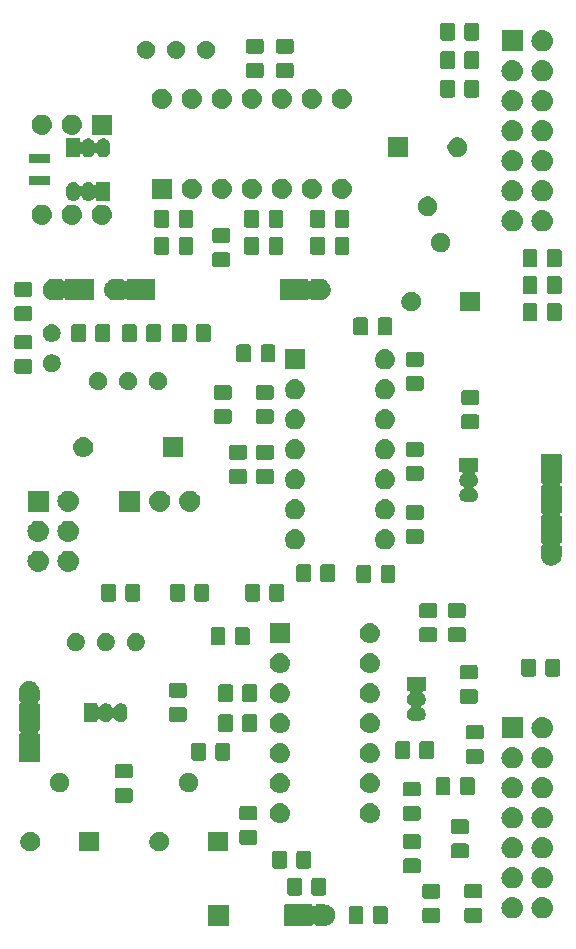
<source format=gbr>
G04 #@! TF.GenerationSoftware,KiCad,Pcbnew,(5.1.2)-2*
G04 #@! TF.CreationDate,2019-08-12T05:37:20+02:00*
G04 #@! TF.ProjectId,vco_mk1,76636f5f-6d6b-4312-9e6b-696361645f70,rev?*
G04 #@! TF.SameCoordinates,Original*
G04 #@! TF.FileFunction,Soldermask,Top*
G04 #@! TF.FilePolarity,Negative*
%FSLAX46Y46*%
G04 Gerber Fmt 4.6, Leading zero omitted, Abs format (unit mm)*
G04 Created by KiCad (PCBNEW (5.1.2)-2) date 2019-08-12 05:37:20*
%MOMM*%
%LPD*%
G04 APERTURE LIST*
%ADD10C,0.100000*%
G04 APERTURE END LIST*
D10*
G36*
X187006999Y-136513737D02*
G01*
X187016608Y-136516652D01*
X187025472Y-136521390D01*
X187033237Y-136527763D01*
X187039610Y-136535528D01*
X187044348Y-136544392D01*
X187047263Y-136554001D01*
X187049047Y-136572119D01*
X187053827Y-136596153D01*
X187063204Y-136618791D01*
X187076818Y-136639166D01*
X187094145Y-136656493D01*
X187114519Y-136670107D01*
X187137158Y-136679484D01*
X187161191Y-136684265D01*
X187185695Y-136684265D01*
X187209729Y-136679485D01*
X187232367Y-136670108D01*
X187252742Y-136656494D01*
X187275564Y-136631953D01*
X187341097Y-136539114D01*
X187351702Y-136526847D01*
X187358710Y-136521390D01*
X187359629Y-136520674D01*
X187367255Y-136516846D01*
X187368605Y-136516168D01*
X187368607Y-136516167D01*
X187368608Y-136516167D01*
X187378293Y-136513498D01*
X187379073Y-136513283D01*
X187392338Y-136512148D01*
X188080860Y-136512148D01*
X188106864Y-136514709D01*
X188111539Y-136515639D01*
X188123793Y-136516241D01*
X188164175Y-136516241D01*
X188186455Y-136518435D01*
X188337836Y-136548547D01*
X188359255Y-136555045D01*
X188501854Y-136614111D01*
X188521599Y-136624665D01*
X188649936Y-136710417D01*
X188667241Y-136724618D01*
X188776382Y-136833759D01*
X188790583Y-136851064D01*
X188876335Y-136979401D01*
X188886889Y-136999146D01*
X188945955Y-137141745D01*
X188952453Y-137163164D01*
X188982565Y-137314545D01*
X188984759Y-137336825D01*
X188984759Y-137491175D01*
X188982565Y-137513455D01*
X188952453Y-137664836D01*
X188945955Y-137686255D01*
X188886889Y-137828854D01*
X188876335Y-137848599D01*
X188790583Y-137976936D01*
X188776382Y-137994241D01*
X188667241Y-138103382D01*
X188649936Y-138117583D01*
X188521599Y-138203335D01*
X188501854Y-138213889D01*
X188359255Y-138272955D01*
X188337836Y-138279453D01*
X188186455Y-138309565D01*
X188164175Y-138311759D01*
X188123793Y-138311759D01*
X188109263Y-138313190D01*
X188109250Y-138313056D01*
X188080860Y-138315852D01*
X187393140Y-138315852D01*
X187377001Y-138314263D01*
X187367392Y-138311348D01*
X187358528Y-138306610D01*
X187350135Y-138299722D01*
X187341561Y-138289543D01*
X187275310Y-138195687D01*
X187259285Y-138177150D01*
X187239951Y-138162095D01*
X187218052Y-138151101D01*
X187194428Y-138144591D01*
X187169989Y-138142814D01*
X187145672Y-138145840D01*
X187122413Y-138153551D01*
X187101105Y-138165652D01*
X187082568Y-138181677D01*
X187067513Y-138201011D01*
X187056519Y-138222910D01*
X187048520Y-138258710D01*
X187047503Y-138272704D01*
X187044832Y-138282395D01*
X187044223Y-138283608D01*
X187040326Y-138291371D01*
X187037239Y-138295334D01*
X187034153Y-138299298D01*
X187026554Y-138305867D01*
X187017819Y-138310828D01*
X187013504Y-138312258D01*
X187008282Y-138313990D01*
X186997000Y-138315247D01*
X186995483Y-138315247D01*
X186990055Y-138315852D01*
X184703140Y-138315852D01*
X184687001Y-138314263D01*
X184677392Y-138311348D01*
X184668528Y-138306610D01*
X184660763Y-138300237D01*
X184654390Y-138292472D01*
X184649652Y-138283608D01*
X184646737Y-138273999D01*
X184645148Y-138257860D01*
X184645148Y-136570140D01*
X184646737Y-136554001D01*
X184649652Y-136544392D01*
X184654390Y-136535528D01*
X184660763Y-136527763D01*
X184668528Y-136521390D01*
X184677392Y-136516652D01*
X184687001Y-136513737D01*
X184703140Y-136512148D01*
X186990860Y-136512148D01*
X187006999Y-136513737D01*
X187006999Y-136513737D01*
G37*
G36*
X179971000Y-138315000D02*
G01*
X178169000Y-138315000D01*
X178169000Y-136513000D01*
X179971000Y-136513000D01*
X179971000Y-138315000D01*
X179971000Y-138315000D01*
G37*
G36*
X193258674Y-136667465D02*
G01*
X193296367Y-136678899D01*
X193331103Y-136697466D01*
X193361548Y-136722452D01*
X193386534Y-136752897D01*
X193405101Y-136787633D01*
X193416535Y-136825326D01*
X193421000Y-136870661D01*
X193421000Y-137957339D01*
X193416535Y-138002674D01*
X193405101Y-138040367D01*
X193386534Y-138075103D01*
X193361548Y-138105548D01*
X193331103Y-138130534D01*
X193296367Y-138149101D01*
X193258674Y-138160535D01*
X193213339Y-138165000D01*
X192376661Y-138165000D01*
X192331326Y-138160535D01*
X192293633Y-138149101D01*
X192258897Y-138130534D01*
X192228452Y-138105548D01*
X192203466Y-138075103D01*
X192184899Y-138040367D01*
X192173465Y-138002674D01*
X192169000Y-137957339D01*
X192169000Y-136870661D01*
X192173465Y-136825326D01*
X192184899Y-136787633D01*
X192203466Y-136752897D01*
X192228452Y-136722452D01*
X192258897Y-136697466D01*
X192293633Y-136678899D01*
X192331326Y-136667465D01*
X192376661Y-136663000D01*
X193213339Y-136663000D01*
X193258674Y-136667465D01*
X193258674Y-136667465D01*
G37*
G36*
X191208674Y-136667465D02*
G01*
X191246367Y-136678899D01*
X191281103Y-136697466D01*
X191311548Y-136722452D01*
X191336534Y-136752897D01*
X191355101Y-136787633D01*
X191366535Y-136825326D01*
X191371000Y-136870661D01*
X191371000Y-137957339D01*
X191366535Y-138002674D01*
X191355101Y-138040367D01*
X191336534Y-138075103D01*
X191311548Y-138105548D01*
X191281103Y-138130534D01*
X191246367Y-138149101D01*
X191208674Y-138160535D01*
X191163339Y-138165000D01*
X190326661Y-138165000D01*
X190281326Y-138160535D01*
X190243633Y-138149101D01*
X190208897Y-138130534D01*
X190178452Y-138105548D01*
X190153466Y-138075103D01*
X190134899Y-138040367D01*
X190123465Y-138002674D01*
X190119000Y-137957339D01*
X190119000Y-136870661D01*
X190123465Y-136825326D01*
X190134899Y-136787633D01*
X190153466Y-136752897D01*
X190178452Y-136722452D01*
X190208897Y-136697466D01*
X190243633Y-136678899D01*
X190281326Y-136667465D01*
X190326661Y-136663000D01*
X191163339Y-136663000D01*
X191208674Y-136667465D01*
X191208674Y-136667465D01*
G37*
G36*
X197692674Y-136810465D02*
G01*
X197730367Y-136821899D01*
X197765103Y-136840466D01*
X197795548Y-136865452D01*
X197820534Y-136895897D01*
X197839101Y-136930633D01*
X197850535Y-136968326D01*
X197855000Y-137013661D01*
X197855000Y-137850339D01*
X197850535Y-137895674D01*
X197839101Y-137933367D01*
X197820534Y-137968103D01*
X197795548Y-137998548D01*
X197765103Y-138023534D01*
X197730367Y-138042101D01*
X197692674Y-138053535D01*
X197647339Y-138058000D01*
X196560661Y-138058000D01*
X196515326Y-138053535D01*
X196477633Y-138042101D01*
X196442897Y-138023534D01*
X196412452Y-137998548D01*
X196387466Y-137968103D01*
X196368899Y-137933367D01*
X196357465Y-137895674D01*
X196353000Y-137850339D01*
X196353000Y-137013661D01*
X196357465Y-136968326D01*
X196368899Y-136930633D01*
X196387466Y-136895897D01*
X196412452Y-136865452D01*
X196442897Y-136840466D01*
X196477633Y-136821899D01*
X196515326Y-136810465D01*
X196560661Y-136806000D01*
X197647339Y-136806000D01*
X197692674Y-136810465D01*
X197692674Y-136810465D01*
G37*
G36*
X201248674Y-136801465D02*
G01*
X201286367Y-136812899D01*
X201321103Y-136831466D01*
X201351548Y-136856452D01*
X201376534Y-136886897D01*
X201395101Y-136921633D01*
X201406535Y-136959326D01*
X201411000Y-137004661D01*
X201411000Y-137841339D01*
X201406535Y-137886674D01*
X201395101Y-137924367D01*
X201376534Y-137959103D01*
X201351548Y-137989548D01*
X201321103Y-138014534D01*
X201286367Y-138033101D01*
X201248674Y-138044535D01*
X201203339Y-138049000D01*
X200116661Y-138049000D01*
X200071326Y-138044535D01*
X200033633Y-138033101D01*
X199998897Y-138014534D01*
X199968452Y-137989548D01*
X199943466Y-137959103D01*
X199924899Y-137924367D01*
X199913465Y-137886674D01*
X199909000Y-137841339D01*
X199909000Y-137004661D01*
X199913465Y-136959326D01*
X199924899Y-136921633D01*
X199943466Y-136886897D01*
X199968452Y-136856452D01*
X199998897Y-136831466D01*
X200033633Y-136812899D01*
X200071326Y-136801465D01*
X200116661Y-136797000D01*
X201203339Y-136797000D01*
X201248674Y-136801465D01*
X201248674Y-136801465D01*
G37*
G36*
X204060751Y-135883367D02*
G01*
X204138627Y-135891037D01*
X204308466Y-135942557D01*
X204308468Y-135942558D01*
X204345086Y-135962131D01*
X204464991Y-136026222D01*
X204500729Y-136055552D01*
X204602186Y-136138814D01*
X204685448Y-136240271D01*
X204714778Y-136276009D01*
X204798443Y-136432534D01*
X204849963Y-136602373D01*
X204867359Y-136779000D01*
X204849963Y-136955627D01*
X204798443Y-137125466D01*
X204714778Y-137281991D01*
X204688061Y-137314545D01*
X204602186Y-137419186D01*
X204514466Y-137491175D01*
X204464991Y-137531778D01*
X204308466Y-137615443D01*
X204138627Y-137666963D01*
X204072443Y-137673481D01*
X204006260Y-137680000D01*
X203917740Y-137680000D01*
X203851557Y-137673481D01*
X203785373Y-137666963D01*
X203615534Y-137615443D01*
X203459009Y-137531778D01*
X203409534Y-137491175D01*
X203321814Y-137419186D01*
X203235939Y-137314545D01*
X203209222Y-137281991D01*
X203125557Y-137125466D01*
X203074037Y-136955627D01*
X203056641Y-136779000D01*
X203074037Y-136602373D01*
X203125557Y-136432534D01*
X203209222Y-136276009D01*
X203238552Y-136240271D01*
X203321814Y-136138814D01*
X203423271Y-136055552D01*
X203459009Y-136026222D01*
X203578914Y-135962131D01*
X203615532Y-135942558D01*
X203615534Y-135942557D01*
X203785373Y-135891037D01*
X203863249Y-135883367D01*
X203917740Y-135878000D01*
X204006260Y-135878000D01*
X204060751Y-135883367D01*
X204060751Y-135883367D01*
G37*
G36*
X206600751Y-135883367D02*
G01*
X206678627Y-135891037D01*
X206848466Y-135942557D01*
X206848468Y-135942558D01*
X206885086Y-135962131D01*
X207004991Y-136026222D01*
X207040729Y-136055552D01*
X207142186Y-136138814D01*
X207225448Y-136240271D01*
X207254778Y-136276009D01*
X207338443Y-136432534D01*
X207389963Y-136602373D01*
X207407359Y-136779000D01*
X207389963Y-136955627D01*
X207338443Y-137125466D01*
X207254778Y-137281991D01*
X207228061Y-137314545D01*
X207142186Y-137419186D01*
X207054466Y-137491175D01*
X207004991Y-137531778D01*
X206848466Y-137615443D01*
X206678627Y-137666963D01*
X206612443Y-137673481D01*
X206546260Y-137680000D01*
X206457740Y-137680000D01*
X206391557Y-137673481D01*
X206325373Y-137666963D01*
X206155534Y-137615443D01*
X205999009Y-137531778D01*
X205949534Y-137491175D01*
X205861814Y-137419186D01*
X205775939Y-137314545D01*
X205749222Y-137281991D01*
X205665557Y-137125466D01*
X205614037Y-136955627D01*
X205596641Y-136779000D01*
X205614037Y-136602373D01*
X205665557Y-136432534D01*
X205749222Y-136276009D01*
X205778552Y-136240271D01*
X205861814Y-136138814D01*
X205963271Y-136055552D01*
X205999009Y-136026222D01*
X206118914Y-135962131D01*
X206155532Y-135942558D01*
X206155534Y-135942557D01*
X206325373Y-135891037D01*
X206403249Y-135883367D01*
X206457740Y-135878000D01*
X206546260Y-135878000D01*
X206600751Y-135883367D01*
X206600751Y-135883367D01*
G37*
G36*
X197692674Y-134760465D02*
G01*
X197730367Y-134771899D01*
X197765103Y-134790466D01*
X197795548Y-134815452D01*
X197820534Y-134845897D01*
X197839101Y-134880633D01*
X197850535Y-134918326D01*
X197855000Y-134963661D01*
X197855000Y-135800339D01*
X197850535Y-135845674D01*
X197839101Y-135883367D01*
X197820534Y-135918103D01*
X197795548Y-135948548D01*
X197765103Y-135973534D01*
X197730367Y-135992101D01*
X197692674Y-136003535D01*
X197647339Y-136008000D01*
X196560661Y-136008000D01*
X196515326Y-136003535D01*
X196477633Y-135992101D01*
X196442897Y-135973534D01*
X196412452Y-135948548D01*
X196387466Y-135918103D01*
X196368899Y-135883367D01*
X196357465Y-135845674D01*
X196353000Y-135800339D01*
X196353000Y-134963661D01*
X196357465Y-134918326D01*
X196368899Y-134880633D01*
X196387466Y-134845897D01*
X196412452Y-134815452D01*
X196442897Y-134790466D01*
X196477633Y-134771899D01*
X196515326Y-134760465D01*
X196560661Y-134756000D01*
X197647339Y-134756000D01*
X197692674Y-134760465D01*
X197692674Y-134760465D01*
G37*
G36*
X201248674Y-134751465D02*
G01*
X201286367Y-134762899D01*
X201321103Y-134781466D01*
X201351548Y-134806452D01*
X201376534Y-134836897D01*
X201395101Y-134871633D01*
X201406535Y-134909326D01*
X201411000Y-134954661D01*
X201411000Y-135791339D01*
X201406535Y-135836674D01*
X201395101Y-135874367D01*
X201376534Y-135909103D01*
X201351548Y-135939548D01*
X201321103Y-135964534D01*
X201286367Y-135983101D01*
X201248674Y-135994535D01*
X201203339Y-135999000D01*
X200116661Y-135999000D01*
X200071326Y-135994535D01*
X200033633Y-135983101D01*
X199998897Y-135964534D01*
X199968452Y-135939548D01*
X199943466Y-135909103D01*
X199924899Y-135874367D01*
X199913465Y-135836674D01*
X199909000Y-135791339D01*
X199909000Y-134954661D01*
X199913465Y-134909326D01*
X199924899Y-134871633D01*
X199943466Y-134836897D01*
X199968452Y-134806452D01*
X199998897Y-134781466D01*
X200033633Y-134762899D01*
X200071326Y-134751465D01*
X200116661Y-134747000D01*
X201203339Y-134747000D01*
X201248674Y-134751465D01*
X201248674Y-134751465D01*
G37*
G36*
X188051674Y-134254465D02*
G01*
X188089367Y-134265899D01*
X188124103Y-134284466D01*
X188154548Y-134309452D01*
X188179534Y-134339897D01*
X188198101Y-134374633D01*
X188209535Y-134412326D01*
X188214000Y-134457661D01*
X188214000Y-135544339D01*
X188209535Y-135589674D01*
X188198101Y-135627367D01*
X188179534Y-135662103D01*
X188154548Y-135692548D01*
X188124103Y-135717534D01*
X188089367Y-135736101D01*
X188051674Y-135747535D01*
X188006339Y-135752000D01*
X187169661Y-135752000D01*
X187124326Y-135747535D01*
X187086633Y-135736101D01*
X187051897Y-135717534D01*
X187021452Y-135692548D01*
X186996466Y-135662103D01*
X186977899Y-135627367D01*
X186966465Y-135589674D01*
X186962000Y-135544339D01*
X186962000Y-134457661D01*
X186966465Y-134412326D01*
X186977899Y-134374633D01*
X186996466Y-134339897D01*
X187021452Y-134309452D01*
X187051897Y-134284466D01*
X187086633Y-134265899D01*
X187124326Y-134254465D01*
X187169661Y-134250000D01*
X188006339Y-134250000D01*
X188051674Y-134254465D01*
X188051674Y-134254465D01*
G37*
G36*
X186001674Y-134254465D02*
G01*
X186039367Y-134265899D01*
X186074103Y-134284466D01*
X186104548Y-134309452D01*
X186129534Y-134339897D01*
X186148101Y-134374633D01*
X186159535Y-134412326D01*
X186164000Y-134457661D01*
X186164000Y-135544339D01*
X186159535Y-135589674D01*
X186148101Y-135627367D01*
X186129534Y-135662103D01*
X186104548Y-135692548D01*
X186074103Y-135717534D01*
X186039367Y-135736101D01*
X186001674Y-135747535D01*
X185956339Y-135752000D01*
X185119661Y-135752000D01*
X185074326Y-135747535D01*
X185036633Y-135736101D01*
X185001897Y-135717534D01*
X184971452Y-135692548D01*
X184946466Y-135662103D01*
X184927899Y-135627367D01*
X184916465Y-135589674D01*
X184912000Y-135544339D01*
X184912000Y-134457661D01*
X184916465Y-134412326D01*
X184927899Y-134374633D01*
X184946466Y-134339897D01*
X184971452Y-134309452D01*
X185001897Y-134284466D01*
X185036633Y-134265899D01*
X185074326Y-134254465D01*
X185119661Y-134250000D01*
X185956339Y-134250000D01*
X186001674Y-134254465D01*
X186001674Y-134254465D01*
G37*
G36*
X204072442Y-133344518D02*
G01*
X204138627Y-133351037D01*
X204308466Y-133402557D01*
X204464991Y-133486222D01*
X204500729Y-133515552D01*
X204602186Y-133598814D01*
X204684391Y-133698983D01*
X204714778Y-133736009D01*
X204798443Y-133892534D01*
X204849963Y-134062373D01*
X204867359Y-134239000D01*
X204849963Y-134415627D01*
X204798443Y-134585466D01*
X204714778Y-134741991D01*
X204698989Y-134761230D01*
X204602186Y-134879186D01*
X204510218Y-134954661D01*
X204464991Y-134991778D01*
X204308466Y-135075443D01*
X204138627Y-135126963D01*
X204072443Y-135133481D01*
X204006260Y-135140000D01*
X203917740Y-135140000D01*
X203851557Y-135133481D01*
X203785373Y-135126963D01*
X203615534Y-135075443D01*
X203459009Y-134991778D01*
X203413782Y-134954661D01*
X203321814Y-134879186D01*
X203225011Y-134761230D01*
X203209222Y-134741991D01*
X203125557Y-134585466D01*
X203074037Y-134415627D01*
X203056641Y-134239000D01*
X203074037Y-134062373D01*
X203125557Y-133892534D01*
X203209222Y-133736009D01*
X203239609Y-133698983D01*
X203321814Y-133598814D01*
X203423271Y-133515552D01*
X203459009Y-133486222D01*
X203615534Y-133402557D01*
X203785373Y-133351037D01*
X203851558Y-133344518D01*
X203917740Y-133338000D01*
X204006260Y-133338000D01*
X204072442Y-133344518D01*
X204072442Y-133344518D01*
G37*
G36*
X206612442Y-133344518D02*
G01*
X206678627Y-133351037D01*
X206848466Y-133402557D01*
X207004991Y-133486222D01*
X207040729Y-133515552D01*
X207142186Y-133598814D01*
X207224391Y-133698983D01*
X207254778Y-133736009D01*
X207338443Y-133892534D01*
X207389963Y-134062373D01*
X207407359Y-134239000D01*
X207389963Y-134415627D01*
X207338443Y-134585466D01*
X207254778Y-134741991D01*
X207238989Y-134761230D01*
X207142186Y-134879186D01*
X207050218Y-134954661D01*
X207004991Y-134991778D01*
X206848466Y-135075443D01*
X206678627Y-135126963D01*
X206612443Y-135133481D01*
X206546260Y-135140000D01*
X206457740Y-135140000D01*
X206391557Y-135133481D01*
X206325373Y-135126963D01*
X206155534Y-135075443D01*
X205999009Y-134991778D01*
X205953782Y-134954661D01*
X205861814Y-134879186D01*
X205765011Y-134761230D01*
X205749222Y-134741991D01*
X205665557Y-134585466D01*
X205614037Y-134415627D01*
X205596641Y-134239000D01*
X205614037Y-134062373D01*
X205665557Y-133892534D01*
X205749222Y-133736009D01*
X205779609Y-133698983D01*
X205861814Y-133598814D01*
X205963271Y-133515552D01*
X205999009Y-133486222D01*
X206155534Y-133402557D01*
X206325373Y-133351037D01*
X206391558Y-133344518D01*
X206457740Y-133338000D01*
X206546260Y-133338000D01*
X206612442Y-133344518D01*
X206612442Y-133344518D01*
G37*
G36*
X196041674Y-132619465D02*
G01*
X196079367Y-132630899D01*
X196114103Y-132649466D01*
X196144548Y-132674452D01*
X196169534Y-132704897D01*
X196188101Y-132739633D01*
X196199535Y-132777326D01*
X196204000Y-132822661D01*
X196204000Y-133659339D01*
X196199535Y-133704674D01*
X196188101Y-133742367D01*
X196169534Y-133777103D01*
X196144548Y-133807548D01*
X196114103Y-133832534D01*
X196079367Y-133851101D01*
X196041674Y-133862535D01*
X195996339Y-133867000D01*
X194909661Y-133867000D01*
X194864326Y-133862535D01*
X194826633Y-133851101D01*
X194791897Y-133832534D01*
X194761452Y-133807548D01*
X194736466Y-133777103D01*
X194717899Y-133742367D01*
X194706465Y-133704674D01*
X194702000Y-133659339D01*
X194702000Y-132822661D01*
X194706465Y-132777326D01*
X194717899Y-132739633D01*
X194736466Y-132704897D01*
X194761452Y-132674452D01*
X194791897Y-132649466D01*
X194826633Y-132630899D01*
X194864326Y-132619465D01*
X194909661Y-132615000D01*
X195996339Y-132615000D01*
X196041674Y-132619465D01*
X196041674Y-132619465D01*
G37*
G36*
X186781674Y-131968465D02*
G01*
X186819367Y-131979899D01*
X186854103Y-131998466D01*
X186884548Y-132023452D01*
X186909534Y-132053897D01*
X186928101Y-132088633D01*
X186939535Y-132126326D01*
X186944000Y-132171661D01*
X186944000Y-133258339D01*
X186939535Y-133303674D01*
X186928101Y-133341367D01*
X186909534Y-133376103D01*
X186884548Y-133406548D01*
X186854103Y-133431534D01*
X186819367Y-133450101D01*
X186781674Y-133461535D01*
X186736339Y-133466000D01*
X185899661Y-133466000D01*
X185854326Y-133461535D01*
X185816633Y-133450101D01*
X185781897Y-133431534D01*
X185751452Y-133406548D01*
X185726466Y-133376103D01*
X185707899Y-133341367D01*
X185696465Y-133303674D01*
X185692000Y-133258339D01*
X185692000Y-132171661D01*
X185696465Y-132126326D01*
X185707899Y-132088633D01*
X185726466Y-132053897D01*
X185751452Y-132023452D01*
X185781897Y-131998466D01*
X185816633Y-131979899D01*
X185854326Y-131968465D01*
X185899661Y-131964000D01*
X186736339Y-131964000D01*
X186781674Y-131968465D01*
X186781674Y-131968465D01*
G37*
G36*
X184731674Y-131968465D02*
G01*
X184769367Y-131979899D01*
X184804103Y-131998466D01*
X184834548Y-132023452D01*
X184859534Y-132053897D01*
X184878101Y-132088633D01*
X184889535Y-132126326D01*
X184894000Y-132171661D01*
X184894000Y-133258339D01*
X184889535Y-133303674D01*
X184878101Y-133341367D01*
X184859534Y-133376103D01*
X184834548Y-133406548D01*
X184804103Y-133431534D01*
X184769367Y-133450101D01*
X184731674Y-133461535D01*
X184686339Y-133466000D01*
X183849661Y-133466000D01*
X183804326Y-133461535D01*
X183766633Y-133450101D01*
X183731897Y-133431534D01*
X183701452Y-133406548D01*
X183676466Y-133376103D01*
X183657899Y-133341367D01*
X183646465Y-133303674D01*
X183642000Y-133258339D01*
X183642000Y-132171661D01*
X183646465Y-132126326D01*
X183657899Y-132088633D01*
X183676466Y-132053897D01*
X183701452Y-132023452D01*
X183731897Y-131998466D01*
X183766633Y-131979899D01*
X183804326Y-131968465D01*
X183849661Y-131964000D01*
X184686339Y-131964000D01*
X184731674Y-131968465D01*
X184731674Y-131968465D01*
G37*
G36*
X206612442Y-130804518D02*
G01*
X206678627Y-130811037D01*
X206848466Y-130862557D01*
X207004991Y-130946222D01*
X207040729Y-130975552D01*
X207142186Y-131058814D01*
X207225448Y-131160271D01*
X207254778Y-131196009D01*
X207295585Y-131272353D01*
X207337212Y-131350230D01*
X207338443Y-131352534D01*
X207389963Y-131522373D01*
X207407359Y-131699000D01*
X207389963Y-131875627D01*
X207338443Y-132045466D01*
X207254778Y-132201991D01*
X207226725Y-132236173D01*
X207142186Y-132339186D01*
X207081073Y-132389339D01*
X207004991Y-132451778D01*
X206848466Y-132535443D01*
X206678627Y-132586963D01*
X206612442Y-132593482D01*
X206546260Y-132600000D01*
X206457740Y-132600000D01*
X206391558Y-132593482D01*
X206325373Y-132586963D01*
X206155534Y-132535443D01*
X205999009Y-132451778D01*
X205922927Y-132389339D01*
X205861814Y-132339186D01*
X205777275Y-132236173D01*
X205749222Y-132201991D01*
X205665557Y-132045466D01*
X205614037Y-131875627D01*
X205596641Y-131699000D01*
X205614037Y-131522373D01*
X205665557Y-131352534D01*
X205666789Y-131350230D01*
X205708415Y-131272353D01*
X205749222Y-131196009D01*
X205778552Y-131160271D01*
X205861814Y-131058814D01*
X205963271Y-130975552D01*
X205999009Y-130946222D01*
X206155534Y-130862557D01*
X206325373Y-130811037D01*
X206391558Y-130804518D01*
X206457740Y-130798000D01*
X206546260Y-130798000D01*
X206612442Y-130804518D01*
X206612442Y-130804518D01*
G37*
G36*
X204072442Y-130804518D02*
G01*
X204138627Y-130811037D01*
X204308466Y-130862557D01*
X204464991Y-130946222D01*
X204500729Y-130975552D01*
X204602186Y-131058814D01*
X204685448Y-131160271D01*
X204714778Y-131196009D01*
X204755585Y-131272353D01*
X204797212Y-131350230D01*
X204798443Y-131352534D01*
X204849963Y-131522373D01*
X204867359Y-131699000D01*
X204849963Y-131875627D01*
X204798443Y-132045466D01*
X204714778Y-132201991D01*
X204686725Y-132236173D01*
X204602186Y-132339186D01*
X204541073Y-132389339D01*
X204464991Y-132451778D01*
X204308466Y-132535443D01*
X204138627Y-132586963D01*
X204072442Y-132593482D01*
X204006260Y-132600000D01*
X203917740Y-132600000D01*
X203851558Y-132593482D01*
X203785373Y-132586963D01*
X203615534Y-132535443D01*
X203459009Y-132451778D01*
X203382927Y-132389339D01*
X203321814Y-132339186D01*
X203237275Y-132236173D01*
X203209222Y-132201991D01*
X203125557Y-132045466D01*
X203074037Y-131875627D01*
X203056641Y-131699000D01*
X203074037Y-131522373D01*
X203125557Y-131352534D01*
X203126789Y-131350230D01*
X203168415Y-131272353D01*
X203209222Y-131196009D01*
X203238552Y-131160271D01*
X203321814Y-131058814D01*
X203423271Y-130975552D01*
X203459009Y-130946222D01*
X203615534Y-130862557D01*
X203785373Y-130811037D01*
X203851558Y-130804518D01*
X203917740Y-130798000D01*
X204006260Y-130798000D01*
X204072442Y-130804518D01*
X204072442Y-130804518D01*
G37*
G36*
X200105674Y-131349465D02*
G01*
X200143367Y-131360899D01*
X200178103Y-131379466D01*
X200208548Y-131404452D01*
X200233534Y-131434897D01*
X200252101Y-131469633D01*
X200263535Y-131507326D01*
X200268000Y-131552661D01*
X200268000Y-132389339D01*
X200263535Y-132434674D01*
X200252101Y-132472367D01*
X200233534Y-132507103D01*
X200208548Y-132537548D01*
X200178103Y-132562534D01*
X200143367Y-132581101D01*
X200105674Y-132592535D01*
X200060339Y-132597000D01*
X198973661Y-132597000D01*
X198928326Y-132592535D01*
X198890633Y-132581101D01*
X198855897Y-132562534D01*
X198825452Y-132537548D01*
X198800466Y-132507103D01*
X198781899Y-132472367D01*
X198770465Y-132434674D01*
X198766000Y-132389339D01*
X198766000Y-131552661D01*
X198770465Y-131507326D01*
X198781899Y-131469633D01*
X198800466Y-131434897D01*
X198825452Y-131404452D01*
X198855897Y-131379466D01*
X198890633Y-131360899D01*
X198928326Y-131349465D01*
X198973661Y-131345000D01*
X200060339Y-131345000D01*
X200105674Y-131349465D01*
X200105674Y-131349465D01*
G37*
G36*
X168974000Y-132019000D02*
G01*
X167322000Y-132019000D01*
X167322000Y-130367000D01*
X168974000Y-130367000D01*
X168974000Y-132019000D01*
X168974000Y-132019000D01*
G37*
G36*
X163388935Y-130398742D02*
G01*
X163539258Y-130461008D01*
X163674545Y-130551404D01*
X163789596Y-130666455D01*
X163879992Y-130801742D01*
X163942258Y-130952065D01*
X163974000Y-131111646D01*
X163974000Y-131274354D01*
X163942258Y-131433935D01*
X163879992Y-131584258D01*
X163789596Y-131719545D01*
X163674545Y-131834596D01*
X163539258Y-131924992D01*
X163388935Y-131987258D01*
X163229354Y-132019000D01*
X163066646Y-132019000D01*
X162907065Y-131987258D01*
X162756742Y-131924992D01*
X162621455Y-131834596D01*
X162506404Y-131719545D01*
X162416008Y-131584258D01*
X162353742Y-131433935D01*
X162322000Y-131274354D01*
X162322000Y-131111646D01*
X162353742Y-130952065D01*
X162416008Y-130801742D01*
X162506404Y-130666455D01*
X162621455Y-130551404D01*
X162756742Y-130461008D01*
X162907065Y-130398742D01*
X163066646Y-130367000D01*
X163229354Y-130367000D01*
X163388935Y-130398742D01*
X163388935Y-130398742D01*
G37*
G36*
X179896000Y-132017000D02*
G01*
X178244000Y-132017000D01*
X178244000Y-130365000D01*
X179896000Y-130365000D01*
X179896000Y-132017000D01*
X179896000Y-132017000D01*
G37*
G36*
X174310935Y-130396742D02*
G01*
X174461258Y-130459008D01*
X174596545Y-130549404D01*
X174711596Y-130664455D01*
X174801992Y-130799742D01*
X174864258Y-130950065D01*
X174896000Y-131109646D01*
X174896000Y-131272354D01*
X174864258Y-131431935D01*
X174801992Y-131582258D01*
X174711596Y-131717545D01*
X174596545Y-131832596D01*
X174461258Y-131922992D01*
X174310935Y-131985258D01*
X174151354Y-132017000D01*
X173988646Y-132017000D01*
X173829065Y-131985258D01*
X173678742Y-131922992D01*
X173543455Y-131832596D01*
X173428404Y-131717545D01*
X173338008Y-131582258D01*
X173275742Y-131431935D01*
X173244000Y-131272354D01*
X173244000Y-131109646D01*
X173275742Y-130950065D01*
X173338008Y-130799742D01*
X173428404Y-130664455D01*
X173543455Y-130549404D01*
X173678742Y-130459008D01*
X173829065Y-130396742D01*
X173988646Y-130365000D01*
X174151354Y-130365000D01*
X174310935Y-130396742D01*
X174310935Y-130396742D01*
G37*
G36*
X196041674Y-130569465D02*
G01*
X196079367Y-130580899D01*
X196114103Y-130599466D01*
X196144548Y-130624452D01*
X196169534Y-130654897D01*
X196188101Y-130689633D01*
X196199535Y-130727326D01*
X196204000Y-130772661D01*
X196204000Y-131609339D01*
X196199535Y-131654674D01*
X196188101Y-131692367D01*
X196169534Y-131727103D01*
X196144548Y-131757548D01*
X196114103Y-131782534D01*
X196079367Y-131801101D01*
X196041674Y-131812535D01*
X195996339Y-131817000D01*
X194909661Y-131817000D01*
X194864326Y-131812535D01*
X194826633Y-131801101D01*
X194791897Y-131782534D01*
X194761452Y-131757548D01*
X194736466Y-131727103D01*
X194717899Y-131692367D01*
X194706465Y-131654674D01*
X194702000Y-131609339D01*
X194702000Y-130772661D01*
X194706465Y-130727326D01*
X194717899Y-130689633D01*
X194736466Y-130654897D01*
X194761452Y-130624452D01*
X194791897Y-130599466D01*
X194826633Y-130580899D01*
X194864326Y-130569465D01*
X194909661Y-130565000D01*
X195996339Y-130565000D01*
X196041674Y-130569465D01*
X196041674Y-130569465D01*
G37*
G36*
X182198674Y-130197465D02*
G01*
X182236367Y-130208899D01*
X182271103Y-130227466D01*
X182301548Y-130252452D01*
X182326534Y-130282897D01*
X182345101Y-130317633D01*
X182356535Y-130355326D01*
X182361000Y-130400661D01*
X182361000Y-131237339D01*
X182356535Y-131282674D01*
X182345101Y-131320367D01*
X182326534Y-131355103D01*
X182301548Y-131385548D01*
X182271103Y-131410534D01*
X182236367Y-131429101D01*
X182198674Y-131440535D01*
X182153339Y-131445000D01*
X181066661Y-131445000D01*
X181021326Y-131440535D01*
X180983633Y-131429101D01*
X180948897Y-131410534D01*
X180918452Y-131385548D01*
X180893466Y-131355103D01*
X180874899Y-131320367D01*
X180863465Y-131282674D01*
X180859000Y-131237339D01*
X180859000Y-130400661D01*
X180863465Y-130355326D01*
X180874899Y-130317633D01*
X180893466Y-130282897D01*
X180918452Y-130252452D01*
X180948897Y-130227466D01*
X180983633Y-130208899D01*
X181021326Y-130197465D01*
X181066661Y-130193000D01*
X182153339Y-130193000D01*
X182198674Y-130197465D01*
X182198674Y-130197465D01*
G37*
G36*
X200105674Y-129299465D02*
G01*
X200143367Y-129310899D01*
X200178103Y-129329466D01*
X200208548Y-129354452D01*
X200233534Y-129384897D01*
X200252101Y-129419633D01*
X200263535Y-129457326D01*
X200268000Y-129502661D01*
X200268000Y-130339339D01*
X200263535Y-130384674D01*
X200252101Y-130422367D01*
X200233534Y-130457103D01*
X200208548Y-130487548D01*
X200178103Y-130512534D01*
X200143367Y-130531101D01*
X200105674Y-130542535D01*
X200060339Y-130547000D01*
X198973661Y-130547000D01*
X198928326Y-130542535D01*
X198890633Y-130531101D01*
X198855897Y-130512534D01*
X198825452Y-130487548D01*
X198800466Y-130457103D01*
X198781899Y-130422367D01*
X198770465Y-130384674D01*
X198766000Y-130339339D01*
X198766000Y-129502661D01*
X198770465Y-129457326D01*
X198781899Y-129419633D01*
X198800466Y-129384897D01*
X198825452Y-129354452D01*
X198855897Y-129329466D01*
X198890633Y-129310899D01*
X198928326Y-129299465D01*
X198973661Y-129295000D01*
X200060339Y-129295000D01*
X200105674Y-129299465D01*
X200105674Y-129299465D01*
G37*
G36*
X206606792Y-128263962D02*
G01*
X206678627Y-128271037D01*
X206848466Y-128322557D01*
X206848468Y-128322558D01*
X206922398Y-128362075D01*
X207004991Y-128406222D01*
X207040268Y-128435173D01*
X207142186Y-128518814D01*
X207225448Y-128620271D01*
X207254778Y-128656009D01*
X207338443Y-128812534D01*
X207389963Y-128982373D01*
X207407359Y-129159000D01*
X207389963Y-129335627D01*
X207338443Y-129505466D01*
X207254778Y-129661991D01*
X207225448Y-129697729D01*
X207142186Y-129799186D01*
X207040729Y-129882448D01*
X207004991Y-129911778D01*
X206848466Y-129995443D01*
X206678627Y-130046963D01*
X206612442Y-130053482D01*
X206546260Y-130060000D01*
X206457740Y-130060000D01*
X206391558Y-130053482D01*
X206325373Y-130046963D01*
X206155534Y-129995443D01*
X205999009Y-129911778D01*
X205963271Y-129882448D01*
X205861814Y-129799186D01*
X205778552Y-129697729D01*
X205749222Y-129661991D01*
X205665557Y-129505466D01*
X205614037Y-129335627D01*
X205596641Y-129159000D01*
X205614037Y-128982373D01*
X205665557Y-128812534D01*
X205749222Y-128656009D01*
X205778552Y-128620271D01*
X205861814Y-128518814D01*
X205963732Y-128435173D01*
X205999009Y-128406222D01*
X206081602Y-128362075D01*
X206155532Y-128322558D01*
X206155534Y-128322557D01*
X206325373Y-128271037D01*
X206397208Y-128263962D01*
X206457740Y-128258000D01*
X206546260Y-128258000D01*
X206606792Y-128263962D01*
X206606792Y-128263962D01*
G37*
G36*
X204066792Y-128263962D02*
G01*
X204138627Y-128271037D01*
X204308466Y-128322557D01*
X204308468Y-128322558D01*
X204382398Y-128362075D01*
X204464991Y-128406222D01*
X204500268Y-128435173D01*
X204602186Y-128518814D01*
X204685448Y-128620271D01*
X204714778Y-128656009D01*
X204798443Y-128812534D01*
X204849963Y-128982373D01*
X204867359Y-129159000D01*
X204849963Y-129335627D01*
X204798443Y-129505466D01*
X204714778Y-129661991D01*
X204685448Y-129697729D01*
X204602186Y-129799186D01*
X204500729Y-129882448D01*
X204464991Y-129911778D01*
X204308466Y-129995443D01*
X204138627Y-130046963D01*
X204072442Y-130053482D01*
X204006260Y-130060000D01*
X203917740Y-130060000D01*
X203851558Y-130053482D01*
X203785373Y-130046963D01*
X203615534Y-129995443D01*
X203459009Y-129911778D01*
X203423271Y-129882448D01*
X203321814Y-129799186D01*
X203238552Y-129697729D01*
X203209222Y-129661991D01*
X203125557Y-129505466D01*
X203074037Y-129335627D01*
X203056641Y-129159000D01*
X203074037Y-128982373D01*
X203125557Y-128812534D01*
X203209222Y-128656009D01*
X203238552Y-128620271D01*
X203321814Y-128518814D01*
X203423732Y-128435173D01*
X203459009Y-128406222D01*
X203541602Y-128362075D01*
X203615532Y-128322558D01*
X203615534Y-128322557D01*
X203785373Y-128271037D01*
X203857208Y-128263962D01*
X203917740Y-128258000D01*
X204006260Y-128258000D01*
X204066792Y-128263962D01*
X204066792Y-128263962D01*
G37*
G36*
X192062823Y-127941313D02*
G01*
X192223242Y-127989976D01*
X192355906Y-128060886D01*
X192371078Y-128068996D01*
X192500659Y-128175341D01*
X192607004Y-128304922D01*
X192607005Y-128304924D01*
X192686024Y-128452758D01*
X192734687Y-128613177D01*
X192751117Y-128780000D01*
X192734687Y-128946823D01*
X192686024Y-129107242D01*
X192649312Y-129175925D01*
X192607004Y-129255078D01*
X192500659Y-129384659D01*
X192371078Y-129491004D01*
X192371076Y-129491005D01*
X192223242Y-129570024D01*
X192062823Y-129618687D01*
X191937804Y-129631000D01*
X191854196Y-129631000D01*
X191729177Y-129618687D01*
X191568758Y-129570024D01*
X191420924Y-129491005D01*
X191420922Y-129491004D01*
X191291341Y-129384659D01*
X191184996Y-129255078D01*
X191142688Y-129175925D01*
X191105976Y-129107242D01*
X191057313Y-128946823D01*
X191040883Y-128780000D01*
X191057313Y-128613177D01*
X191105976Y-128452758D01*
X191184995Y-128304924D01*
X191184996Y-128304922D01*
X191291341Y-128175341D01*
X191420922Y-128068996D01*
X191436094Y-128060886D01*
X191568758Y-127989976D01*
X191729177Y-127941313D01*
X191854196Y-127929000D01*
X191937804Y-127929000D01*
X192062823Y-127941313D01*
X192062823Y-127941313D01*
G37*
G36*
X184442823Y-127941313D02*
G01*
X184603242Y-127989976D01*
X184735906Y-128060886D01*
X184751078Y-128068996D01*
X184880659Y-128175341D01*
X184987004Y-128304922D01*
X184987005Y-128304924D01*
X185066024Y-128452758D01*
X185114687Y-128613177D01*
X185131117Y-128780000D01*
X185114687Y-128946823D01*
X185066024Y-129107242D01*
X185029312Y-129175925D01*
X184987004Y-129255078D01*
X184880659Y-129384659D01*
X184751078Y-129491004D01*
X184751076Y-129491005D01*
X184603242Y-129570024D01*
X184442823Y-129618687D01*
X184317804Y-129631000D01*
X184234196Y-129631000D01*
X184109177Y-129618687D01*
X183948758Y-129570024D01*
X183800924Y-129491005D01*
X183800922Y-129491004D01*
X183671341Y-129384659D01*
X183564996Y-129255078D01*
X183522688Y-129175925D01*
X183485976Y-129107242D01*
X183437313Y-128946823D01*
X183420883Y-128780000D01*
X183437313Y-128613177D01*
X183485976Y-128452758D01*
X183564995Y-128304924D01*
X183564996Y-128304922D01*
X183671341Y-128175341D01*
X183800922Y-128068996D01*
X183816094Y-128060886D01*
X183948758Y-127989976D01*
X184109177Y-127941313D01*
X184234196Y-127929000D01*
X184317804Y-127929000D01*
X184442823Y-127941313D01*
X184442823Y-127941313D01*
G37*
G36*
X196040674Y-128167465D02*
G01*
X196078367Y-128178899D01*
X196113103Y-128197466D01*
X196143548Y-128222452D01*
X196168534Y-128252897D01*
X196187101Y-128287633D01*
X196198535Y-128325326D01*
X196203000Y-128370661D01*
X196203000Y-129207339D01*
X196198535Y-129252674D01*
X196187101Y-129290367D01*
X196168534Y-129325103D01*
X196143548Y-129355548D01*
X196113103Y-129380534D01*
X196078367Y-129399101D01*
X196040674Y-129410535D01*
X195995339Y-129415000D01*
X194908661Y-129415000D01*
X194863326Y-129410535D01*
X194825633Y-129399101D01*
X194790897Y-129380534D01*
X194760452Y-129355548D01*
X194735466Y-129325103D01*
X194716899Y-129290367D01*
X194705465Y-129252674D01*
X194701000Y-129207339D01*
X194701000Y-128370661D01*
X194705465Y-128325326D01*
X194716899Y-128287633D01*
X194735466Y-128252897D01*
X194760452Y-128222452D01*
X194790897Y-128197466D01*
X194825633Y-128178899D01*
X194863326Y-128167465D01*
X194908661Y-128163000D01*
X195995339Y-128163000D01*
X196040674Y-128167465D01*
X196040674Y-128167465D01*
G37*
G36*
X182198674Y-128147465D02*
G01*
X182236367Y-128158899D01*
X182271103Y-128177466D01*
X182301548Y-128202452D01*
X182326534Y-128232897D01*
X182345101Y-128267633D01*
X182356535Y-128305326D01*
X182361000Y-128350661D01*
X182361000Y-129187339D01*
X182356535Y-129232674D01*
X182345101Y-129270367D01*
X182326534Y-129305103D01*
X182301548Y-129335548D01*
X182271103Y-129360534D01*
X182236367Y-129379101D01*
X182198674Y-129390535D01*
X182153339Y-129395000D01*
X181066661Y-129395000D01*
X181021326Y-129390535D01*
X180983633Y-129379101D01*
X180948897Y-129360534D01*
X180918452Y-129335548D01*
X180893466Y-129305103D01*
X180874899Y-129270367D01*
X180863465Y-129232674D01*
X180859000Y-129187339D01*
X180859000Y-128350661D01*
X180863465Y-128305326D01*
X180874899Y-128267633D01*
X180893466Y-128232897D01*
X180918452Y-128202452D01*
X180948897Y-128177466D01*
X180983633Y-128158899D01*
X181021326Y-128147465D01*
X181066661Y-128143000D01*
X182153339Y-128143000D01*
X182198674Y-128147465D01*
X182198674Y-128147465D01*
G37*
G36*
X171657674Y-126641465D02*
G01*
X171695367Y-126652899D01*
X171730103Y-126671466D01*
X171760548Y-126696452D01*
X171785534Y-126726897D01*
X171804101Y-126761633D01*
X171815535Y-126799326D01*
X171820000Y-126844661D01*
X171820000Y-127681339D01*
X171815535Y-127726674D01*
X171804101Y-127764367D01*
X171785534Y-127799103D01*
X171760548Y-127829548D01*
X171730103Y-127854534D01*
X171695367Y-127873101D01*
X171657674Y-127884535D01*
X171612339Y-127889000D01*
X170525661Y-127889000D01*
X170480326Y-127884535D01*
X170442633Y-127873101D01*
X170407897Y-127854534D01*
X170377452Y-127829548D01*
X170352466Y-127799103D01*
X170333899Y-127764367D01*
X170322465Y-127726674D01*
X170318000Y-127681339D01*
X170318000Y-126844661D01*
X170322465Y-126799326D01*
X170333899Y-126761633D01*
X170352466Y-126726897D01*
X170377452Y-126696452D01*
X170407897Y-126671466D01*
X170442633Y-126652899D01*
X170480326Y-126641465D01*
X170525661Y-126637000D01*
X171612339Y-126637000D01*
X171657674Y-126641465D01*
X171657674Y-126641465D01*
G37*
G36*
X204072443Y-125724519D02*
G01*
X204138627Y-125731037D01*
X204308466Y-125782557D01*
X204308468Y-125782558D01*
X204340617Y-125799742D01*
X204464991Y-125866222D01*
X204500729Y-125895552D01*
X204602186Y-125978814D01*
X204685448Y-126080271D01*
X204714778Y-126116009D01*
X204798443Y-126272534D01*
X204849963Y-126442373D01*
X204867359Y-126619000D01*
X204849963Y-126795627D01*
X204798443Y-126965466D01*
X204798442Y-126965468D01*
X204787864Y-126985257D01*
X204714778Y-127121991D01*
X204714739Y-127122038D01*
X204602186Y-127259186D01*
X204515247Y-127330534D01*
X204464991Y-127371778D01*
X204308466Y-127455443D01*
X204138627Y-127506963D01*
X204072442Y-127513482D01*
X204006260Y-127520000D01*
X203917740Y-127520000D01*
X203851558Y-127513482D01*
X203785373Y-127506963D01*
X203615534Y-127455443D01*
X203459009Y-127371778D01*
X203408753Y-127330534D01*
X203321814Y-127259186D01*
X203209261Y-127122038D01*
X203209222Y-127121991D01*
X203136136Y-126985257D01*
X203125558Y-126965468D01*
X203125557Y-126965466D01*
X203074037Y-126795627D01*
X203056641Y-126619000D01*
X203074037Y-126442373D01*
X203125557Y-126272534D01*
X203209222Y-126116009D01*
X203238552Y-126080271D01*
X203321814Y-125978814D01*
X203423271Y-125895552D01*
X203459009Y-125866222D01*
X203583383Y-125799742D01*
X203615532Y-125782558D01*
X203615534Y-125782557D01*
X203785373Y-125731037D01*
X203851557Y-125724519D01*
X203917740Y-125718000D01*
X204006260Y-125718000D01*
X204072443Y-125724519D01*
X204072443Y-125724519D01*
G37*
G36*
X206612443Y-125724519D02*
G01*
X206678627Y-125731037D01*
X206848466Y-125782557D01*
X206848468Y-125782558D01*
X206880617Y-125799742D01*
X207004991Y-125866222D01*
X207040729Y-125895552D01*
X207142186Y-125978814D01*
X207225448Y-126080271D01*
X207254778Y-126116009D01*
X207338443Y-126272534D01*
X207389963Y-126442373D01*
X207407359Y-126619000D01*
X207389963Y-126795627D01*
X207338443Y-126965466D01*
X207338442Y-126965468D01*
X207327864Y-126985257D01*
X207254778Y-127121991D01*
X207254739Y-127122038D01*
X207142186Y-127259186D01*
X207055247Y-127330534D01*
X207004991Y-127371778D01*
X206848466Y-127455443D01*
X206678627Y-127506963D01*
X206612442Y-127513482D01*
X206546260Y-127520000D01*
X206457740Y-127520000D01*
X206391558Y-127513482D01*
X206325373Y-127506963D01*
X206155534Y-127455443D01*
X205999009Y-127371778D01*
X205948753Y-127330534D01*
X205861814Y-127259186D01*
X205749261Y-127122038D01*
X205749222Y-127121991D01*
X205676136Y-126985257D01*
X205665558Y-126965468D01*
X205665557Y-126965466D01*
X205614037Y-126795627D01*
X205596641Y-126619000D01*
X205614037Y-126442373D01*
X205665557Y-126272534D01*
X205749222Y-126116009D01*
X205778552Y-126080271D01*
X205861814Y-125978814D01*
X205963271Y-125895552D01*
X205999009Y-125866222D01*
X206123383Y-125799742D01*
X206155532Y-125782558D01*
X206155534Y-125782557D01*
X206325373Y-125731037D01*
X206391557Y-125724519D01*
X206457740Y-125718000D01*
X206546260Y-125718000D01*
X206612443Y-125724519D01*
X206612443Y-125724519D01*
G37*
G36*
X196040674Y-126117465D02*
G01*
X196078367Y-126128899D01*
X196113103Y-126147466D01*
X196143548Y-126172452D01*
X196168534Y-126202897D01*
X196187101Y-126237633D01*
X196198535Y-126275326D01*
X196203000Y-126320661D01*
X196203000Y-127157339D01*
X196198535Y-127202674D01*
X196187101Y-127240367D01*
X196168534Y-127275103D01*
X196143548Y-127305548D01*
X196113103Y-127330534D01*
X196078367Y-127349101D01*
X196040674Y-127360535D01*
X195995339Y-127365000D01*
X194908661Y-127365000D01*
X194863326Y-127360535D01*
X194825633Y-127349101D01*
X194790897Y-127330534D01*
X194760452Y-127305548D01*
X194735466Y-127275103D01*
X194716899Y-127240367D01*
X194705465Y-127202674D01*
X194701000Y-127157339D01*
X194701000Y-126320661D01*
X194705465Y-126275326D01*
X194716899Y-126237633D01*
X194735466Y-126202897D01*
X194760452Y-126172452D01*
X194790897Y-126147466D01*
X194825633Y-126128899D01*
X194863326Y-126117465D01*
X194908661Y-126113000D01*
X195995339Y-126113000D01*
X196040674Y-126117465D01*
X196040674Y-126117465D01*
G37*
G36*
X198574674Y-125745465D02*
G01*
X198612367Y-125756899D01*
X198647103Y-125775466D01*
X198677548Y-125800452D01*
X198702534Y-125830897D01*
X198721101Y-125865633D01*
X198732535Y-125903326D01*
X198737000Y-125948661D01*
X198737000Y-127035339D01*
X198732535Y-127080674D01*
X198721101Y-127118367D01*
X198702534Y-127153103D01*
X198677548Y-127183548D01*
X198647103Y-127208534D01*
X198612367Y-127227101D01*
X198574674Y-127238535D01*
X198529339Y-127243000D01*
X197692661Y-127243000D01*
X197647326Y-127238535D01*
X197609633Y-127227101D01*
X197574897Y-127208534D01*
X197544452Y-127183548D01*
X197519466Y-127153103D01*
X197500899Y-127118367D01*
X197489465Y-127080674D01*
X197485000Y-127035339D01*
X197485000Y-125948661D01*
X197489465Y-125903326D01*
X197500899Y-125865633D01*
X197519466Y-125830897D01*
X197544452Y-125800452D01*
X197574897Y-125775466D01*
X197609633Y-125756899D01*
X197647326Y-125745465D01*
X197692661Y-125741000D01*
X198529339Y-125741000D01*
X198574674Y-125745465D01*
X198574674Y-125745465D01*
G37*
G36*
X200624674Y-125745465D02*
G01*
X200662367Y-125756899D01*
X200697103Y-125775466D01*
X200727548Y-125800452D01*
X200752534Y-125830897D01*
X200771101Y-125865633D01*
X200782535Y-125903326D01*
X200787000Y-125948661D01*
X200787000Y-127035339D01*
X200782535Y-127080674D01*
X200771101Y-127118367D01*
X200752534Y-127153103D01*
X200727548Y-127183548D01*
X200697103Y-127208534D01*
X200662367Y-127227101D01*
X200624674Y-127238535D01*
X200579339Y-127243000D01*
X199742661Y-127243000D01*
X199697326Y-127238535D01*
X199659633Y-127227101D01*
X199624897Y-127208534D01*
X199594452Y-127183548D01*
X199569466Y-127153103D01*
X199550899Y-127118367D01*
X199539465Y-127080674D01*
X199535000Y-127035339D01*
X199535000Y-125948661D01*
X199539465Y-125903326D01*
X199550899Y-125865633D01*
X199569466Y-125830897D01*
X199594452Y-125800452D01*
X199624897Y-125775466D01*
X199659633Y-125756899D01*
X199697326Y-125745465D01*
X199742661Y-125741000D01*
X200579339Y-125741000D01*
X200624674Y-125745465D01*
X200624674Y-125745465D01*
G37*
G36*
X184442823Y-125401313D02*
G01*
X184603242Y-125449976D01*
X184735906Y-125520886D01*
X184751078Y-125528996D01*
X184880659Y-125635341D01*
X184987004Y-125764922D01*
X184987005Y-125764924D01*
X185066024Y-125912758D01*
X185114687Y-126073177D01*
X185131117Y-126240000D01*
X185114687Y-126406823D01*
X185066024Y-126567242D01*
X185010315Y-126671466D01*
X184987004Y-126715078D01*
X184880659Y-126844659D01*
X184751078Y-126951004D01*
X184751076Y-126951005D01*
X184603242Y-127030024D01*
X184442823Y-127078687D01*
X184317804Y-127091000D01*
X184234196Y-127091000D01*
X184109177Y-127078687D01*
X183948758Y-127030024D01*
X183800924Y-126951005D01*
X183800922Y-126951004D01*
X183671341Y-126844659D01*
X183564996Y-126715078D01*
X183541685Y-126671466D01*
X183485976Y-126567242D01*
X183437313Y-126406823D01*
X183420883Y-126240000D01*
X183437313Y-126073177D01*
X183485976Y-125912758D01*
X183564995Y-125764924D01*
X183564996Y-125764922D01*
X183671341Y-125635341D01*
X183800922Y-125528996D01*
X183816094Y-125520886D01*
X183948758Y-125449976D01*
X184109177Y-125401313D01*
X184234196Y-125389000D01*
X184317804Y-125389000D01*
X184442823Y-125401313D01*
X184442823Y-125401313D01*
G37*
G36*
X192062823Y-125401313D02*
G01*
X192223242Y-125449976D01*
X192355906Y-125520886D01*
X192371078Y-125528996D01*
X192500659Y-125635341D01*
X192607004Y-125764922D01*
X192607005Y-125764924D01*
X192686024Y-125912758D01*
X192734687Y-126073177D01*
X192751117Y-126240000D01*
X192734687Y-126406823D01*
X192686024Y-126567242D01*
X192630315Y-126671466D01*
X192607004Y-126715078D01*
X192500659Y-126844659D01*
X192371078Y-126951004D01*
X192371076Y-126951005D01*
X192223242Y-127030024D01*
X192062823Y-127078687D01*
X191937804Y-127091000D01*
X191854196Y-127091000D01*
X191729177Y-127078687D01*
X191568758Y-127030024D01*
X191420924Y-126951005D01*
X191420922Y-126951004D01*
X191291341Y-126844659D01*
X191184996Y-126715078D01*
X191161685Y-126671466D01*
X191105976Y-126567242D01*
X191057313Y-126406823D01*
X191040883Y-126240000D01*
X191057313Y-126073177D01*
X191105976Y-125912758D01*
X191184995Y-125764924D01*
X191184996Y-125764922D01*
X191291341Y-125635341D01*
X191420922Y-125528996D01*
X191436094Y-125520886D01*
X191568758Y-125449976D01*
X191729177Y-125401313D01*
X191854196Y-125389000D01*
X191937804Y-125389000D01*
X192062823Y-125401313D01*
X192062823Y-125401313D01*
G37*
G36*
X165888935Y-125398742D02*
G01*
X166039258Y-125461008D01*
X166174545Y-125551404D01*
X166289596Y-125666455D01*
X166379992Y-125801742D01*
X166442258Y-125952065D01*
X166474000Y-126111646D01*
X166474000Y-126274354D01*
X166442258Y-126433935D01*
X166379992Y-126584258D01*
X166289596Y-126719545D01*
X166174545Y-126834596D01*
X166039258Y-126924992D01*
X165888935Y-126987258D01*
X165729354Y-127019000D01*
X165566646Y-127019000D01*
X165407065Y-126987258D01*
X165256742Y-126924992D01*
X165121455Y-126834596D01*
X165006404Y-126719545D01*
X164916008Y-126584258D01*
X164853742Y-126433935D01*
X164822000Y-126274354D01*
X164822000Y-126111646D01*
X164853742Y-125952065D01*
X164916008Y-125801742D01*
X165006404Y-125666455D01*
X165121455Y-125551404D01*
X165256742Y-125461008D01*
X165407065Y-125398742D01*
X165566646Y-125367000D01*
X165729354Y-125367000D01*
X165888935Y-125398742D01*
X165888935Y-125398742D01*
G37*
G36*
X176810935Y-125396742D02*
G01*
X176961258Y-125459008D01*
X177096545Y-125549404D01*
X177211596Y-125664455D01*
X177301992Y-125799742D01*
X177364258Y-125950065D01*
X177396000Y-126109646D01*
X177396000Y-126272354D01*
X177364258Y-126431935D01*
X177301992Y-126582258D01*
X177211596Y-126717545D01*
X177096545Y-126832596D01*
X176961258Y-126922992D01*
X176810935Y-126985258D01*
X176651354Y-127017000D01*
X176488646Y-127017000D01*
X176329065Y-126985258D01*
X176178742Y-126922992D01*
X176043455Y-126832596D01*
X175928404Y-126717545D01*
X175838008Y-126582258D01*
X175775742Y-126431935D01*
X175744000Y-126272354D01*
X175744000Y-126109646D01*
X175775742Y-125950065D01*
X175838008Y-125799742D01*
X175928404Y-125664455D01*
X176043455Y-125549404D01*
X176178742Y-125459008D01*
X176329065Y-125396742D01*
X176488646Y-125365000D01*
X176651354Y-125365000D01*
X176810935Y-125396742D01*
X176810935Y-125396742D01*
G37*
G36*
X171657674Y-124591465D02*
G01*
X171695367Y-124602899D01*
X171730103Y-124621466D01*
X171760548Y-124646452D01*
X171785534Y-124676897D01*
X171804101Y-124711633D01*
X171815535Y-124749326D01*
X171820000Y-124794661D01*
X171820000Y-125631339D01*
X171815535Y-125676674D01*
X171804101Y-125714367D01*
X171785534Y-125749103D01*
X171760548Y-125779548D01*
X171730103Y-125804534D01*
X171695367Y-125823101D01*
X171657674Y-125834535D01*
X171612339Y-125839000D01*
X170525661Y-125839000D01*
X170480326Y-125834535D01*
X170442633Y-125823101D01*
X170407897Y-125804534D01*
X170377452Y-125779548D01*
X170352466Y-125749103D01*
X170333899Y-125714367D01*
X170322465Y-125676674D01*
X170318000Y-125631339D01*
X170318000Y-124794661D01*
X170322465Y-124749326D01*
X170333899Y-124711633D01*
X170352466Y-124676897D01*
X170377452Y-124646452D01*
X170407897Y-124621466D01*
X170442633Y-124602899D01*
X170480326Y-124591465D01*
X170525661Y-124587000D01*
X171612339Y-124587000D01*
X171657674Y-124591465D01*
X171657674Y-124591465D01*
G37*
G36*
X204072442Y-123184518D02*
G01*
X204138627Y-123191037D01*
X204308466Y-123242557D01*
X204464991Y-123326222D01*
X204495060Y-123350899D01*
X204602186Y-123438814D01*
X204685448Y-123540271D01*
X204714778Y-123576009D01*
X204798443Y-123732534D01*
X204849963Y-123902373D01*
X204867359Y-124079000D01*
X204849963Y-124255627D01*
X204799191Y-124423000D01*
X204798442Y-124425468D01*
X204789280Y-124442608D01*
X204714778Y-124581991D01*
X204706375Y-124592230D01*
X204602186Y-124719186D01*
X204510218Y-124794661D01*
X204464991Y-124831778D01*
X204308466Y-124915443D01*
X204138627Y-124966963D01*
X204072443Y-124973481D01*
X204006260Y-124980000D01*
X203917740Y-124980000D01*
X203851557Y-124973481D01*
X203785373Y-124966963D01*
X203615534Y-124915443D01*
X203459009Y-124831778D01*
X203413782Y-124794661D01*
X203321814Y-124719186D01*
X203217625Y-124592230D01*
X203209222Y-124581991D01*
X203134720Y-124442608D01*
X203125558Y-124425468D01*
X203124809Y-124423000D01*
X203074037Y-124255627D01*
X203056641Y-124079000D01*
X203074037Y-123902373D01*
X203125557Y-123732534D01*
X203209222Y-123576009D01*
X203238552Y-123540271D01*
X203321814Y-123438814D01*
X203428940Y-123350899D01*
X203459009Y-123326222D01*
X203615534Y-123242557D01*
X203785373Y-123191037D01*
X203851558Y-123184518D01*
X203917740Y-123178000D01*
X204006260Y-123178000D01*
X204072442Y-123184518D01*
X204072442Y-123184518D01*
G37*
G36*
X206612442Y-123184518D02*
G01*
X206678627Y-123191037D01*
X206848466Y-123242557D01*
X207004991Y-123326222D01*
X207035060Y-123350899D01*
X207142186Y-123438814D01*
X207225448Y-123540271D01*
X207254778Y-123576009D01*
X207338443Y-123732534D01*
X207389963Y-123902373D01*
X207407359Y-124079000D01*
X207389963Y-124255627D01*
X207339191Y-124423000D01*
X207338442Y-124425468D01*
X207329280Y-124442608D01*
X207254778Y-124581991D01*
X207246375Y-124592230D01*
X207142186Y-124719186D01*
X207050218Y-124794661D01*
X207004991Y-124831778D01*
X206848466Y-124915443D01*
X206678627Y-124966963D01*
X206612443Y-124973481D01*
X206546260Y-124980000D01*
X206457740Y-124980000D01*
X206391557Y-124973481D01*
X206325373Y-124966963D01*
X206155534Y-124915443D01*
X205999009Y-124831778D01*
X205953782Y-124794661D01*
X205861814Y-124719186D01*
X205757625Y-124592230D01*
X205749222Y-124581991D01*
X205674720Y-124442608D01*
X205665558Y-124425468D01*
X205664809Y-124423000D01*
X205614037Y-124255627D01*
X205596641Y-124079000D01*
X205614037Y-123902373D01*
X205665557Y-123732534D01*
X205749222Y-123576009D01*
X205778552Y-123540271D01*
X205861814Y-123438814D01*
X205968940Y-123350899D01*
X205999009Y-123326222D01*
X206155534Y-123242557D01*
X206325373Y-123191037D01*
X206391558Y-123184518D01*
X206457740Y-123178000D01*
X206546260Y-123178000D01*
X206612442Y-123184518D01*
X206612442Y-123184518D01*
G37*
G36*
X201375674Y-123339465D02*
G01*
X201413367Y-123350899D01*
X201448103Y-123369466D01*
X201478548Y-123394452D01*
X201503534Y-123424897D01*
X201522101Y-123459633D01*
X201533535Y-123497326D01*
X201538000Y-123542661D01*
X201538000Y-124379339D01*
X201533535Y-124424674D01*
X201522101Y-124462367D01*
X201503534Y-124497103D01*
X201478548Y-124527548D01*
X201448103Y-124552534D01*
X201413367Y-124571101D01*
X201375674Y-124582535D01*
X201330339Y-124587000D01*
X200243661Y-124587000D01*
X200198326Y-124582535D01*
X200160633Y-124571101D01*
X200125897Y-124552534D01*
X200095452Y-124527548D01*
X200070466Y-124497103D01*
X200051899Y-124462367D01*
X200040465Y-124424674D01*
X200036000Y-124379339D01*
X200036000Y-123542661D01*
X200040465Y-123497326D01*
X200051899Y-123459633D01*
X200070466Y-123424897D01*
X200095452Y-123394452D01*
X200125897Y-123369466D01*
X200160633Y-123350899D01*
X200198326Y-123339465D01*
X200243661Y-123335000D01*
X201330339Y-123335000D01*
X201375674Y-123339465D01*
X201375674Y-123339465D01*
G37*
G36*
X192062823Y-122861313D02*
G01*
X192223242Y-122909976D01*
X192326508Y-122965173D01*
X192371078Y-122988996D01*
X192500659Y-123095341D01*
X192607004Y-123224922D01*
X192607005Y-123224924D01*
X192686024Y-123372758D01*
X192686025Y-123372761D01*
X192692605Y-123394452D01*
X192734687Y-123533177D01*
X192751117Y-123700000D01*
X192734687Y-123866823D01*
X192686024Y-124027242D01*
X192628133Y-124135548D01*
X192607004Y-124175078D01*
X192500659Y-124304659D01*
X192371078Y-124411004D01*
X192371076Y-124411005D01*
X192223242Y-124490024D01*
X192062823Y-124538687D01*
X191937804Y-124551000D01*
X191854196Y-124551000D01*
X191729177Y-124538687D01*
X191568758Y-124490024D01*
X191420924Y-124411005D01*
X191420922Y-124411004D01*
X191291341Y-124304659D01*
X191184996Y-124175078D01*
X191163867Y-124135548D01*
X191105976Y-124027242D01*
X191057313Y-123866823D01*
X191040883Y-123700000D01*
X191057313Y-123533177D01*
X191099395Y-123394452D01*
X191105975Y-123372761D01*
X191105976Y-123372758D01*
X191184995Y-123224924D01*
X191184996Y-123224922D01*
X191291341Y-123095341D01*
X191420922Y-122988996D01*
X191465492Y-122965173D01*
X191568758Y-122909976D01*
X191729177Y-122861313D01*
X191854196Y-122849000D01*
X191937804Y-122849000D01*
X192062823Y-122861313D01*
X192062823Y-122861313D01*
G37*
G36*
X184442823Y-122861313D02*
G01*
X184603242Y-122909976D01*
X184706508Y-122965173D01*
X184751078Y-122988996D01*
X184880659Y-123095341D01*
X184987004Y-123224922D01*
X184987005Y-123224924D01*
X185066024Y-123372758D01*
X185066025Y-123372761D01*
X185072605Y-123394452D01*
X185114687Y-123533177D01*
X185131117Y-123700000D01*
X185114687Y-123866823D01*
X185066024Y-124027242D01*
X185008133Y-124135548D01*
X184987004Y-124175078D01*
X184880659Y-124304659D01*
X184751078Y-124411004D01*
X184751076Y-124411005D01*
X184603242Y-124490024D01*
X184442823Y-124538687D01*
X184317804Y-124551000D01*
X184234196Y-124551000D01*
X184109177Y-124538687D01*
X183948758Y-124490024D01*
X183800924Y-124411005D01*
X183800922Y-124411004D01*
X183671341Y-124304659D01*
X183564996Y-124175078D01*
X183543867Y-124135548D01*
X183485976Y-124027242D01*
X183437313Y-123866823D01*
X183420883Y-123700000D01*
X183437313Y-123533177D01*
X183479395Y-123394452D01*
X183485975Y-123372761D01*
X183485976Y-123372758D01*
X183564995Y-123224924D01*
X183564996Y-123224922D01*
X183671341Y-123095341D01*
X183800922Y-122988996D01*
X183845492Y-122965173D01*
X183948758Y-122909976D01*
X184109177Y-122861313D01*
X184234196Y-122849000D01*
X184317804Y-122849000D01*
X184442823Y-122861313D01*
X184442823Y-122861313D01*
G37*
G36*
X163167455Y-117597435D02*
G01*
X163318836Y-117627547D01*
X163340255Y-117634045D01*
X163482854Y-117693111D01*
X163502599Y-117703665D01*
X163630936Y-117789417D01*
X163648241Y-117803618D01*
X163757382Y-117912759D01*
X163771583Y-117930064D01*
X163857335Y-118058401D01*
X163867889Y-118078146D01*
X163926955Y-118220745D01*
X163933453Y-118242164D01*
X163963565Y-118393545D01*
X163965759Y-118415825D01*
X163965759Y-118456207D01*
X163967190Y-118470737D01*
X163967056Y-118470750D01*
X163969852Y-118499140D01*
X163969852Y-119186860D01*
X163968263Y-119202999D01*
X163965348Y-119212608D01*
X163960610Y-119221472D01*
X163953722Y-119229865D01*
X163943543Y-119238439D01*
X163849687Y-119304690D01*
X163831150Y-119320715D01*
X163816095Y-119340049D01*
X163805101Y-119361948D01*
X163798591Y-119385572D01*
X163796814Y-119410011D01*
X163799840Y-119434328D01*
X163807551Y-119457587D01*
X163819652Y-119478895D01*
X163835677Y-119497432D01*
X163855011Y-119512487D01*
X163876910Y-119523481D01*
X163912710Y-119531480D01*
X163926704Y-119532497D01*
X163927578Y-119532738D01*
X163936392Y-119535167D01*
X163936393Y-119535167D01*
X163936395Y-119535168D01*
X163940900Y-119537430D01*
X163945371Y-119539674D01*
X163946290Y-119540390D01*
X163953298Y-119545847D01*
X163959867Y-119553446D01*
X163964828Y-119562181D01*
X163965228Y-119563389D01*
X163967990Y-119571718D01*
X163969247Y-119583000D01*
X163969247Y-119584517D01*
X163969852Y-119589945D01*
X163969852Y-121726860D01*
X163968263Y-121742999D01*
X163965348Y-121752608D01*
X163960610Y-121761472D01*
X163953722Y-121769865D01*
X163943543Y-121778439D01*
X163849687Y-121844690D01*
X163831150Y-121860715D01*
X163816095Y-121880049D01*
X163805101Y-121901948D01*
X163798591Y-121925572D01*
X163796814Y-121950011D01*
X163799840Y-121974328D01*
X163807551Y-121997587D01*
X163819652Y-122018895D01*
X163835677Y-122037432D01*
X163855011Y-122052487D01*
X163876910Y-122063481D01*
X163912710Y-122071480D01*
X163926704Y-122072497D01*
X163927578Y-122072738D01*
X163936392Y-122075167D01*
X163936393Y-122075167D01*
X163936395Y-122075168D01*
X163940900Y-122077430D01*
X163945371Y-122079674D01*
X163946290Y-122080390D01*
X163953298Y-122085847D01*
X163959867Y-122093446D01*
X163964828Y-122102181D01*
X163964828Y-122102182D01*
X163967990Y-122111718D01*
X163969247Y-122123000D01*
X163969247Y-122124517D01*
X163969852Y-122129945D01*
X163969852Y-124416860D01*
X163968263Y-124432999D01*
X163965348Y-124442608D01*
X163960610Y-124451472D01*
X163954237Y-124459237D01*
X163946472Y-124465610D01*
X163937608Y-124470348D01*
X163927999Y-124473263D01*
X163911860Y-124474852D01*
X162224140Y-124474852D01*
X162208001Y-124473263D01*
X162198392Y-124470348D01*
X162189528Y-124465610D01*
X162181763Y-124459237D01*
X162175390Y-124451472D01*
X162170652Y-124442608D01*
X162167737Y-124432999D01*
X162166148Y-124416860D01*
X162166148Y-122129140D01*
X162167737Y-122113001D01*
X162170652Y-122103392D01*
X162175390Y-122094528D01*
X162181763Y-122086763D01*
X162189528Y-122080390D01*
X162198392Y-122075652D01*
X162208001Y-122072737D01*
X162226119Y-122070953D01*
X162250153Y-122066173D01*
X162272791Y-122056796D01*
X162293166Y-122043182D01*
X162310493Y-122025855D01*
X162324107Y-122005481D01*
X162333484Y-121982842D01*
X162338265Y-121958809D01*
X162338265Y-121934305D01*
X162333485Y-121910271D01*
X162324108Y-121887633D01*
X162310494Y-121867258D01*
X162285953Y-121844436D01*
X162193114Y-121778903D01*
X162180847Y-121768298D01*
X162177760Y-121764334D01*
X162174674Y-121760371D01*
X162170777Y-121752608D01*
X162170168Y-121751395D01*
X162167283Y-121740927D01*
X162166148Y-121727662D01*
X162166148Y-119589140D01*
X162167737Y-119573001D01*
X162170652Y-119563392D01*
X162175390Y-119554528D01*
X162181763Y-119546763D01*
X162189528Y-119540390D01*
X162198392Y-119535652D01*
X162208001Y-119532737D01*
X162226119Y-119530953D01*
X162250153Y-119526173D01*
X162272791Y-119516796D01*
X162293166Y-119503182D01*
X162310493Y-119485855D01*
X162324107Y-119465481D01*
X162333484Y-119442842D01*
X162338265Y-119418809D01*
X162338265Y-119394305D01*
X162333485Y-119370271D01*
X162324108Y-119347633D01*
X162310494Y-119327258D01*
X162285953Y-119304436D01*
X162193114Y-119238903D01*
X162180847Y-119228298D01*
X162177760Y-119224334D01*
X162174674Y-119220371D01*
X162170777Y-119212608D01*
X162170168Y-119211395D01*
X162167283Y-119200927D01*
X162166148Y-119187662D01*
X162166148Y-118499140D01*
X162168709Y-118473136D01*
X162169639Y-118468461D01*
X162170241Y-118456207D01*
X162170241Y-118415825D01*
X162172435Y-118393545D01*
X162202547Y-118242164D01*
X162209045Y-118220745D01*
X162268111Y-118078146D01*
X162278665Y-118058401D01*
X162364417Y-117930064D01*
X162378618Y-117912759D01*
X162487759Y-117803618D01*
X162505064Y-117789417D01*
X162633401Y-117703665D01*
X162653146Y-117693111D01*
X162795745Y-117634045D01*
X162817164Y-117627547D01*
X162968545Y-117597435D01*
X162990825Y-117595241D01*
X163145175Y-117595241D01*
X163167455Y-117597435D01*
X163167455Y-117597435D01*
G37*
G36*
X177873674Y-122824465D02*
G01*
X177911367Y-122835899D01*
X177946103Y-122854466D01*
X177976548Y-122879452D01*
X178001534Y-122909897D01*
X178020101Y-122944633D01*
X178031535Y-122982326D01*
X178036000Y-123027661D01*
X178036000Y-124114339D01*
X178031535Y-124159674D01*
X178020101Y-124197367D01*
X178001534Y-124232103D01*
X177976548Y-124262548D01*
X177946103Y-124287534D01*
X177911367Y-124306101D01*
X177873674Y-124317535D01*
X177828339Y-124322000D01*
X176991661Y-124322000D01*
X176946326Y-124317535D01*
X176908633Y-124306101D01*
X176873897Y-124287534D01*
X176843452Y-124262548D01*
X176818466Y-124232103D01*
X176799899Y-124197367D01*
X176788465Y-124159674D01*
X176784000Y-124114339D01*
X176784000Y-123027661D01*
X176788465Y-122982326D01*
X176799899Y-122944633D01*
X176818466Y-122909897D01*
X176843452Y-122879452D01*
X176873897Y-122854466D01*
X176908633Y-122835899D01*
X176946326Y-122824465D01*
X176991661Y-122820000D01*
X177828339Y-122820000D01*
X177873674Y-122824465D01*
X177873674Y-122824465D01*
G37*
G36*
X179923674Y-122824465D02*
G01*
X179961367Y-122835899D01*
X179996103Y-122854466D01*
X180026548Y-122879452D01*
X180051534Y-122909897D01*
X180070101Y-122944633D01*
X180081535Y-122982326D01*
X180086000Y-123027661D01*
X180086000Y-124114339D01*
X180081535Y-124159674D01*
X180070101Y-124197367D01*
X180051534Y-124232103D01*
X180026548Y-124262548D01*
X179996103Y-124287534D01*
X179961367Y-124306101D01*
X179923674Y-124317535D01*
X179878339Y-124322000D01*
X179041661Y-124322000D01*
X178996326Y-124317535D01*
X178958633Y-124306101D01*
X178923897Y-124287534D01*
X178893452Y-124262548D01*
X178868466Y-124232103D01*
X178849899Y-124197367D01*
X178838465Y-124159674D01*
X178834000Y-124114339D01*
X178834000Y-123027661D01*
X178838465Y-122982326D01*
X178849899Y-122944633D01*
X178868466Y-122909897D01*
X178893452Y-122879452D01*
X178923897Y-122854466D01*
X178958633Y-122835899D01*
X178996326Y-122824465D01*
X179041661Y-122820000D01*
X179878339Y-122820000D01*
X179923674Y-122824465D01*
X179923674Y-122824465D01*
G37*
G36*
X195145674Y-122697465D02*
G01*
X195183367Y-122708899D01*
X195218103Y-122727466D01*
X195248548Y-122752452D01*
X195273534Y-122782897D01*
X195292101Y-122817633D01*
X195303535Y-122855326D01*
X195308000Y-122900661D01*
X195308000Y-123987339D01*
X195303535Y-124032674D01*
X195292101Y-124070367D01*
X195273534Y-124105103D01*
X195248548Y-124135548D01*
X195218103Y-124160534D01*
X195183367Y-124179101D01*
X195145674Y-124190535D01*
X195100339Y-124195000D01*
X194263661Y-124195000D01*
X194218326Y-124190535D01*
X194180633Y-124179101D01*
X194145897Y-124160534D01*
X194115452Y-124135548D01*
X194090466Y-124105103D01*
X194071899Y-124070367D01*
X194060465Y-124032674D01*
X194056000Y-123987339D01*
X194056000Y-122900661D01*
X194060465Y-122855326D01*
X194071899Y-122817633D01*
X194090466Y-122782897D01*
X194115452Y-122752452D01*
X194145897Y-122727466D01*
X194180633Y-122708899D01*
X194218326Y-122697465D01*
X194263661Y-122693000D01*
X195100339Y-122693000D01*
X195145674Y-122697465D01*
X195145674Y-122697465D01*
G37*
G36*
X197195674Y-122697465D02*
G01*
X197233367Y-122708899D01*
X197268103Y-122727466D01*
X197298548Y-122752452D01*
X197323534Y-122782897D01*
X197342101Y-122817633D01*
X197353535Y-122855326D01*
X197358000Y-122900661D01*
X197358000Y-123987339D01*
X197353535Y-124032674D01*
X197342101Y-124070367D01*
X197323534Y-124105103D01*
X197298548Y-124135548D01*
X197268103Y-124160534D01*
X197233367Y-124179101D01*
X197195674Y-124190535D01*
X197150339Y-124195000D01*
X196313661Y-124195000D01*
X196268326Y-124190535D01*
X196230633Y-124179101D01*
X196195897Y-124160534D01*
X196165452Y-124135548D01*
X196140466Y-124105103D01*
X196121899Y-124070367D01*
X196110465Y-124032674D01*
X196106000Y-123987339D01*
X196106000Y-122900661D01*
X196110465Y-122855326D01*
X196121899Y-122817633D01*
X196140466Y-122782897D01*
X196165452Y-122752452D01*
X196195897Y-122727466D01*
X196230633Y-122708899D01*
X196268326Y-122697465D01*
X196313661Y-122693000D01*
X197150339Y-122693000D01*
X197195674Y-122697465D01*
X197195674Y-122697465D01*
G37*
G36*
X201375674Y-121289465D02*
G01*
X201413367Y-121300899D01*
X201448103Y-121319466D01*
X201478548Y-121344452D01*
X201503534Y-121374897D01*
X201522101Y-121409633D01*
X201533535Y-121447326D01*
X201538000Y-121492661D01*
X201538000Y-122329339D01*
X201533535Y-122374674D01*
X201522101Y-122412367D01*
X201503534Y-122447103D01*
X201478548Y-122477548D01*
X201448103Y-122502534D01*
X201413367Y-122521101D01*
X201375674Y-122532535D01*
X201330339Y-122537000D01*
X200243661Y-122537000D01*
X200198326Y-122532535D01*
X200160633Y-122521101D01*
X200125897Y-122502534D01*
X200095452Y-122477548D01*
X200070466Y-122447103D01*
X200051899Y-122412367D01*
X200040465Y-122374674D01*
X200036000Y-122329339D01*
X200036000Y-121492661D01*
X200040465Y-121447326D01*
X200051899Y-121409633D01*
X200070466Y-121374897D01*
X200095452Y-121344452D01*
X200125897Y-121319466D01*
X200160633Y-121300899D01*
X200198326Y-121289465D01*
X200243661Y-121285000D01*
X201330339Y-121285000D01*
X201375674Y-121289465D01*
X201375674Y-121289465D01*
G37*
G36*
X204863000Y-122440000D02*
G01*
X203061000Y-122440000D01*
X203061000Y-120638000D01*
X204863000Y-120638000D01*
X204863000Y-122440000D01*
X204863000Y-122440000D01*
G37*
G36*
X206612443Y-120644519D02*
G01*
X206678627Y-120651037D01*
X206848466Y-120702557D01*
X206848468Y-120702558D01*
X206872671Y-120715495D01*
X207004991Y-120786222D01*
X207040729Y-120815552D01*
X207142186Y-120898814D01*
X207220409Y-120994131D01*
X207254778Y-121036009D01*
X207338443Y-121192534D01*
X207389963Y-121362373D01*
X207407359Y-121539000D01*
X207389963Y-121715627D01*
X207338443Y-121885466D01*
X207254778Y-122041991D01*
X207237141Y-122063481D01*
X207142186Y-122179186D01*
X207040729Y-122262448D01*
X207004991Y-122291778D01*
X206848466Y-122375443D01*
X206678627Y-122426963D01*
X206612443Y-122433481D01*
X206546260Y-122440000D01*
X206457740Y-122440000D01*
X206391557Y-122433481D01*
X206325373Y-122426963D01*
X206155534Y-122375443D01*
X205999009Y-122291778D01*
X205963271Y-122262448D01*
X205861814Y-122179186D01*
X205766859Y-122063481D01*
X205749222Y-122041991D01*
X205665557Y-121885466D01*
X205614037Y-121715627D01*
X205596641Y-121539000D01*
X205614037Y-121362373D01*
X205665557Y-121192534D01*
X205749222Y-121036009D01*
X205783591Y-120994131D01*
X205861814Y-120898814D01*
X205963271Y-120815552D01*
X205999009Y-120786222D01*
X206131329Y-120715495D01*
X206155532Y-120702558D01*
X206155534Y-120702557D01*
X206325373Y-120651037D01*
X206391557Y-120644519D01*
X206457740Y-120638000D01*
X206546260Y-120638000D01*
X206612443Y-120644519D01*
X206612443Y-120644519D01*
G37*
G36*
X192062823Y-120321313D02*
G01*
X192223242Y-120369976D01*
X192335011Y-120429718D01*
X192371078Y-120448996D01*
X192500659Y-120555341D01*
X192607004Y-120684922D01*
X192607005Y-120684924D01*
X192686024Y-120832758D01*
X192734687Y-120993177D01*
X192751117Y-121160000D01*
X192734687Y-121326823D01*
X192686024Y-121487242D01*
X192648645Y-121557173D01*
X192607004Y-121635078D01*
X192500659Y-121764659D01*
X192371078Y-121871004D01*
X192371076Y-121871005D01*
X192223242Y-121950024D01*
X192062823Y-121998687D01*
X191937804Y-122011000D01*
X191854196Y-122011000D01*
X191729177Y-121998687D01*
X191568758Y-121950024D01*
X191420924Y-121871005D01*
X191420922Y-121871004D01*
X191291341Y-121764659D01*
X191184996Y-121635078D01*
X191143355Y-121557173D01*
X191105976Y-121487242D01*
X191057313Y-121326823D01*
X191040883Y-121160000D01*
X191057313Y-120993177D01*
X191105976Y-120832758D01*
X191184995Y-120684924D01*
X191184996Y-120684922D01*
X191291341Y-120555341D01*
X191420922Y-120448996D01*
X191456989Y-120429718D01*
X191568758Y-120369976D01*
X191729177Y-120321313D01*
X191854196Y-120309000D01*
X191937804Y-120309000D01*
X192062823Y-120321313D01*
X192062823Y-120321313D01*
G37*
G36*
X184442823Y-120321313D02*
G01*
X184603242Y-120369976D01*
X184715011Y-120429718D01*
X184751078Y-120448996D01*
X184880659Y-120555341D01*
X184987004Y-120684922D01*
X184987005Y-120684924D01*
X185066024Y-120832758D01*
X185114687Y-120993177D01*
X185131117Y-121160000D01*
X185114687Y-121326823D01*
X185066024Y-121487242D01*
X185028645Y-121557173D01*
X184987004Y-121635078D01*
X184880659Y-121764659D01*
X184751078Y-121871004D01*
X184751076Y-121871005D01*
X184603242Y-121950024D01*
X184442823Y-121998687D01*
X184317804Y-122011000D01*
X184234196Y-122011000D01*
X184109177Y-121998687D01*
X183948758Y-121950024D01*
X183800924Y-121871005D01*
X183800922Y-121871004D01*
X183671341Y-121764659D01*
X183564996Y-121635078D01*
X183523355Y-121557173D01*
X183485976Y-121487242D01*
X183437313Y-121326823D01*
X183420883Y-121160000D01*
X183437313Y-120993177D01*
X183485976Y-120832758D01*
X183564995Y-120684924D01*
X183564996Y-120684922D01*
X183671341Y-120555341D01*
X183800922Y-120448996D01*
X183836989Y-120429718D01*
X183948758Y-120369976D01*
X184109177Y-120321313D01*
X184234196Y-120309000D01*
X184317804Y-120309000D01*
X184442823Y-120321313D01*
X184442823Y-120321313D01*
G37*
G36*
X182208674Y-120413465D02*
G01*
X182246367Y-120424899D01*
X182281103Y-120443466D01*
X182311548Y-120468452D01*
X182336534Y-120498897D01*
X182355101Y-120533633D01*
X182366535Y-120571326D01*
X182371000Y-120616661D01*
X182371000Y-121703339D01*
X182366535Y-121748674D01*
X182355101Y-121786367D01*
X182336534Y-121821103D01*
X182311548Y-121851548D01*
X182281103Y-121876534D01*
X182246367Y-121895101D01*
X182208674Y-121906535D01*
X182163339Y-121911000D01*
X181326661Y-121911000D01*
X181281326Y-121906535D01*
X181243633Y-121895101D01*
X181208897Y-121876534D01*
X181178452Y-121851548D01*
X181153466Y-121821103D01*
X181134899Y-121786367D01*
X181123465Y-121748674D01*
X181119000Y-121703339D01*
X181119000Y-120616661D01*
X181123465Y-120571326D01*
X181134899Y-120533633D01*
X181153466Y-120498897D01*
X181178452Y-120468452D01*
X181208897Y-120443466D01*
X181243633Y-120424899D01*
X181281326Y-120413465D01*
X181326661Y-120409000D01*
X182163339Y-120409000D01*
X182208674Y-120413465D01*
X182208674Y-120413465D01*
G37*
G36*
X180158674Y-120413465D02*
G01*
X180196367Y-120424899D01*
X180231103Y-120443466D01*
X180261548Y-120468452D01*
X180286534Y-120498897D01*
X180305101Y-120533633D01*
X180316535Y-120571326D01*
X180321000Y-120616661D01*
X180321000Y-121703339D01*
X180316535Y-121748674D01*
X180305101Y-121786367D01*
X180286534Y-121821103D01*
X180261548Y-121851548D01*
X180231103Y-121876534D01*
X180196367Y-121895101D01*
X180158674Y-121906535D01*
X180113339Y-121911000D01*
X179276661Y-121911000D01*
X179231326Y-121906535D01*
X179193633Y-121895101D01*
X179158897Y-121876534D01*
X179128452Y-121851548D01*
X179103466Y-121821103D01*
X179084899Y-121786367D01*
X179073465Y-121748674D01*
X179069000Y-121703339D01*
X179069000Y-120616661D01*
X179073465Y-120571326D01*
X179084899Y-120533633D01*
X179103466Y-120498897D01*
X179128452Y-120468452D01*
X179158897Y-120443466D01*
X179193633Y-120424899D01*
X179231326Y-120413465D01*
X179276661Y-120409000D01*
X180113339Y-120409000D01*
X180158674Y-120413465D01*
X180158674Y-120413465D01*
G37*
G36*
X170927915Y-119476334D02*
G01*
X171036491Y-119509271D01*
X171036494Y-119509272D01*
X171068113Y-119526173D01*
X171136556Y-119562756D01*
X171224264Y-119634736D01*
X171296244Y-119722443D01*
X171330429Y-119786399D01*
X171349728Y-119822505D01*
X171349729Y-119822508D01*
X171382666Y-119931084D01*
X171391000Y-120015702D01*
X171391000Y-120522297D01*
X171382666Y-120606916D01*
X171350252Y-120713767D01*
X171349728Y-120715495D01*
X171339761Y-120734141D01*
X171296244Y-120815557D01*
X171224264Y-120903264D01*
X171136557Y-120975244D01*
X171079887Y-121005534D01*
X171036495Y-121028728D01*
X171036492Y-121028729D01*
X170927916Y-121061666D01*
X170815000Y-121072787D01*
X170702085Y-121061666D01*
X170593509Y-121028729D01*
X170593506Y-121028728D01*
X170550114Y-121005534D01*
X170493444Y-120975244D01*
X170405737Y-120903264D01*
X170333757Y-120815557D01*
X170290239Y-120734141D01*
X170276625Y-120713766D01*
X170259298Y-120696439D01*
X170238924Y-120682826D01*
X170216285Y-120673448D01*
X170192252Y-120668668D01*
X170167748Y-120668668D01*
X170143715Y-120673448D01*
X170121076Y-120682826D01*
X170100701Y-120696440D01*
X170083374Y-120713767D01*
X170069761Y-120734141D01*
X170026244Y-120815557D01*
X169954264Y-120903264D01*
X169866557Y-120975244D01*
X169809887Y-121005534D01*
X169766495Y-121028728D01*
X169766492Y-121028729D01*
X169657916Y-121061666D01*
X169545000Y-121072787D01*
X169432085Y-121061666D01*
X169323509Y-121028729D01*
X169323506Y-121028728D01*
X169280114Y-121005534D01*
X169223444Y-120975244D01*
X169135737Y-120903264D01*
X169072622Y-120826359D01*
X169055297Y-120809034D01*
X169034923Y-120795420D01*
X169012284Y-120786043D01*
X168988250Y-120781263D01*
X168963746Y-120781263D01*
X168939713Y-120786044D01*
X168917074Y-120795421D01*
X168896700Y-120809035D01*
X168879373Y-120826362D01*
X168865759Y-120846736D01*
X168856382Y-120869375D01*
X168851000Y-120905660D01*
X168851000Y-121070000D01*
X167699000Y-121070000D01*
X167699000Y-119468000D01*
X168851000Y-119468000D01*
X168851000Y-119632341D01*
X168853402Y-119656727D01*
X168860515Y-119680176D01*
X168872066Y-119701787D01*
X168887611Y-119720729D01*
X168906553Y-119736274D01*
X168928164Y-119747825D01*
X168951613Y-119754938D01*
X168975999Y-119757340D01*
X169000385Y-119754938D01*
X169023834Y-119747825D01*
X169045445Y-119736274D01*
X169064387Y-119720729D01*
X169072608Y-119711657D01*
X169135736Y-119634736D01*
X169223443Y-119562756D01*
X169291886Y-119526173D01*
X169323505Y-119509272D01*
X169323508Y-119509271D01*
X169432084Y-119476334D01*
X169545000Y-119465213D01*
X169657915Y-119476334D01*
X169766491Y-119509271D01*
X169766494Y-119509272D01*
X169798113Y-119526173D01*
X169866556Y-119562756D01*
X169954264Y-119634736D01*
X170026244Y-119722443D01*
X170061284Y-119788000D01*
X170069761Y-119803859D01*
X170083375Y-119824234D01*
X170100702Y-119841561D01*
X170121076Y-119855174D01*
X170143715Y-119864552D01*
X170167748Y-119869332D01*
X170192252Y-119869332D01*
X170216285Y-119864552D01*
X170238924Y-119855174D01*
X170259299Y-119841560D01*
X170276626Y-119824233D01*
X170290239Y-119803860D01*
X170333756Y-119722444D01*
X170405736Y-119634736D01*
X170493443Y-119562756D01*
X170561886Y-119526173D01*
X170593505Y-119509272D01*
X170593508Y-119509271D01*
X170702084Y-119476334D01*
X170815000Y-119465213D01*
X170927915Y-119476334D01*
X170927915Y-119476334D01*
G37*
G36*
X176229674Y-119792465D02*
G01*
X176267367Y-119803899D01*
X176302103Y-119822466D01*
X176332548Y-119847452D01*
X176357534Y-119877897D01*
X176376101Y-119912633D01*
X176387535Y-119950326D01*
X176392000Y-119995661D01*
X176392000Y-120832339D01*
X176387535Y-120877674D01*
X176376101Y-120915367D01*
X176357534Y-120950103D01*
X176332548Y-120980548D01*
X176302103Y-121005534D01*
X176267367Y-121024101D01*
X176229674Y-121035535D01*
X176184339Y-121040000D01*
X175097661Y-121040000D01*
X175052326Y-121035535D01*
X175014633Y-121024101D01*
X174979897Y-121005534D01*
X174949452Y-120980548D01*
X174924466Y-120950103D01*
X174905899Y-120915367D01*
X174894465Y-120877674D01*
X174890000Y-120832339D01*
X174890000Y-119995661D01*
X174894465Y-119950326D01*
X174905899Y-119912633D01*
X174924466Y-119877897D01*
X174949452Y-119847452D01*
X174979897Y-119822466D01*
X175014633Y-119803899D01*
X175052326Y-119792465D01*
X175097661Y-119788000D01*
X176184339Y-119788000D01*
X176229674Y-119792465D01*
X176229674Y-119792465D01*
G37*
G36*
X196635000Y-118432000D02*
G01*
X196470660Y-118432000D01*
X196446274Y-118434402D01*
X196422825Y-118441515D01*
X196401214Y-118453066D01*
X196382272Y-118468611D01*
X196366727Y-118487553D01*
X196355176Y-118509164D01*
X196348063Y-118532613D01*
X196345661Y-118556999D01*
X196348063Y-118581385D01*
X196355176Y-118604834D01*
X196366727Y-118626445D01*
X196382272Y-118645387D01*
X196391345Y-118653609D01*
X196468264Y-118716736D01*
X196540244Y-118804443D01*
X196572808Y-118865367D01*
X196593728Y-118904505D01*
X196593729Y-118904508D01*
X196626666Y-119013084D01*
X196637787Y-119126000D01*
X196626666Y-119238916D01*
X196598730Y-119331005D01*
X196593728Y-119347495D01*
X196581554Y-119370271D01*
X196540244Y-119447557D01*
X196468264Y-119535264D01*
X196380557Y-119607244D01*
X196329120Y-119634737D01*
X196299141Y-119650761D01*
X196278766Y-119664375D01*
X196261439Y-119681702D01*
X196247826Y-119702076D01*
X196238448Y-119724715D01*
X196233668Y-119748748D01*
X196233668Y-119773252D01*
X196238448Y-119797285D01*
X196247826Y-119819924D01*
X196261440Y-119840299D01*
X196278767Y-119857626D01*
X196299141Y-119871239D01*
X196380557Y-119914756D01*
X196468264Y-119986736D01*
X196540244Y-120074443D01*
X196574429Y-120138399D01*
X196593728Y-120174505D01*
X196593729Y-120174508D01*
X196626666Y-120283084D01*
X196637787Y-120396000D01*
X196626666Y-120508916D01*
X196606007Y-120577017D01*
X196593728Y-120617495D01*
X196575799Y-120651037D01*
X196540244Y-120717557D01*
X196468264Y-120805264D01*
X196380557Y-120877244D01*
X196316601Y-120911429D01*
X196280495Y-120930728D01*
X196280492Y-120930729D01*
X196171916Y-120963666D01*
X196087298Y-120972000D01*
X195580702Y-120972000D01*
X195496084Y-120963666D01*
X195387508Y-120930729D01*
X195387505Y-120930728D01*
X195351399Y-120911429D01*
X195287443Y-120877244D01*
X195199736Y-120805264D01*
X195127756Y-120717557D01*
X195092201Y-120651037D01*
X195074272Y-120617495D01*
X195061993Y-120577017D01*
X195041334Y-120508916D01*
X195030213Y-120396000D01*
X195041334Y-120283084D01*
X195074271Y-120174508D01*
X195074272Y-120174505D01*
X195093571Y-120138399D01*
X195127756Y-120074443D01*
X195199736Y-119986736D01*
X195287443Y-119914756D01*
X195368859Y-119871239D01*
X195389234Y-119857625D01*
X195406561Y-119840298D01*
X195420174Y-119819924D01*
X195429552Y-119797285D01*
X195434332Y-119773252D01*
X195434332Y-119748748D01*
X195429552Y-119724715D01*
X195420174Y-119702076D01*
X195406560Y-119681701D01*
X195389233Y-119664374D01*
X195368859Y-119650761D01*
X195338880Y-119634737D01*
X195287443Y-119607244D01*
X195199736Y-119535264D01*
X195127756Y-119447557D01*
X195086446Y-119370271D01*
X195074272Y-119347495D01*
X195069270Y-119331005D01*
X195041334Y-119238916D01*
X195030213Y-119126000D01*
X195041334Y-119013084D01*
X195074271Y-118904508D01*
X195074272Y-118904505D01*
X195095192Y-118865367D01*
X195127756Y-118804443D01*
X195199736Y-118716736D01*
X195276646Y-118653617D01*
X195293965Y-118636298D01*
X195307579Y-118615923D01*
X195316957Y-118593284D01*
X195321737Y-118569251D01*
X195321737Y-118544747D01*
X195316957Y-118520714D01*
X195307579Y-118498075D01*
X195293966Y-118477701D01*
X195276639Y-118460374D01*
X195256264Y-118446760D01*
X195233625Y-118437382D01*
X195209592Y-118432602D01*
X195197340Y-118432000D01*
X195033000Y-118432000D01*
X195033000Y-117280000D01*
X196635000Y-117280000D01*
X196635000Y-118432000D01*
X196635000Y-118432000D01*
G37*
G36*
X200866674Y-118259465D02*
G01*
X200904367Y-118270899D01*
X200939103Y-118289466D01*
X200969548Y-118314452D01*
X200994534Y-118344897D01*
X201013101Y-118379633D01*
X201024535Y-118417326D01*
X201029000Y-118462661D01*
X201029000Y-119299339D01*
X201024535Y-119344674D01*
X201013101Y-119382367D01*
X200994534Y-119417103D01*
X200969548Y-119447548D01*
X200939103Y-119472534D01*
X200904367Y-119491101D01*
X200866674Y-119502535D01*
X200821339Y-119507000D01*
X199734661Y-119507000D01*
X199689326Y-119502535D01*
X199651633Y-119491101D01*
X199616897Y-119472534D01*
X199586452Y-119447548D01*
X199561466Y-119417103D01*
X199542899Y-119382367D01*
X199531465Y-119344674D01*
X199527000Y-119299339D01*
X199527000Y-118462661D01*
X199531465Y-118417326D01*
X199542899Y-118379633D01*
X199561466Y-118344897D01*
X199586452Y-118314452D01*
X199616897Y-118289466D01*
X199651633Y-118270899D01*
X199689326Y-118259465D01*
X199734661Y-118255000D01*
X200821339Y-118255000D01*
X200866674Y-118259465D01*
X200866674Y-118259465D01*
G37*
G36*
X184442823Y-117781313D02*
G01*
X184603242Y-117829976D01*
X184715011Y-117889718D01*
X184751078Y-117908996D01*
X184880659Y-118015341D01*
X184987004Y-118144922D01*
X184987005Y-118144924D01*
X185066024Y-118292758D01*
X185066025Y-118292761D01*
X185072605Y-118314452D01*
X185114687Y-118453177D01*
X185131117Y-118620000D01*
X185114687Y-118786823D01*
X185066024Y-118947242D01*
X184995114Y-119079906D01*
X184987004Y-119095078D01*
X184880659Y-119224659D01*
X184751078Y-119331004D01*
X184751076Y-119331005D01*
X184603242Y-119410024D01*
X184442823Y-119458687D01*
X184317804Y-119471000D01*
X184234196Y-119471000D01*
X184109177Y-119458687D01*
X183948758Y-119410024D01*
X183800924Y-119331005D01*
X183800922Y-119331004D01*
X183671341Y-119224659D01*
X183564996Y-119095078D01*
X183556886Y-119079906D01*
X183485976Y-118947242D01*
X183437313Y-118786823D01*
X183420883Y-118620000D01*
X183437313Y-118453177D01*
X183479395Y-118314452D01*
X183485975Y-118292761D01*
X183485976Y-118292758D01*
X183564995Y-118144924D01*
X183564996Y-118144922D01*
X183671341Y-118015341D01*
X183800922Y-117908996D01*
X183836989Y-117889718D01*
X183948758Y-117829976D01*
X184109177Y-117781313D01*
X184234196Y-117769000D01*
X184317804Y-117769000D01*
X184442823Y-117781313D01*
X184442823Y-117781313D01*
G37*
G36*
X192062823Y-117781313D02*
G01*
X192223242Y-117829976D01*
X192335011Y-117889718D01*
X192371078Y-117908996D01*
X192500659Y-118015341D01*
X192607004Y-118144922D01*
X192607005Y-118144924D01*
X192686024Y-118292758D01*
X192686025Y-118292761D01*
X192692605Y-118314452D01*
X192734687Y-118453177D01*
X192751117Y-118620000D01*
X192734687Y-118786823D01*
X192686024Y-118947242D01*
X192615114Y-119079906D01*
X192607004Y-119095078D01*
X192500659Y-119224659D01*
X192371078Y-119331004D01*
X192371076Y-119331005D01*
X192223242Y-119410024D01*
X192062823Y-119458687D01*
X191937804Y-119471000D01*
X191854196Y-119471000D01*
X191729177Y-119458687D01*
X191568758Y-119410024D01*
X191420924Y-119331005D01*
X191420922Y-119331004D01*
X191291341Y-119224659D01*
X191184996Y-119095078D01*
X191176886Y-119079906D01*
X191105976Y-118947242D01*
X191057313Y-118786823D01*
X191040883Y-118620000D01*
X191057313Y-118453177D01*
X191099395Y-118314452D01*
X191105975Y-118292761D01*
X191105976Y-118292758D01*
X191184995Y-118144924D01*
X191184996Y-118144922D01*
X191291341Y-118015341D01*
X191420922Y-117908996D01*
X191456989Y-117889718D01*
X191568758Y-117829976D01*
X191729177Y-117781313D01*
X191854196Y-117769000D01*
X191937804Y-117769000D01*
X192062823Y-117781313D01*
X192062823Y-117781313D01*
G37*
G36*
X182208674Y-117873465D02*
G01*
X182246367Y-117884899D01*
X182281103Y-117903466D01*
X182311548Y-117928452D01*
X182336534Y-117958897D01*
X182355101Y-117993633D01*
X182366535Y-118031326D01*
X182371000Y-118076661D01*
X182371000Y-119163339D01*
X182366535Y-119208674D01*
X182355101Y-119246367D01*
X182336534Y-119281103D01*
X182311548Y-119311548D01*
X182281103Y-119336534D01*
X182246367Y-119355101D01*
X182208674Y-119366535D01*
X182163339Y-119371000D01*
X181326661Y-119371000D01*
X181281326Y-119366535D01*
X181243633Y-119355101D01*
X181208897Y-119336534D01*
X181178452Y-119311548D01*
X181153466Y-119281103D01*
X181134899Y-119246367D01*
X181123465Y-119208674D01*
X181119000Y-119163339D01*
X181119000Y-118076661D01*
X181123465Y-118031326D01*
X181134899Y-117993633D01*
X181153466Y-117958897D01*
X181178452Y-117928452D01*
X181208897Y-117903466D01*
X181243633Y-117884899D01*
X181281326Y-117873465D01*
X181326661Y-117869000D01*
X182163339Y-117869000D01*
X182208674Y-117873465D01*
X182208674Y-117873465D01*
G37*
G36*
X180158674Y-117873465D02*
G01*
X180196367Y-117884899D01*
X180231103Y-117903466D01*
X180261548Y-117928452D01*
X180286534Y-117958897D01*
X180305101Y-117993633D01*
X180316535Y-118031326D01*
X180321000Y-118076661D01*
X180321000Y-119163339D01*
X180316535Y-119208674D01*
X180305101Y-119246367D01*
X180286534Y-119281103D01*
X180261548Y-119311548D01*
X180231103Y-119336534D01*
X180196367Y-119355101D01*
X180158674Y-119366535D01*
X180113339Y-119371000D01*
X179276661Y-119371000D01*
X179231326Y-119366535D01*
X179193633Y-119355101D01*
X179158897Y-119336534D01*
X179128452Y-119311548D01*
X179103466Y-119281103D01*
X179084899Y-119246367D01*
X179073465Y-119208674D01*
X179069000Y-119163339D01*
X179069000Y-118076661D01*
X179073465Y-118031326D01*
X179084899Y-117993633D01*
X179103466Y-117958897D01*
X179128452Y-117928452D01*
X179158897Y-117903466D01*
X179193633Y-117884899D01*
X179231326Y-117873465D01*
X179276661Y-117869000D01*
X180113339Y-117869000D01*
X180158674Y-117873465D01*
X180158674Y-117873465D01*
G37*
G36*
X176229674Y-117742465D02*
G01*
X176267367Y-117753899D01*
X176302103Y-117772466D01*
X176332548Y-117797452D01*
X176357534Y-117827897D01*
X176376101Y-117862633D01*
X176387535Y-117900326D01*
X176392000Y-117945661D01*
X176392000Y-118782339D01*
X176387535Y-118827674D01*
X176376101Y-118865367D01*
X176357534Y-118900103D01*
X176332548Y-118930548D01*
X176302103Y-118955534D01*
X176267367Y-118974101D01*
X176229674Y-118985535D01*
X176184339Y-118990000D01*
X175097661Y-118990000D01*
X175052326Y-118985535D01*
X175014633Y-118974101D01*
X174979897Y-118955534D01*
X174949452Y-118930548D01*
X174924466Y-118900103D01*
X174905899Y-118865367D01*
X174894465Y-118827674D01*
X174890000Y-118782339D01*
X174890000Y-117945661D01*
X174894465Y-117900326D01*
X174905899Y-117862633D01*
X174924466Y-117827897D01*
X174949452Y-117797452D01*
X174979897Y-117772466D01*
X175014633Y-117753899D01*
X175052326Y-117742465D01*
X175097661Y-117738000D01*
X176184339Y-117738000D01*
X176229674Y-117742465D01*
X176229674Y-117742465D01*
G37*
G36*
X200866674Y-116209465D02*
G01*
X200904367Y-116220899D01*
X200939103Y-116239466D01*
X200969548Y-116264452D01*
X200994534Y-116294897D01*
X201013101Y-116329633D01*
X201024535Y-116367326D01*
X201029000Y-116412661D01*
X201029000Y-117249339D01*
X201024535Y-117294674D01*
X201013101Y-117332367D01*
X200994534Y-117367103D01*
X200969548Y-117397548D01*
X200939103Y-117422534D01*
X200904367Y-117441101D01*
X200866674Y-117452535D01*
X200821339Y-117457000D01*
X199734661Y-117457000D01*
X199689326Y-117452535D01*
X199651633Y-117441101D01*
X199616897Y-117422534D01*
X199586452Y-117397548D01*
X199561466Y-117367103D01*
X199542899Y-117332367D01*
X199531465Y-117294674D01*
X199527000Y-117249339D01*
X199527000Y-116412661D01*
X199531465Y-116367326D01*
X199542899Y-116329633D01*
X199561466Y-116294897D01*
X199586452Y-116264452D01*
X199616897Y-116239466D01*
X199651633Y-116220899D01*
X199689326Y-116209465D01*
X199734661Y-116205000D01*
X200821339Y-116205000D01*
X200866674Y-116209465D01*
X200866674Y-116209465D01*
G37*
G36*
X207863674Y-115712465D02*
G01*
X207901367Y-115723899D01*
X207936103Y-115742466D01*
X207966548Y-115767452D01*
X207991534Y-115797897D01*
X208010101Y-115832633D01*
X208021535Y-115870326D01*
X208026000Y-115915661D01*
X208026000Y-117002339D01*
X208021535Y-117047674D01*
X208010101Y-117085367D01*
X207991534Y-117120103D01*
X207966548Y-117150548D01*
X207936103Y-117175534D01*
X207901367Y-117194101D01*
X207863674Y-117205535D01*
X207818339Y-117210000D01*
X206981661Y-117210000D01*
X206936326Y-117205535D01*
X206898633Y-117194101D01*
X206863897Y-117175534D01*
X206833452Y-117150548D01*
X206808466Y-117120103D01*
X206789899Y-117085367D01*
X206778465Y-117047674D01*
X206774000Y-117002339D01*
X206774000Y-115915661D01*
X206778465Y-115870326D01*
X206789899Y-115832633D01*
X206808466Y-115797897D01*
X206833452Y-115767452D01*
X206863897Y-115742466D01*
X206898633Y-115723899D01*
X206936326Y-115712465D01*
X206981661Y-115708000D01*
X207818339Y-115708000D01*
X207863674Y-115712465D01*
X207863674Y-115712465D01*
G37*
G36*
X205813674Y-115712465D02*
G01*
X205851367Y-115723899D01*
X205886103Y-115742466D01*
X205916548Y-115767452D01*
X205941534Y-115797897D01*
X205960101Y-115832633D01*
X205971535Y-115870326D01*
X205976000Y-115915661D01*
X205976000Y-117002339D01*
X205971535Y-117047674D01*
X205960101Y-117085367D01*
X205941534Y-117120103D01*
X205916548Y-117150548D01*
X205886103Y-117175534D01*
X205851367Y-117194101D01*
X205813674Y-117205535D01*
X205768339Y-117210000D01*
X204931661Y-117210000D01*
X204886326Y-117205535D01*
X204848633Y-117194101D01*
X204813897Y-117175534D01*
X204783452Y-117150548D01*
X204758466Y-117120103D01*
X204739899Y-117085367D01*
X204728465Y-117047674D01*
X204724000Y-117002339D01*
X204724000Y-115915661D01*
X204728465Y-115870326D01*
X204739899Y-115832633D01*
X204758466Y-115797897D01*
X204783452Y-115767452D01*
X204813897Y-115742466D01*
X204848633Y-115723899D01*
X204886326Y-115712465D01*
X204931661Y-115708000D01*
X205768339Y-115708000D01*
X205813674Y-115712465D01*
X205813674Y-115712465D01*
G37*
G36*
X192062823Y-115241313D02*
G01*
X192223242Y-115289976D01*
X192355906Y-115360886D01*
X192371078Y-115368996D01*
X192500659Y-115475341D01*
X192607004Y-115604922D01*
X192607005Y-115604924D01*
X192686024Y-115752758D01*
X192734687Y-115913177D01*
X192751117Y-116080000D01*
X192734687Y-116246823D01*
X192686024Y-116407242D01*
X192648645Y-116477173D01*
X192607004Y-116555078D01*
X192500659Y-116684659D01*
X192371078Y-116791004D01*
X192371076Y-116791005D01*
X192223242Y-116870024D01*
X192062823Y-116918687D01*
X191937804Y-116931000D01*
X191854196Y-116931000D01*
X191729177Y-116918687D01*
X191568758Y-116870024D01*
X191420924Y-116791005D01*
X191420922Y-116791004D01*
X191291341Y-116684659D01*
X191184996Y-116555078D01*
X191143355Y-116477173D01*
X191105976Y-116407242D01*
X191057313Y-116246823D01*
X191040883Y-116080000D01*
X191057313Y-115913177D01*
X191105976Y-115752758D01*
X191184995Y-115604924D01*
X191184996Y-115604922D01*
X191291341Y-115475341D01*
X191420922Y-115368996D01*
X191436094Y-115360886D01*
X191568758Y-115289976D01*
X191729177Y-115241313D01*
X191854196Y-115229000D01*
X191937804Y-115229000D01*
X192062823Y-115241313D01*
X192062823Y-115241313D01*
G37*
G36*
X184442823Y-115241313D02*
G01*
X184603242Y-115289976D01*
X184735906Y-115360886D01*
X184751078Y-115368996D01*
X184880659Y-115475341D01*
X184987004Y-115604922D01*
X184987005Y-115604924D01*
X185066024Y-115752758D01*
X185114687Y-115913177D01*
X185131117Y-116080000D01*
X185114687Y-116246823D01*
X185066024Y-116407242D01*
X185028645Y-116477173D01*
X184987004Y-116555078D01*
X184880659Y-116684659D01*
X184751078Y-116791004D01*
X184751076Y-116791005D01*
X184603242Y-116870024D01*
X184442823Y-116918687D01*
X184317804Y-116931000D01*
X184234196Y-116931000D01*
X184109177Y-116918687D01*
X183948758Y-116870024D01*
X183800924Y-116791005D01*
X183800922Y-116791004D01*
X183671341Y-116684659D01*
X183564996Y-116555078D01*
X183523355Y-116477173D01*
X183485976Y-116407242D01*
X183437313Y-116246823D01*
X183420883Y-116080000D01*
X183437313Y-115913177D01*
X183485976Y-115752758D01*
X183564995Y-115604924D01*
X183564996Y-115604922D01*
X183671341Y-115475341D01*
X183800922Y-115368996D01*
X183816094Y-115360886D01*
X183948758Y-115289976D01*
X184109177Y-115241313D01*
X184234196Y-115229000D01*
X184317804Y-115229000D01*
X184442823Y-115241313D01*
X184442823Y-115241313D01*
G37*
G36*
X172209589Y-113538876D02*
G01*
X172308893Y-113558629D01*
X172449206Y-113616748D01*
X172575484Y-113701125D01*
X172682875Y-113808516D01*
X172767252Y-113934794D01*
X172825371Y-114075107D01*
X172855000Y-114224063D01*
X172855000Y-114375937D01*
X172825371Y-114524893D01*
X172767252Y-114665206D01*
X172682875Y-114791484D01*
X172575484Y-114898875D01*
X172449206Y-114983252D01*
X172308893Y-115041371D01*
X172209589Y-115061124D01*
X172159938Y-115071000D01*
X172008062Y-115071000D01*
X171958411Y-115061124D01*
X171859107Y-115041371D01*
X171718794Y-114983252D01*
X171592516Y-114898875D01*
X171485125Y-114791484D01*
X171400748Y-114665206D01*
X171342629Y-114524893D01*
X171313000Y-114375937D01*
X171313000Y-114224063D01*
X171342629Y-114075107D01*
X171400748Y-113934794D01*
X171485125Y-113808516D01*
X171592516Y-113701125D01*
X171718794Y-113616748D01*
X171859107Y-113558629D01*
X171958411Y-113538876D01*
X172008062Y-113529000D01*
X172159938Y-113529000D01*
X172209589Y-113538876D01*
X172209589Y-113538876D01*
G37*
G36*
X167129589Y-113538876D02*
G01*
X167228893Y-113558629D01*
X167369206Y-113616748D01*
X167495484Y-113701125D01*
X167602875Y-113808516D01*
X167687252Y-113934794D01*
X167745371Y-114075107D01*
X167775000Y-114224063D01*
X167775000Y-114375937D01*
X167745371Y-114524893D01*
X167687252Y-114665206D01*
X167602875Y-114791484D01*
X167495484Y-114898875D01*
X167369206Y-114983252D01*
X167228893Y-115041371D01*
X167129589Y-115061124D01*
X167079938Y-115071000D01*
X166928062Y-115071000D01*
X166878411Y-115061124D01*
X166779107Y-115041371D01*
X166638794Y-114983252D01*
X166512516Y-114898875D01*
X166405125Y-114791484D01*
X166320748Y-114665206D01*
X166262629Y-114524893D01*
X166233000Y-114375937D01*
X166233000Y-114224063D01*
X166262629Y-114075107D01*
X166320748Y-113934794D01*
X166405125Y-113808516D01*
X166512516Y-113701125D01*
X166638794Y-113616748D01*
X166779107Y-113558629D01*
X166878411Y-113538876D01*
X166928062Y-113529000D01*
X167079938Y-113529000D01*
X167129589Y-113538876D01*
X167129589Y-113538876D01*
G37*
G36*
X169669589Y-113538876D02*
G01*
X169768893Y-113558629D01*
X169909206Y-113616748D01*
X170035484Y-113701125D01*
X170142875Y-113808516D01*
X170227252Y-113934794D01*
X170285371Y-114075107D01*
X170315000Y-114224063D01*
X170315000Y-114375937D01*
X170285371Y-114524893D01*
X170227252Y-114665206D01*
X170142875Y-114791484D01*
X170035484Y-114898875D01*
X169909206Y-114983252D01*
X169768893Y-115041371D01*
X169669589Y-115061124D01*
X169619938Y-115071000D01*
X169468062Y-115071000D01*
X169418411Y-115061124D01*
X169319107Y-115041371D01*
X169178794Y-114983252D01*
X169052516Y-114898875D01*
X168945125Y-114791484D01*
X168860748Y-114665206D01*
X168802629Y-114524893D01*
X168773000Y-114375937D01*
X168773000Y-114224063D01*
X168802629Y-114075107D01*
X168860748Y-113934794D01*
X168945125Y-113808516D01*
X169052516Y-113701125D01*
X169178794Y-113616748D01*
X169319107Y-113558629D01*
X169418411Y-113538876D01*
X169468062Y-113529000D01*
X169619938Y-113529000D01*
X169669589Y-113538876D01*
X169669589Y-113538876D01*
G37*
G36*
X179524674Y-113045465D02*
G01*
X179562367Y-113056899D01*
X179597103Y-113075466D01*
X179627548Y-113100452D01*
X179652534Y-113130897D01*
X179671101Y-113165633D01*
X179682535Y-113203326D01*
X179687000Y-113248661D01*
X179687000Y-114335339D01*
X179682535Y-114380674D01*
X179671101Y-114418367D01*
X179652534Y-114453103D01*
X179627548Y-114483548D01*
X179597103Y-114508534D01*
X179562367Y-114527101D01*
X179524674Y-114538535D01*
X179479339Y-114543000D01*
X178642661Y-114543000D01*
X178597326Y-114538535D01*
X178559633Y-114527101D01*
X178524897Y-114508534D01*
X178494452Y-114483548D01*
X178469466Y-114453103D01*
X178450899Y-114418367D01*
X178439465Y-114380674D01*
X178435000Y-114335339D01*
X178435000Y-113248661D01*
X178439465Y-113203326D01*
X178450899Y-113165633D01*
X178469466Y-113130897D01*
X178494452Y-113100452D01*
X178524897Y-113075466D01*
X178559633Y-113056899D01*
X178597326Y-113045465D01*
X178642661Y-113041000D01*
X179479339Y-113041000D01*
X179524674Y-113045465D01*
X179524674Y-113045465D01*
G37*
G36*
X181574674Y-113045465D02*
G01*
X181612367Y-113056899D01*
X181647103Y-113075466D01*
X181677548Y-113100452D01*
X181702534Y-113130897D01*
X181721101Y-113165633D01*
X181732535Y-113203326D01*
X181737000Y-113248661D01*
X181737000Y-114335339D01*
X181732535Y-114380674D01*
X181721101Y-114418367D01*
X181702534Y-114453103D01*
X181677548Y-114483548D01*
X181647103Y-114508534D01*
X181612367Y-114527101D01*
X181574674Y-114538535D01*
X181529339Y-114543000D01*
X180692661Y-114543000D01*
X180647326Y-114538535D01*
X180609633Y-114527101D01*
X180574897Y-114508534D01*
X180544452Y-114483548D01*
X180519466Y-114453103D01*
X180500899Y-114418367D01*
X180489465Y-114380674D01*
X180485000Y-114335339D01*
X180485000Y-113248661D01*
X180489465Y-113203326D01*
X180500899Y-113165633D01*
X180519466Y-113130897D01*
X180544452Y-113100452D01*
X180574897Y-113075466D01*
X180609633Y-113056899D01*
X180647326Y-113045465D01*
X180692661Y-113041000D01*
X181529339Y-113041000D01*
X181574674Y-113045465D01*
X181574674Y-113045465D01*
G37*
G36*
X185127000Y-114391000D02*
G01*
X183425000Y-114391000D01*
X183425000Y-112689000D01*
X185127000Y-112689000D01*
X185127000Y-114391000D01*
X185127000Y-114391000D01*
G37*
G36*
X192062823Y-112701313D02*
G01*
X192223242Y-112749976D01*
X192355906Y-112820886D01*
X192371078Y-112828996D01*
X192500659Y-112935341D01*
X192607004Y-113064922D01*
X192607005Y-113064924D01*
X192686024Y-113212758D01*
X192734687Y-113373177D01*
X192751117Y-113540000D01*
X192734687Y-113706823D01*
X192686024Y-113867242D01*
X192615114Y-113999906D01*
X192607004Y-114015078D01*
X192500659Y-114144659D01*
X192371078Y-114251004D01*
X192371076Y-114251005D01*
X192223242Y-114330024D01*
X192062823Y-114378687D01*
X191937804Y-114391000D01*
X191854196Y-114391000D01*
X191729177Y-114378687D01*
X191568758Y-114330024D01*
X191420924Y-114251005D01*
X191420922Y-114251004D01*
X191291341Y-114144659D01*
X191184996Y-114015078D01*
X191176886Y-113999906D01*
X191105976Y-113867242D01*
X191057313Y-113706823D01*
X191040883Y-113540000D01*
X191057313Y-113373177D01*
X191105976Y-113212758D01*
X191184995Y-113064924D01*
X191184996Y-113064922D01*
X191291341Y-112935341D01*
X191420922Y-112828996D01*
X191436094Y-112820886D01*
X191568758Y-112749976D01*
X191729177Y-112701313D01*
X191854196Y-112689000D01*
X191937804Y-112689000D01*
X192062823Y-112701313D01*
X192062823Y-112701313D01*
G37*
G36*
X197437674Y-113054465D02*
G01*
X197475367Y-113065899D01*
X197510103Y-113084466D01*
X197540548Y-113109452D01*
X197565534Y-113139897D01*
X197584101Y-113174633D01*
X197595535Y-113212326D01*
X197600000Y-113257661D01*
X197600000Y-114094339D01*
X197595535Y-114139674D01*
X197584101Y-114177367D01*
X197565534Y-114212103D01*
X197540548Y-114242548D01*
X197510103Y-114267534D01*
X197475367Y-114286101D01*
X197437674Y-114297535D01*
X197392339Y-114302000D01*
X196305661Y-114302000D01*
X196260326Y-114297535D01*
X196222633Y-114286101D01*
X196187897Y-114267534D01*
X196157452Y-114242548D01*
X196132466Y-114212103D01*
X196113899Y-114177367D01*
X196102465Y-114139674D01*
X196098000Y-114094339D01*
X196098000Y-113257661D01*
X196102465Y-113212326D01*
X196113899Y-113174633D01*
X196132466Y-113139897D01*
X196157452Y-113109452D01*
X196187897Y-113084466D01*
X196222633Y-113065899D01*
X196260326Y-113054465D01*
X196305661Y-113050000D01*
X197392339Y-113050000D01*
X197437674Y-113054465D01*
X197437674Y-113054465D01*
G37*
G36*
X199851674Y-113052465D02*
G01*
X199889367Y-113063899D01*
X199924103Y-113082466D01*
X199954548Y-113107452D01*
X199979534Y-113137897D01*
X199998101Y-113172633D01*
X200009535Y-113210326D01*
X200014000Y-113255661D01*
X200014000Y-114092339D01*
X200009535Y-114137674D01*
X199998101Y-114175367D01*
X199979534Y-114210103D01*
X199954548Y-114240548D01*
X199924103Y-114265534D01*
X199889367Y-114284101D01*
X199851674Y-114295535D01*
X199806339Y-114300000D01*
X198719661Y-114300000D01*
X198674326Y-114295535D01*
X198636633Y-114284101D01*
X198601897Y-114265534D01*
X198571452Y-114240548D01*
X198546466Y-114210103D01*
X198527899Y-114175367D01*
X198516465Y-114137674D01*
X198512000Y-114092339D01*
X198512000Y-113255661D01*
X198516465Y-113210326D01*
X198527899Y-113172633D01*
X198546466Y-113137897D01*
X198571452Y-113107452D01*
X198601897Y-113082466D01*
X198636633Y-113063899D01*
X198674326Y-113052465D01*
X198719661Y-113048000D01*
X199806339Y-113048000D01*
X199851674Y-113052465D01*
X199851674Y-113052465D01*
G37*
G36*
X197437674Y-111004465D02*
G01*
X197475367Y-111015899D01*
X197510103Y-111034466D01*
X197540548Y-111059452D01*
X197565534Y-111089897D01*
X197584101Y-111124633D01*
X197595535Y-111162326D01*
X197600000Y-111207661D01*
X197600000Y-112044339D01*
X197595535Y-112089674D01*
X197584101Y-112127367D01*
X197565534Y-112162103D01*
X197540548Y-112192548D01*
X197510103Y-112217534D01*
X197475367Y-112236101D01*
X197437674Y-112247535D01*
X197392339Y-112252000D01*
X196305661Y-112252000D01*
X196260326Y-112247535D01*
X196222633Y-112236101D01*
X196187897Y-112217534D01*
X196157452Y-112192548D01*
X196132466Y-112162103D01*
X196113899Y-112127367D01*
X196102465Y-112089674D01*
X196098000Y-112044339D01*
X196098000Y-111207661D01*
X196102465Y-111162326D01*
X196113899Y-111124633D01*
X196132466Y-111089897D01*
X196157452Y-111059452D01*
X196187897Y-111034466D01*
X196222633Y-111015899D01*
X196260326Y-111004465D01*
X196305661Y-111000000D01*
X197392339Y-111000000D01*
X197437674Y-111004465D01*
X197437674Y-111004465D01*
G37*
G36*
X199851674Y-111002465D02*
G01*
X199889367Y-111013899D01*
X199924103Y-111032466D01*
X199954548Y-111057452D01*
X199979534Y-111087897D01*
X199998101Y-111122633D01*
X200009535Y-111160326D01*
X200014000Y-111205661D01*
X200014000Y-112042339D01*
X200009535Y-112087674D01*
X199998101Y-112125367D01*
X199979534Y-112160103D01*
X199954548Y-112190548D01*
X199924103Y-112215534D01*
X199889367Y-112234101D01*
X199851674Y-112245535D01*
X199806339Y-112250000D01*
X198719661Y-112250000D01*
X198674326Y-112245535D01*
X198636633Y-112234101D01*
X198601897Y-112215534D01*
X198571452Y-112190548D01*
X198546466Y-112160103D01*
X198527899Y-112125367D01*
X198516465Y-112087674D01*
X198512000Y-112042339D01*
X198512000Y-111205661D01*
X198516465Y-111160326D01*
X198527899Y-111122633D01*
X198546466Y-111087897D01*
X198571452Y-111057452D01*
X198601897Y-111032466D01*
X198636633Y-111013899D01*
X198674326Y-111002465D01*
X198719661Y-110998000D01*
X199806339Y-110998000D01*
X199851674Y-111002465D01*
X199851674Y-111002465D01*
G37*
G36*
X176095674Y-109362465D02*
G01*
X176133367Y-109373899D01*
X176168103Y-109392466D01*
X176198548Y-109417452D01*
X176223534Y-109447897D01*
X176242101Y-109482633D01*
X176253535Y-109520326D01*
X176258000Y-109565661D01*
X176258000Y-110652339D01*
X176253535Y-110697674D01*
X176242101Y-110735367D01*
X176223534Y-110770103D01*
X176198548Y-110800548D01*
X176168103Y-110825534D01*
X176133367Y-110844101D01*
X176095674Y-110855535D01*
X176050339Y-110860000D01*
X175213661Y-110860000D01*
X175168326Y-110855535D01*
X175130633Y-110844101D01*
X175095897Y-110825534D01*
X175065452Y-110800548D01*
X175040466Y-110770103D01*
X175021899Y-110735367D01*
X175010465Y-110697674D01*
X175006000Y-110652339D01*
X175006000Y-109565661D01*
X175010465Y-109520326D01*
X175021899Y-109482633D01*
X175040466Y-109447897D01*
X175065452Y-109417452D01*
X175095897Y-109392466D01*
X175130633Y-109373899D01*
X175168326Y-109362465D01*
X175213661Y-109358000D01*
X176050339Y-109358000D01*
X176095674Y-109362465D01*
X176095674Y-109362465D01*
G37*
G36*
X178145674Y-109362465D02*
G01*
X178183367Y-109373899D01*
X178218103Y-109392466D01*
X178248548Y-109417452D01*
X178273534Y-109447897D01*
X178292101Y-109482633D01*
X178303535Y-109520326D01*
X178308000Y-109565661D01*
X178308000Y-110652339D01*
X178303535Y-110697674D01*
X178292101Y-110735367D01*
X178273534Y-110770103D01*
X178248548Y-110800548D01*
X178218103Y-110825534D01*
X178183367Y-110844101D01*
X178145674Y-110855535D01*
X178100339Y-110860000D01*
X177263661Y-110860000D01*
X177218326Y-110855535D01*
X177180633Y-110844101D01*
X177145897Y-110825534D01*
X177115452Y-110800548D01*
X177090466Y-110770103D01*
X177071899Y-110735367D01*
X177060465Y-110697674D01*
X177056000Y-110652339D01*
X177056000Y-109565661D01*
X177060465Y-109520326D01*
X177071899Y-109482633D01*
X177090466Y-109447897D01*
X177115452Y-109417452D01*
X177145897Y-109392466D01*
X177180633Y-109373899D01*
X177218326Y-109362465D01*
X177263661Y-109358000D01*
X178100339Y-109358000D01*
X178145674Y-109362465D01*
X178145674Y-109362465D01*
G37*
G36*
X172303674Y-109362465D02*
G01*
X172341367Y-109373899D01*
X172376103Y-109392466D01*
X172406548Y-109417452D01*
X172431534Y-109447897D01*
X172450101Y-109482633D01*
X172461535Y-109520326D01*
X172466000Y-109565661D01*
X172466000Y-110652339D01*
X172461535Y-110697674D01*
X172450101Y-110735367D01*
X172431534Y-110770103D01*
X172406548Y-110800548D01*
X172376103Y-110825534D01*
X172341367Y-110844101D01*
X172303674Y-110855535D01*
X172258339Y-110860000D01*
X171421661Y-110860000D01*
X171376326Y-110855535D01*
X171338633Y-110844101D01*
X171303897Y-110825534D01*
X171273452Y-110800548D01*
X171248466Y-110770103D01*
X171229899Y-110735367D01*
X171218465Y-110697674D01*
X171214000Y-110652339D01*
X171214000Y-109565661D01*
X171218465Y-109520326D01*
X171229899Y-109482633D01*
X171248466Y-109447897D01*
X171273452Y-109417452D01*
X171303897Y-109392466D01*
X171338633Y-109373899D01*
X171376326Y-109362465D01*
X171421661Y-109358000D01*
X172258339Y-109358000D01*
X172303674Y-109362465D01*
X172303674Y-109362465D01*
G37*
G36*
X170253674Y-109362465D02*
G01*
X170291367Y-109373899D01*
X170326103Y-109392466D01*
X170356548Y-109417452D01*
X170381534Y-109447897D01*
X170400101Y-109482633D01*
X170411535Y-109520326D01*
X170416000Y-109565661D01*
X170416000Y-110652339D01*
X170411535Y-110697674D01*
X170400101Y-110735367D01*
X170381534Y-110770103D01*
X170356548Y-110800548D01*
X170326103Y-110825534D01*
X170291367Y-110844101D01*
X170253674Y-110855535D01*
X170208339Y-110860000D01*
X169371661Y-110860000D01*
X169326326Y-110855535D01*
X169288633Y-110844101D01*
X169253897Y-110825534D01*
X169223452Y-110800548D01*
X169198466Y-110770103D01*
X169179899Y-110735367D01*
X169168465Y-110697674D01*
X169164000Y-110652339D01*
X169164000Y-109565661D01*
X169168465Y-109520326D01*
X169179899Y-109482633D01*
X169198466Y-109447897D01*
X169223452Y-109417452D01*
X169253897Y-109392466D01*
X169288633Y-109373899D01*
X169326326Y-109362465D01*
X169371661Y-109358000D01*
X170208339Y-109358000D01*
X170253674Y-109362465D01*
X170253674Y-109362465D01*
G37*
G36*
X182444674Y-109362465D02*
G01*
X182482367Y-109373899D01*
X182517103Y-109392466D01*
X182547548Y-109417452D01*
X182572534Y-109447897D01*
X182591101Y-109482633D01*
X182602535Y-109520326D01*
X182607000Y-109565661D01*
X182607000Y-110652339D01*
X182602535Y-110697674D01*
X182591101Y-110735367D01*
X182572534Y-110770103D01*
X182547548Y-110800548D01*
X182517103Y-110825534D01*
X182482367Y-110844101D01*
X182444674Y-110855535D01*
X182399339Y-110860000D01*
X181562661Y-110860000D01*
X181517326Y-110855535D01*
X181479633Y-110844101D01*
X181444897Y-110825534D01*
X181414452Y-110800548D01*
X181389466Y-110770103D01*
X181370899Y-110735367D01*
X181359465Y-110697674D01*
X181355000Y-110652339D01*
X181355000Y-109565661D01*
X181359465Y-109520326D01*
X181370899Y-109482633D01*
X181389466Y-109447897D01*
X181414452Y-109417452D01*
X181444897Y-109392466D01*
X181479633Y-109373899D01*
X181517326Y-109362465D01*
X181562661Y-109358000D01*
X182399339Y-109358000D01*
X182444674Y-109362465D01*
X182444674Y-109362465D01*
G37*
G36*
X184494674Y-109362465D02*
G01*
X184532367Y-109373899D01*
X184567103Y-109392466D01*
X184597548Y-109417452D01*
X184622534Y-109447897D01*
X184641101Y-109482633D01*
X184652535Y-109520326D01*
X184657000Y-109565661D01*
X184657000Y-110652339D01*
X184652535Y-110697674D01*
X184641101Y-110735367D01*
X184622534Y-110770103D01*
X184597548Y-110800548D01*
X184567103Y-110825534D01*
X184532367Y-110844101D01*
X184494674Y-110855535D01*
X184449339Y-110860000D01*
X183612661Y-110860000D01*
X183567326Y-110855535D01*
X183529633Y-110844101D01*
X183494897Y-110825534D01*
X183464452Y-110800548D01*
X183439466Y-110770103D01*
X183420899Y-110735367D01*
X183409465Y-110697674D01*
X183405000Y-110652339D01*
X183405000Y-109565661D01*
X183409465Y-109520326D01*
X183420899Y-109482633D01*
X183439466Y-109447897D01*
X183464452Y-109417452D01*
X183494897Y-109392466D01*
X183529633Y-109373899D01*
X183567326Y-109362465D01*
X183612661Y-109358000D01*
X184449339Y-109358000D01*
X184494674Y-109362465D01*
X184494674Y-109362465D01*
G37*
G36*
X191859674Y-107772465D02*
G01*
X191897367Y-107783899D01*
X191932103Y-107802466D01*
X191962548Y-107827452D01*
X191987534Y-107857897D01*
X192006101Y-107892633D01*
X192017535Y-107930326D01*
X192022000Y-107975661D01*
X192022000Y-109062339D01*
X192017535Y-109107674D01*
X192006101Y-109145367D01*
X191987534Y-109180103D01*
X191962548Y-109210548D01*
X191932103Y-109235534D01*
X191897367Y-109254101D01*
X191859674Y-109265535D01*
X191814339Y-109270000D01*
X190977661Y-109270000D01*
X190932326Y-109265535D01*
X190894633Y-109254101D01*
X190859897Y-109235534D01*
X190829452Y-109210548D01*
X190804466Y-109180103D01*
X190785899Y-109145367D01*
X190774465Y-109107674D01*
X190770000Y-109062339D01*
X190770000Y-107975661D01*
X190774465Y-107930326D01*
X190785899Y-107892633D01*
X190804466Y-107857897D01*
X190829452Y-107827452D01*
X190859897Y-107802466D01*
X190894633Y-107783899D01*
X190932326Y-107772465D01*
X190977661Y-107768000D01*
X191814339Y-107768000D01*
X191859674Y-107772465D01*
X191859674Y-107772465D01*
G37*
G36*
X193909674Y-107772465D02*
G01*
X193947367Y-107783899D01*
X193982103Y-107802466D01*
X194012548Y-107827452D01*
X194037534Y-107857897D01*
X194056101Y-107892633D01*
X194067535Y-107930326D01*
X194072000Y-107975661D01*
X194072000Y-109062339D01*
X194067535Y-109107674D01*
X194056101Y-109145367D01*
X194037534Y-109180103D01*
X194012548Y-109210548D01*
X193982103Y-109235534D01*
X193947367Y-109254101D01*
X193909674Y-109265535D01*
X193864339Y-109270000D01*
X193027661Y-109270000D01*
X192982326Y-109265535D01*
X192944633Y-109254101D01*
X192909897Y-109235534D01*
X192879452Y-109210548D01*
X192854466Y-109180103D01*
X192835899Y-109145367D01*
X192824465Y-109107674D01*
X192820000Y-109062339D01*
X192820000Y-107975661D01*
X192824465Y-107930326D01*
X192835899Y-107892633D01*
X192854466Y-107857897D01*
X192879452Y-107827452D01*
X192909897Y-107802466D01*
X192944633Y-107783899D01*
X192982326Y-107772465D01*
X193027661Y-107768000D01*
X193864339Y-107768000D01*
X193909674Y-107772465D01*
X193909674Y-107772465D01*
G37*
G36*
X188813674Y-107711465D02*
G01*
X188851367Y-107722899D01*
X188886103Y-107741466D01*
X188916548Y-107766452D01*
X188941534Y-107796897D01*
X188960101Y-107831633D01*
X188971535Y-107869326D01*
X188976000Y-107914661D01*
X188976000Y-109001339D01*
X188971535Y-109046674D01*
X188960101Y-109084367D01*
X188941534Y-109119103D01*
X188916548Y-109149548D01*
X188886103Y-109174534D01*
X188851367Y-109193101D01*
X188813674Y-109204535D01*
X188768339Y-109209000D01*
X187931661Y-109209000D01*
X187886326Y-109204535D01*
X187848633Y-109193101D01*
X187813897Y-109174534D01*
X187783452Y-109149548D01*
X187758466Y-109119103D01*
X187739899Y-109084367D01*
X187728465Y-109046674D01*
X187724000Y-109001339D01*
X187724000Y-107914661D01*
X187728465Y-107869326D01*
X187739899Y-107831633D01*
X187758466Y-107796897D01*
X187783452Y-107766452D01*
X187813897Y-107741466D01*
X187848633Y-107722899D01*
X187886326Y-107711465D01*
X187931661Y-107707000D01*
X188768339Y-107707000D01*
X188813674Y-107711465D01*
X188813674Y-107711465D01*
G37*
G36*
X186763674Y-107711465D02*
G01*
X186801367Y-107722899D01*
X186836103Y-107741466D01*
X186866548Y-107766452D01*
X186891534Y-107796897D01*
X186910101Y-107831633D01*
X186921535Y-107869326D01*
X186926000Y-107914661D01*
X186926000Y-109001339D01*
X186921535Y-109046674D01*
X186910101Y-109084367D01*
X186891534Y-109119103D01*
X186866548Y-109149548D01*
X186836103Y-109174534D01*
X186801367Y-109193101D01*
X186763674Y-109204535D01*
X186718339Y-109209000D01*
X185881661Y-109209000D01*
X185836326Y-109204535D01*
X185798633Y-109193101D01*
X185763897Y-109174534D01*
X185733452Y-109149548D01*
X185708466Y-109119103D01*
X185689899Y-109084367D01*
X185678465Y-109046674D01*
X185674000Y-109001339D01*
X185674000Y-107914661D01*
X185678465Y-107869326D01*
X185689899Y-107831633D01*
X185708466Y-107796897D01*
X185733452Y-107766452D01*
X185763897Y-107741466D01*
X185798633Y-107722899D01*
X185836326Y-107711465D01*
X185881661Y-107707000D01*
X186718339Y-107707000D01*
X186763674Y-107711465D01*
X186763674Y-107711465D01*
G37*
G36*
X166480443Y-106547519D02*
G01*
X166546627Y-106554037D01*
X166716466Y-106605557D01*
X166872991Y-106689222D01*
X166908729Y-106718552D01*
X167010186Y-106801814D01*
X167093448Y-106903271D01*
X167122778Y-106939009D01*
X167206443Y-107095534D01*
X167257963Y-107265373D01*
X167275359Y-107442000D01*
X167257963Y-107618627D01*
X167206443Y-107788466D01*
X167122778Y-107944991D01*
X167097608Y-107975661D01*
X167010186Y-108082186D01*
X166908729Y-108165448D01*
X166872991Y-108194778D01*
X166716466Y-108278443D01*
X166546627Y-108329963D01*
X166480442Y-108336482D01*
X166414260Y-108343000D01*
X166325740Y-108343000D01*
X166259558Y-108336482D01*
X166193373Y-108329963D01*
X166023534Y-108278443D01*
X165867009Y-108194778D01*
X165831271Y-108165448D01*
X165729814Y-108082186D01*
X165642392Y-107975661D01*
X165617222Y-107944991D01*
X165533557Y-107788466D01*
X165482037Y-107618627D01*
X165464641Y-107442000D01*
X165482037Y-107265373D01*
X165533557Y-107095534D01*
X165617222Y-106939009D01*
X165646552Y-106903271D01*
X165729814Y-106801814D01*
X165831271Y-106718552D01*
X165867009Y-106689222D01*
X166023534Y-106605557D01*
X166193373Y-106554037D01*
X166259557Y-106547519D01*
X166325740Y-106541000D01*
X166414260Y-106541000D01*
X166480443Y-106547519D01*
X166480443Y-106547519D01*
G37*
G36*
X163940443Y-106547519D02*
G01*
X164006627Y-106554037D01*
X164176466Y-106605557D01*
X164332991Y-106689222D01*
X164368729Y-106718552D01*
X164470186Y-106801814D01*
X164553448Y-106903271D01*
X164582778Y-106939009D01*
X164666443Y-107095534D01*
X164717963Y-107265373D01*
X164735359Y-107442000D01*
X164717963Y-107618627D01*
X164666443Y-107788466D01*
X164582778Y-107944991D01*
X164557608Y-107975661D01*
X164470186Y-108082186D01*
X164368729Y-108165448D01*
X164332991Y-108194778D01*
X164176466Y-108278443D01*
X164006627Y-108329963D01*
X163940442Y-108336482D01*
X163874260Y-108343000D01*
X163785740Y-108343000D01*
X163719558Y-108336482D01*
X163653373Y-108329963D01*
X163483534Y-108278443D01*
X163327009Y-108194778D01*
X163291271Y-108165448D01*
X163189814Y-108082186D01*
X163102392Y-107975661D01*
X163077222Y-107944991D01*
X162993557Y-107788466D01*
X162942037Y-107618627D01*
X162924641Y-107442000D01*
X162942037Y-107265373D01*
X162993557Y-107095534D01*
X163077222Y-106939009D01*
X163106552Y-106903271D01*
X163189814Y-106801814D01*
X163291271Y-106718552D01*
X163327009Y-106689222D01*
X163483534Y-106605557D01*
X163653373Y-106554037D01*
X163719557Y-106547519D01*
X163785740Y-106541000D01*
X163874260Y-106541000D01*
X163940443Y-106547519D01*
X163940443Y-106547519D01*
G37*
G36*
X208123999Y-98413737D02*
G01*
X208133608Y-98416652D01*
X208142472Y-98421390D01*
X208150237Y-98427763D01*
X208156610Y-98435528D01*
X208161348Y-98444392D01*
X208164263Y-98454001D01*
X208165852Y-98470140D01*
X208165852Y-100757860D01*
X208164263Y-100773999D01*
X208161348Y-100783608D01*
X208156610Y-100792472D01*
X208150237Y-100800237D01*
X208142472Y-100806610D01*
X208133608Y-100811348D01*
X208123999Y-100814263D01*
X208105881Y-100816047D01*
X208081847Y-100820827D01*
X208059209Y-100830204D01*
X208038834Y-100843818D01*
X208021507Y-100861145D01*
X208007893Y-100881519D01*
X207998516Y-100904158D01*
X207993735Y-100928191D01*
X207993735Y-100952695D01*
X207998515Y-100976729D01*
X208007892Y-100999367D01*
X208021506Y-101019742D01*
X208046047Y-101042564D01*
X208138886Y-101108097D01*
X208151153Y-101118702D01*
X208154012Y-101122374D01*
X208157326Y-101126629D01*
X208159570Y-101131100D01*
X208161832Y-101135605D01*
X208164717Y-101146073D01*
X208165852Y-101159338D01*
X208165852Y-103297860D01*
X208164263Y-103313999D01*
X208161348Y-103323608D01*
X208156610Y-103332472D01*
X208150237Y-103340237D01*
X208142472Y-103346610D01*
X208133608Y-103351348D01*
X208123999Y-103354263D01*
X208105881Y-103356047D01*
X208081847Y-103360827D01*
X208059209Y-103370204D01*
X208038834Y-103383818D01*
X208021507Y-103401145D01*
X208007893Y-103421519D01*
X207998516Y-103444158D01*
X207993735Y-103468191D01*
X207993735Y-103492695D01*
X207998515Y-103516729D01*
X208007892Y-103539367D01*
X208021506Y-103559742D01*
X208046047Y-103582564D01*
X208138886Y-103648097D01*
X208151153Y-103658702D01*
X208154234Y-103662659D01*
X208157326Y-103666629D01*
X208159570Y-103671100D01*
X208161832Y-103675605D01*
X208164717Y-103686073D01*
X208165852Y-103699338D01*
X208165852Y-105837860D01*
X208164263Y-105853999D01*
X208161348Y-105863608D01*
X208156610Y-105872472D01*
X208150237Y-105880237D01*
X208142472Y-105886610D01*
X208133608Y-105891348D01*
X208123999Y-105894263D01*
X208105881Y-105896047D01*
X208081847Y-105900827D01*
X208059209Y-105910204D01*
X208038834Y-105923818D01*
X208021507Y-105941145D01*
X208007893Y-105961519D01*
X207998516Y-105984158D01*
X207993735Y-106008191D01*
X207993735Y-106032695D01*
X207998515Y-106056729D01*
X208007892Y-106079367D01*
X208021506Y-106099742D01*
X208046047Y-106122564D01*
X208138886Y-106188097D01*
X208151153Y-106198702D01*
X208154234Y-106202659D01*
X208157326Y-106206629D01*
X208159570Y-106211100D01*
X208161832Y-106215605D01*
X208164717Y-106226073D01*
X208165852Y-106239338D01*
X208165852Y-106927860D01*
X208163291Y-106953864D01*
X208162361Y-106958539D01*
X208161759Y-106970793D01*
X208161759Y-107011175D01*
X208159565Y-107033455D01*
X208129453Y-107184836D01*
X208122955Y-107206255D01*
X208063889Y-107348854D01*
X208053335Y-107368599D01*
X207967583Y-107496936D01*
X207953382Y-107514241D01*
X207844241Y-107623382D01*
X207826936Y-107637583D01*
X207698599Y-107723335D01*
X207678854Y-107733889D01*
X207536255Y-107792955D01*
X207514836Y-107799453D01*
X207363455Y-107829565D01*
X207341175Y-107831759D01*
X207186825Y-107831759D01*
X207164545Y-107829565D01*
X207013164Y-107799453D01*
X206991745Y-107792955D01*
X206849146Y-107733889D01*
X206829401Y-107723335D01*
X206701064Y-107637583D01*
X206683759Y-107623382D01*
X206574618Y-107514241D01*
X206560417Y-107496936D01*
X206474665Y-107368599D01*
X206464111Y-107348854D01*
X206405045Y-107206255D01*
X206398547Y-107184836D01*
X206368435Y-107033455D01*
X206366241Y-107011175D01*
X206366241Y-106970793D01*
X206364810Y-106956263D01*
X206364944Y-106956250D01*
X206362148Y-106927860D01*
X206362148Y-106240140D01*
X206363737Y-106224001D01*
X206366652Y-106214392D01*
X206371390Y-106205528D01*
X206378278Y-106197135D01*
X206388457Y-106188561D01*
X206482313Y-106122310D01*
X206500850Y-106106285D01*
X206515905Y-106086951D01*
X206526899Y-106065052D01*
X206533409Y-106041428D01*
X206535186Y-106016989D01*
X206532160Y-105992672D01*
X206524449Y-105969413D01*
X206512348Y-105948105D01*
X206496323Y-105929568D01*
X206476989Y-105914513D01*
X206455090Y-105903519D01*
X206419290Y-105895520D01*
X206405296Y-105894503D01*
X206400450Y-105893167D01*
X206395608Y-105891833D01*
X206395607Y-105891833D01*
X206395605Y-105891832D01*
X206390169Y-105889103D01*
X206386629Y-105887326D01*
X206382666Y-105884240D01*
X206378702Y-105881153D01*
X206372133Y-105873554D01*
X206367172Y-105864819D01*
X206364265Y-105856050D01*
X206364010Y-105855282D01*
X206362753Y-105844000D01*
X206362753Y-105842483D01*
X206362148Y-105837055D01*
X206362148Y-103700140D01*
X206363737Y-103684001D01*
X206366652Y-103674392D01*
X206371390Y-103665528D01*
X206378278Y-103657135D01*
X206388457Y-103648561D01*
X206482313Y-103582310D01*
X206500850Y-103566285D01*
X206515905Y-103546951D01*
X206526899Y-103525052D01*
X206533409Y-103501428D01*
X206535186Y-103476989D01*
X206532160Y-103452672D01*
X206524449Y-103429413D01*
X206512348Y-103408105D01*
X206496323Y-103389568D01*
X206476989Y-103374513D01*
X206455090Y-103363519D01*
X206419290Y-103355520D01*
X206405296Y-103354503D01*
X206400451Y-103353168D01*
X206395608Y-103351833D01*
X206395607Y-103351833D01*
X206395605Y-103351832D01*
X206391100Y-103349570D01*
X206386629Y-103347326D01*
X206382666Y-103344239D01*
X206378702Y-103341153D01*
X206372133Y-103333554D01*
X206367172Y-103324819D01*
X206364265Y-103316050D01*
X206364010Y-103315282D01*
X206362753Y-103304000D01*
X206362753Y-103302483D01*
X206362148Y-103297055D01*
X206362148Y-101160140D01*
X206363737Y-101144001D01*
X206366652Y-101134392D01*
X206371390Y-101125528D01*
X206378278Y-101117135D01*
X206388457Y-101108561D01*
X206482313Y-101042310D01*
X206500850Y-101026285D01*
X206515905Y-101006951D01*
X206526899Y-100985052D01*
X206533409Y-100961428D01*
X206535186Y-100936989D01*
X206532160Y-100912672D01*
X206524449Y-100889413D01*
X206512348Y-100868105D01*
X206496323Y-100849568D01*
X206476989Y-100834513D01*
X206455090Y-100823519D01*
X206419290Y-100815520D01*
X206405296Y-100814503D01*
X206400451Y-100813168D01*
X206395608Y-100811833D01*
X206395607Y-100811833D01*
X206395605Y-100811832D01*
X206390169Y-100809103D01*
X206386629Y-100807326D01*
X206382666Y-100804240D01*
X206378702Y-100801153D01*
X206372133Y-100793554D01*
X206367172Y-100784819D01*
X206364265Y-100776050D01*
X206364010Y-100775282D01*
X206362753Y-100764000D01*
X206362753Y-100762483D01*
X206362148Y-100757055D01*
X206362148Y-98470140D01*
X206363737Y-98454001D01*
X206366652Y-98444392D01*
X206371390Y-98435528D01*
X206377763Y-98427763D01*
X206385528Y-98421390D01*
X206394392Y-98416652D01*
X206404001Y-98413737D01*
X206420140Y-98412148D01*
X208107860Y-98412148D01*
X208123999Y-98413737D01*
X208123999Y-98413737D01*
G37*
G36*
X193349823Y-104759313D02*
G01*
X193510242Y-104807976D01*
X193585050Y-104847962D01*
X193658078Y-104886996D01*
X193787659Y-104993341D01*
X193894004Y-105122922D01*
X193894005Y-105122924D01*
X193973024Y-105270758D01*
X194021687Y-105431177D01*
X194038117Y-105598000D01*
X194021687Y-105764823D01*
X193973024Y-105925242D01*
X193936982Y-105992672D01*
X193894004Y-106073078D01*
X193787659Y-106202659D01*
X193658078Y-106309004D01*
X193658076Y-106309005D01*
X193510242Y-106388024D01*
X193349823Y-106436687D01*
X193224804Y-106449000D01*
X193141196Y-106449000D01*
X193016177Y-106436687D01*
X192855758Y-106388024D01*
X192707924Y-106309005D01*
X192707922Y-106309004D01*
X192578341Y-106202659D01*
X192471996Y-106073078D01*
X192429018Y-105992672D01*
X192392976Y-105925242D01*
X192344313Y-105764823D01*
X192327883Y-105598000D01*
X192344313Y-105431177D01*
X192392976Y-105270758D01*
X192471995Y-105122924D01*
X192471996Y-105122922D01*
X192578341Y-104993341D01*
X192707922Y-104886996D01*
X192780950Y-104847962D01*
X192855758Y-104807976D01*
X193016177Y-104759313D01*
X193141196Y-104747000D01*
X193224804Y-104747000D01*
X193349823Y-104759313D01*
X193349823Y-104759313D01*
G37*
G36*
X185729823Y-104759313D02*
G01*
X185890242Y-104807976D01*
X185965050Y-104847962D01*
X186038078Y-104886996D01*
X186167659Y-104993341D01*
X186274004Y-105122922D01*
X186274005Y-105122924D01*
X186353024Y-105270758D01*
X186401687Y-105431177D01*
X186418117Y-105598000D01*
X186401687Y-105764823D01*
X186353024Y-105925242D01*
X186316982Y-105992672D01*
X186274004Y-106073078D01*
X186167659Y-106202659D01*
X186038078Y-106309004D01*
X186038076Y-106309005D01*
X185890242Y-106388024D01*
X185729823Y-106436687D01*
X185604804Y-106449000D01*
X185521196Y-106449000D01*
X185396177Y-106436687D01*
X185235758Y-106388024D01*
X185087924Y-106309005D01*
X185087922Y-106309004D01*
X184958341Y-106202659D01*
X184851996Y-106073078D01*
X184809018Y-105992672D01*
X184772976Y-105925242D01*
X184724313Y-105764823D01*
X184707883Y-105598000D01*
X184724313Y-105431177D01*
X184772976Y-105270758D01*
X184851995Y-105122924D01*
X184851996Y-105122922D01*
X184958341Y-104993341D01*
X185087922Y-104886996D01*
X185160950Y-104847962D01*
X185235758Y-104807976D01*
X185396177Y-104759313D01*
X185521196Y-104747000D01*
X185604804Y-104747000D01*
X185729823Y-104759313D01*
X185729823Y-104759313D01*
G37*
G36*
X196295674Y-104731465D02*
G01*
X196333367Y-104742899D01*
X196368103Y-104761466D01*
X196398548Y-104786452D01*
X196423534Y-104816897D01*
X196442101Y-104851633D01*
X196453535Y-104889326D01*
X196458000Y-104934661D01*
X196458000Y-105771339D01*
X196453535Y-105816674D01*
X196442101Y-105854367D01*
X196423534Y-105889103D01*
X196398548Y-105919548D01*
X196368103Y-105944534D01*
X196333367Y-105963101D01*
X196295674Y-105974535D01*
X196250339Y-105979000D01*
X195163661Y-105979000D01*
X195118326Y-105974535D01*
X195080633Y-105963101D01*
X195045897Y-105944534D01*
X195015452Y-105919548D01*
X194990466Y-105889103D01*
X194971899Y-105854367D01*
X194960465Y-105816674D01*
X194956000Y-105771339D01*
X194956000Y-104934661D01*
X194960465Y-104889326D01*
X194971899Y-104851633D01*
X194990466Y-104816897D01*
X195015452Y-104786452D01*
X195045897Y-104761466D01*
X195080633Y-104742899D01*
X195118326Y-104731465D01*
X195163661Y-104727000D01*
X196250339Y-104727000D01*
X196295674Y-104731465D01*
X196295674Y-104731465D01*
G37*
G36*
X166480443Y-104007519D02*
G01*
X166546627Y-104014037D01*
X166716466Y-104065557D01*
X166872991Y-104149222D01*
X166908729Y-104178552D01*
X167010186Y-104261814D01*
X167093448Y-104363271D01*
X167122778Y-104399009D01*
X167206443Y-104555534D01*
X167257963Y-104725373D01*
X167275359Y-104902000D01*
X167257963Y-105078627D01*
X167206443Y-105248466D01*
X167122778Y-105404991D01*
X167093448Y-105440729D01*
X167010186Y-105542186D01*
X166942175Y-105598000D01*
X166872991Y-105654778D01*
X166716466Y-105738443D01*
X166546627Y-105789963D01*
X166480442Y-105796482D01*
X166414260Y-105803000D01*
X166325740Y-105803000D01*
X166259558Y-105796482D01*
X166193373Y-105789963D01*
X166023534Y-105738443D01*
X165867009Y-105654778D01*
X165797825Y-105598000D01*
X165729814Y-105542186D01*
X165646552Y-105440729D01*
X165617222Y-105404991D01*
X165533557Y-105248466D01*
X165482037Y-105078627D01*
X165464641Y-104902000D01*
X165482037Y-104725373D01*
X165533557Y-104555534D01*
X165617222Y-104399009D01*
X165646552Y-104363271D01*
X165729814Y-104261814D01*
X165831271Y-104178552D01*
X165867009Y-104149222D01*
X166023534Y-104065557D01*
X166193373Y-104014037D01*
X166259558Y-104007518D01*
X166325740Y-104001000D01*
X166414260Y-104001000D01*
X166480443Y-104007519D01*
X166480443Y-104007519D01*
G37*
G36*
X163940443Y-104007519D02*
G01*
X164006627Y-104014037D01*
X164176466Y-104065557D01*
X164332991Y-104149222D01*
X164368729Y-104178552D01*
X164470186Y-104261814D01*
X164553448Y-104363271D01*
X164582778Y-104399009D01*
X164666443Y-104555534D01*
X164717963Y-104725373D01*
X164735359Y-104902000D01*
X164717963Y-105078627D01*
X164666443Y-105248466D01*
X164582778Y-105404991D01*
X164553448Y-105440729D01*
X164470186Y-105542186D01*
X164402175Y-105598000D01*
X164332991Y-105654778D01*
X164176466Y-105738443D01*
X164006627Y-105789963D01*
X163940442Y-105796482D01*
X163874260Y-105803000D01*
X163785740Y-105803000D01*
X163719558Y-105796482D01*
X163653373Y-105789963D01*
X163483534Y-105738443D01*
X163327009Y-105654778D01*
X163257825Y-105598000D01*
X163189814Y-105542186D01*
X163106552Y-105440729D01*
X163077222Y-105404991D01*
X162993557Y-105248466D01*
X162942037Y-105078627D01*
X162924641Y-104902000D01*
X162942037Y-104725373D01*
X162993557Y-104555534D01*
X163077222Y-104399009D01*
X163106552Y-104363271D01*
X163189814Y-104261814D01*
X163291271Y-104178552D01*
X163327009Y-104149222D01*
X163483534Y-104065557D01*
X163653373Y-104014037D01*
X163719558Y-104007518D01*
X163785740Y-104001000D01*
X163874260Y-104001000D01*
X163940443Y-104007519D01*
X163940443Y-104007519D01*
G37*
G36*
X196295674Y-102681465D02*
G01*
X196333367Y-102692899D01*
X196368103Y-102711466D01*
X196398548Y-102736452D01*
X196423534Y-102766897D01*
X196442101Y-102801633D01*
X196453535Y-102839326D01*
X196458000Y-102884661D01*
X196458000Y-103721339D01*
X196453535Y-103766674D01*
X196442101Y-103804367D01*
X196423534Y-103839103D01*
X196398548Y-103869548D01*
X196368103Y-103894534D01*
X196333367Y-103913101D01*
X196295674Y-103924535D01*
X196250339Y-103929000D01*
X195163661Y-103929000D01*
X195118326Y-103924535D01*
X195080633Y-103913101D01*
X195045897Y-103894534D01*
X195015452Y-103869548D01*
X194990466Y-103839103D01*
X194971899Y-103804367D01*
X194960465Y-103766674D01*
X194956000Y-103721339D01*
X194956000Y-102884661D01*
X194960465Y-102839326D01*
X194971899Y-102801633D01*
X194990466Y-102766897D01*
X195015452Y-102736452D01*
X195045897Y-102711466D01*
X195080633Y-102692899D01*
X195118326Y-102681465D01*
X195163661Y-102677000D01*
X196250339Y-102677000D01*
X196295674Y-102681465D01*
X196295674Y-102681465D01*
G37*
G36*
X185729823Y-102219313D02*
G01*
X185890242Y-102267976D01*
X186016091Y-102335244D01*
X186038078Y-102346996D01*
X186167659Y-102453341D01*
X186274004Y-102582922D01*
X186274005Y-102582924D01*
X186353024Y-102730758D01*
X186401687Y-102891177D01*
X186418117Y-103058000D01*
X186401687Y-103224823D01*
X186353024Y-103385242D01*
X186316982Y-103452672D01*
X186274004Y-103533078D01*
X186167659Y-103662659D01*
X186038078Y-103769004D01*
X186038076Y-103769005D01*
X185890242Y-103848024D01*
X185729823Y-103896687D01*
X185604804Y-103909000D01*
X185521196Y-103909000D01*
X185396177Y-103896687D01*
X185235758Y-103848024D01*
X185087924Y-103769005D01*
X185087922Y-103769004D01*
X184958341Y-103662659D01*
X184851996Y-103533078D01*
X184809018Y-103452672D01*
X184772976Y-103385242D01*
X184724313Y-103224823D01*
X184707883Y-103058000D01*
X184724313Y-102891177D01*
X184772976Y-102730758D01*
X184851995Y-102582924D01*
X184851996Y-102582922D01*
X184958341Y-102453341D01*
X185087922Y-102346996D01*
X185109909Y-102335244D01*
X185235758Y-102267976D01*
X185396177Y-102219313D01*
X185521196Y-102207000D01*
X185604804Y-102207000D01*
X185729823Y-102219313D01*
X185729823Y-102219313D01*
G37*
G36*
X193349823Y-102219313D02*
G01*
X193510242Y-102267976D01*
X193636091Y-102335244D01*
X193658078Y-102346996D01*
X193787659Y-102453341D01*
X193894004Y-102582922D01*
X193894005Y-102582924D01*
X193973024Y-102730758D01*
X194021687Y-102891177D01*
X194038117Y-103058000D01*
X194021687Y-103224823D01*
X193973024Y-103385242D01*
X193936982Y-103452672D01*
X193894004Y-103533078D01*
X193787659Y-103662659D01*
X193658078Y-103769004D01*
X193658076Y-103769005D01*
X193510242Y-103848024D01*
X193349823Y-103896687D01*
X193224804Y-103909000D01*
X193141196Y-103909000D01*
X193016177Y-103896687D01*
X192855758Y-103848024D01*
X192707924Y-103769005D01*
X192707922Y-103769004D01*
X192578341Y-103662659D01*
X192471996Y-103533078D01*
X192429018Y-103452672D01*
X192392976Y-103385242D01*
X192344313Y-103224823D01*
X192327883Y-103058000D01*
X192344313Y-102891177D01*
X192392976Y-102730758D01*
X192471995Y-102582924D01*
X192471996Y-102582922D01*
X192578341Y-102453341D01*
X192707922Y-102346996D01*
X192729909Y-102335244D01*
X192855758Y-102267976D01*
X193016177Y-102219313D01*
X193141196Y-102207000D01*
X193224804Y-102207000D01*
X193349823Y-102219313D01*
X193349823Y-102219313D01*
G37*
G36*
X164731000Y-103263000D02*
G01*
X162929000Y-103263000D01*
X162929000Y-101461000D01*
X164731000Y-101461000D01*
X164731000Y-103263000D01*
X164731000Y-103263000D01*
G37*
G36*
X176767442Y-101467518D02*
G01*
X176833627Y-101474037D01*
X177003466Y-101525557D01*
X177003468Y-101525558D01*
X177081729Y-101567390D01*
X177159991Y-101609222D01*
X177188361Y-101632505D01*
X177297186Y-101721814D01*
X177380448Y-101823271D01*
X177409778Y-101859009D01*
X177493443Y-102015534D01*
X177544963Y-102185373D01*
X177562359Y-102362000D01*
X177544963Y-102538627D01*
X177498165Y-102692899D01*
X177493442Y-102708468D01*
X177485744Y-102722869D01*
X177409778Y-102864991D01*
X177384268Y-102896075D01*
X177297186Y-103002186D01*
X177229175Y-103058000D01*
X177159991Y-103114778D01*
X177003466Y-103198443D01*
X176833627Y-103249963D01*
X176767442Y-103256482D01*
X176701260Y-103263000D01*
X176612740Y-103263000D01*
X176546558Y-103256482D01*
X176480373Y-103249963D01*
X176310534Y-103198443D01*
X176154009Y-103114778D01*
X176084825Y-103058000D01*
X176016814Y-103002186D01*
X175929732Y-102896075D01*
X175904222Y-102864991D01*
X175828256Y-102722869D01*
X175820558Y-102708468D01*
X175815835Y-102692899D01*
X175769037Y-102538627D01*
X175751641Y-102362000D01*
X175769037Y-102185373D01*
X175820557Y-102015534D01*
X175904222Y-101859009D01*
X175933552Y-101823271D01*
X176016814Y-101721814D01*
X176125639Y-101632505D01*
X176154009Y-101609222D01*
X176232272Y-101567389D01*
X176310532Y-101525558D01*
X176310534Y-101525557D01*
X176480373Y-101474037D01*
X176546558Y-101467518D01*
X176612740Y-101461000D01*
X176701260Y-101461000D01*
X176767442Y-101467518D01*
X176767442Y-101467518D01*
G37*
G36*
X166480442Y-101467518D02*
G01*
X166546627Y-101474037D01*
X166716466Y-101525557D01*
X166716468Y-101525558D01*
X166794729Y-101567390D01*
X166872991Y-101609222D01*
X166901361Y-101632505D01*
X167010186Y-101721814D01*
X167093448Y-101823271D01*
X167122778Y-101859009D01*
X167206443Y-102015534D01*
X167257963Y-102185373D01*
X167275359Y-102362000D01*
X167257963Y-102538627D01*
X167211165Y-102692899D01*
X167206442Y-102708468D01*
X167198744Y-102722869D01*
X167122778Y-102864991D01*
X167097268Y-102896075D01*
X167010186Y-103002186D01*
X166942175Y-103058000D01*
X166872991Y-103114778D01*
X166716466Y-103198443D01*
X166546627Y-103249963D01*
X166480442Y-103256482D01*
X166414260Y-103263000D01*
X166325740Y-103263000D01*
X166259558Y-103256482D01*
X166193373Y-103249963D01*
X166023534Y-103198443D01*
X165867009Y-103114778D01*
X165797825Y-103058000D01*
X165729814Y-103002186D01*
X165642732Y-102896075D01*
X165617222Y-102864991D01*
X165541256Y-102722869D01*
X165533558Y-102708468D01*
X165528835Y-102692899D01*
X165482037Y-102538627D01*
X165464641Y-102362000D01*
X165482037Y-102185373D01*
X165533557Y-102015534D01*
X165617222Y-101859009D01*
X165646552Y-101823271D01*
X165729814Y-101721814D01*
X165838639Y-101632505D01*
X165867009Y-101609222D01*
X165945272Y-101567389D01*
X166023532Y-101525558D01*
X166023534Y-101525557D01*
X166193373Y-101474037D01*
X166259558Y-101467518D01*
X166325740Y-101461000D01*
X166414260Y-101461000D01*
X166480442Y-101467518D01*
X166480442Y-101467518D01*
G37*
G36*
X172478000Y-103263000D02*
G01*
X170676000Y-103263000D01*
X170676000Y-101461000D01*
X172478000Y-101461000D01*
X172478000Y-103263000D01*
X172478000Y-103263000D01*
G37*
G36*
X174227442Y-101467518D02*
G01*
X174293627Y-101474037D01*
X174463466Y-101525557D01*
X174463468Y-101525558D01*
X174541729Y-101567390D01*
X174619991Y-101609222D01*
X174648361Y-101632505D01*
X174757186Y-101721814D01*
X174840448Y-101823271D01*
X174869778Y-101859009D01*
X174953443Y-102015534D01*
X175004963Y-102185373D01*
X175022359Y-102362000D01*
X175004963Y-102538627D01*
X174958165Y-102692899D01*
X174953442Y-102708468D01*
X174945744Y-102722869D01*
X174869778Y-102864991D01*
X174844268Y-102896075D01*
X174757186Y-103002186D01*
X174689175Y-103058000D01*
X174619991Y-103114778D01*
X174463466Y-103198443D01*
X174293627Y-103249963D01*
X174227442Y-103256482D01*
X174161260Y-103263000D01*
X174072740Y-103263000D01*
X174006558Y-103256482D01*
X173940373Y-103249963D01*
X173770534Y-103198443D01*
X173614009Y-103114778D01*
X173544825Y-103058000D01*
X173476814Y-103002186D01*
X173389732Y-102896075D01*
X173364222Y-102864991D01*
X173288256Y-102722869D01*
X173280558Y-102708468D01*
X173275835Y-102692899D01*
X173229037Y-102538627D01*
X173211641Y-102362000D01*
X173229037Y-102185373D01*
X173280557Y-102015534D01*
X173364222Y-101859009D01*
X173393552Y-101823271D01*
X173476814Y-101721814D01*
X173585639Y-101632505D01*
X173614009Y-101609222D01*
X173692272Y-101567389D01*
X173770532Y-101525558D01*
X173770534Y-101525557D01*
X173940373Y-101474037D01*
X174006558Y-101467518D01*
X174072740Y-101461000D01*
X174161260Y-101461000D01*
X174227442Y-101467518D01*
X174227442Y-101467518D01*
G37*
G36*
X201080000Y-99890000D02*
G01*
X200915660Y-99890000D01*
X200891274Y-99892402D01*
X200867825Y-99899515D01*
X200846214Y-99911066D01*
X200827272Y-99926611D01*
X200811727Y-99945553D01*
X200800176Y-99967164D01*
X200793063Y-99990613D01*
X200790661Y-100014999D01*
X200793063Y-100039385D01*
X200800176Y-100062834D01*
X200811727Y-100084445D01*
X200827272Y-100103387D01*
X200836345Y-100111609D01*
X200913264Y-100174736D01*
X200985244Y-100262443D01*
X201019429Y-100326399D01*
X201038728Y-100362505D01*
X201038729Y-100362508D01*
X201071666Y-100471084D01*
X201082787Y-100584000D01*
X201071666Y-100696916D01*
X201042350Y-100793554D01*
X201038728Y-100805495D01*
X201023217Y-100834513D01*
X200985244Y-100905557D01*
X200913264Y-100993264D01*
X200825557Y-101065244D01*
X200745383Y-101108097D01*
X200744141Y-101108761D01*
X200723766Y-101122375D01*
X200706439Y-101139702D01*
X200692826Y-101160076D01*
X200683448Y-101182715D01*
X200678668Y-101206748D01*
X200678668Y-101231252D01*
X200683448Y-101255285D01*
X200692826Y-101277924D01*
X200706440Y-101298299D01*
X200723767Y-101315626D01*
X200744141Y-101329239D01*
X200825557Y-101372756D01*
X200913264Y-101444736D01*
X200985244Y-101532443D01*
X201019429Y-101596399D01*
X201038728Y-101632505D01*
X201038729Y-101632508D01*
X201071666Y-101741084D01*
X201082787Y-101854000D01*
X201071666Y-101966916D01*
X201038729Y-102075492D01*
X201038728Y-102075495D01*
X201019429Y-102111601D01*
X200985244Y-102175557D01*
X200913264Y-102263264D01*
X200825557Y-102335244D01*
X200775499Y-102362000D01*
X200725495Y-102388728D01*
X200725492Y-102388729D01*
X200616916Y-102421666D01*
X200532298Y-102430000D01*
X200025702Y-102430000D01*
X199941084Y-102421666D01*
X199832508Y-102388729D01*
X199832505Y-102388728D01*
X199782501Y-102362000D01*
X199732443Y-102335244D01*
X199644736Y-102263264D01*
X199572756Y-102175557D01*
X199538571Y-102111601D01*
X199519272Y-102075495D01*
X199519271Y-102075492D01*
X199486334Y-101966916D01*
X199475213Y-101854000D01*
X199486334Y-101741084D01*
X199519271Y-101632508D01*
X199519272Y-101632505D01*
X199538571Y-101596399D01*
X199572756Y-101532443D01*
X199644736Y-101444736D01*
X199732443Y-101372756D01*
X199813859Y-101329239D01*
X199834234Y-101315625D01*
X199851561Y-101298298D01*
X199865174Y-101277924D01*
X199874552Y-101255285D01*
X199879332Y-101231252D01*
X199879332Y-101206748D01*
X199874552Y-101182715D01*
X199865174Y-101160076D01*
X199851560Y-101139701D01*
X199834233Y-101122374D01*
X199813859Y-101108761D01*
X199812617Y-101108097D01*
X199732443Y-101065244D01*
X199644736Y-100993264D01*
X199572756Y-100905557D01*
X199534783Y-100834513D01*
X199519272Y-100805495D01*
X199515650Y-100793554D01*
X199486334Y-100696916D01*
X199475213Y-100584000D01*
X199486334Y-100471084D01*
X199519271Y-100362508D01*
X199519272Y-100362505D01*
X199538571Y-100326399D01*
X199572756Y-100262443D01*
X199644736Y-100174736D01*
X199721646Y-100111617D01*
X199738965Y-100094298D01*
X199752579Y-100073923D01*
X199761957Y-100051284D01*
X199766737Y-100027251D01*
X199766737Y-100002747D01*
X199761957Y-99978714D01*
X199752579Y-99956075D01*
X199738966Y-99935701D01*
X199721639Y-99918374D01*
X199701264Y-99904760D01*
X199678625Y-99895382D01*
X199654592Y-99890602D01*
X199642340Y-99890000D01*
X199478000Y-99890000D01*
X199478000Y-98738000D01*
X201080000Y-98738000D01*
X201080000Y-99890000D01*
X201080000Y-99890000D01*
G37*
G36*
X185729823Y-99679313D02*
G01*
X185890242Y-99727976D01*
X185965050Y-99767962D01*
X186038078Y-99806996D01*
X186167659Y-99913341D01*
X186274004Y-100042922D01*
X186274005Y-100042924D01*
X186353024Y-100190758D01*
X186401687Y-100351177D01*
X186418117Y-100518000D01*
X186401687Y-100684823D01*
X186353024Y-100845242D01*
X186320786Y-100905555D01*
X186274004Y-100993078D01*
X186167659Y-101122659D01*
X186038078Y-101229004D01*
X186038076Y-101229005D01*
X185890242Y-101308024D01*
X185729823Y-101356687D01*
X185604804Y-101369000D01*
X185521196Y-101369000D01*
X185396177Y-101356687D01*
X185235758Y-101308024D01*
X185087924Y-101229005D01*
X185087922Y-101229004D01*
X184958341Y-101122659D01*
X184851996Y-100993078D01*
X184805214Y-100905555D01*
X184772976Y-100845242D01*
X184724313Y-100684823D01*
X184707883Y-100518000D01*
X184724313Y-100351177D01*
X184772976Y-100190758D01*
X184851995Y-100042924D01*
X184851996Y-100042922D01*
X184958341Y-99913341D01*
X185087922Y-99806996D01*
X185160950Y-99767962D01*
X185235758Y-99727976D01*
X185396177Y-99679313D01*
X185521196Y-99667000D01*
X185604804Y-99667000D01*
X185729823Y-99679313D01*
X185729823Y-99679313D01*
G37*
G36*
X193349823Y-99679313D02*
G01*
X193510242Y-99727976D01*
X193585050Y-99767962D01*
X193658078Y-99806996D01*
X193787659Y-99913341D01*
X193894004Y-100042922D01*
X193894005Y-100042924D01*
X193973024Y-100190758D01*
X194021687Y-100351177D01*
X194038117Y-100518000D01*
X194021687Y-100684823D01*
X193973024Y-100845242D01*
X193940786Y-100905555D01*
X193894004Y-100993078D01*
X193787659Y-101122659D01*
X193658078Y-101229004D01*
X193658076Y-101229005D01*
X193510242Y-101308024D01*
X193349823Y-101356687D01*
X193224804Y-101369000D01*
X193141196Y-101369000D01*
X193016177Y-101356687D01*
X192855758Y-101308024D01*
X192707924Y-101229005D01*
X192707922Y-101229004D01*
X192578341Y-101122659D01*
X192471996Y-100993078D01*
X192425214Y-100905555D01*
X192392976Y-100845242D01*
X192344313Y-100684823D01*
X192327883Y-100518000D01*
X192344313Y-100351177D01*
X192392976Y-100190758D01*
X192471995Y-100042924D01*
X192471996Y-100042922D01*
X192578341Y-99913341D01*
X192707922Y-99806996D01*
X192780950Y-99767962D01*
X192855758Y-99727976D01*
X193016177Y-99679313D01*
X193141196Y-99667000D01*
X193224804Y-99667000D01*
X193349823Y-99679313D01*
X193349823Y-99679313D01*
G37*
G36*
X181325674Y-99651465D02*
G01*
X181363367Y-99662899D01*
X181398103Y-99681466D01*
X181428548Y-99706452D01*
X181453534Y-99736897D01*
X181472101Y-99771633D01*
X181483535Y-99809326D01*
X181488000Y-99854661D01*
X181488000Y-100691339D01*
X181483535Y-100736674D01*
X181472101Y-100774367D01*
X181453534Y-100809103D01*
X181428548Y-100839548D01*
X181398103Y-100864534D01*
X181363367Y-100883101D01*
X181325674Y-100894535D01*
X181280339Y-100899000D01*
X180193661Y-100899000D01*
X180148326Y-100894535D01*
X180110633Y-100883101D01*
X180075897Y-100864534D01*
X180045452Y-100839548D01*
X180020466Y-100809103D01*
X180001899Y-100774367D01*
X179990465Y-100736674D01*
X179986000Y-100691339D01*
X179986000Y-99854661D01*
X179990465Y-99809326D01*
X180001899Y-99771633D01*
X180020466Y-99736897D01*
X180045452Y-99706452D01*
X180075897Y-99681466D01*
X180110633Y-99662899D01*
X180148326Y-99651465D01*
X180193661Y-99647000D01*
X181280339Y-99647000D01*
X181325674Y-99651465D01*
X181325674Y-99651465D01*
G37*
G36*
X183611674Y-99651465D02*
G01*
X183649367Y-99662899D01*
X183684103Y-99681466D01*
X183714548Y-99706452D01*
X183739534Y-99736897D01*
X183758101Y-99771633D01*
X183769535Y-99809326D01*
X183774000Y-99854661D01*
X183774000Y-100691339D01*
X183769535Y-100736674D01*
X183758101Y-100774367D01*
X183739534Y-100809103D01*
X183714548Y-100839548D01*
X183684103Y-100864534D01*
X183649367Y-100883101D01*
X183611674Y-100894535D01*
X183566339Y-100899000D01*
X182479661Y-100899000D01*
X182434326Y-100894535D01*
X182396633Y-100883101D01*
X182361897Y-100864534D01*
X182331452Y-100839548D01*
X182306466Y-100809103D01*
X182287899Y-100774367D01*
X182276465Y-100736674D01*
X182272000Y-100691339D01*
X182272000Y-99854661D01*
X182276465Y-99809326D01*
X182287899Y-99771633D01*
X182306466Y-99736897D01*
X182331452Y-99706452D01*
X182361897Y-99681466D01*
X182396633Y-99662899D01*
X182434326Y-99651465D01*
X182479661Y-99647000D01*
X183566339Y-99647000D01*
X183611674Y-99651465D01*
X183611674Y-99651465D01*
G37*
G36*
X196295674Y-99397465D02*
G01*
X196333367Y-99408899D01*
X196368103Y-99427466D01*
X196398548Y-99452452D01*
X196423534Y-99482897D01*
X196442101Y-99517633D01*
X196453535Y-99555326D01*
X196458000Y-99600661D01*
X196458000Y-100437339D01*
X196453535Y-100482674D01*
X196442101Y-100520367D01*
X196423534Y-100555103D01*
X196398548Y-100585548D01*
X196368103Y-100610534D01*
X196333367Y-100629101D01*
X196295674Y-100640535D01*
X196250339Y-100645000D01*
X195163661Y-100645000D01*
X195118326Y-100640535D01*
X195080633Y-100629101D01*
X195045897Y-100610534D01*
X195015452Y-100585548D01*
X194990466Y-100555103D01*
X194971899Y-100520367D01*
X194960465Y-100482674D01*
X194956000Y-100437339D01*
X194956000Y-99600661D01*
X194960465Y-99555326D01*
X194971899Y-99517633D01*
X194990466Y-99482897D01*
X195015452Y-99452452D01*
X195045897Y-99427466D01*
X195080633Y-99408899D01*
X195118326Y-99397465D01*
X195163661Y-99393000D01*
X196250339Y-99393000D01*
X196295674Y-99397465D01*
X196295674Y-99397465D01*
G37*
G36*
X183611674Y-97601465D02*
G01*
X183649367Y-97612899D01*
X183684103Y-97631466D01*
X183714548Y-97656452D01*
X183739534Y-97686897D01*
X183758101Y-97721633D01*
X183769535Y-97759326D01*
X183774000Y-97804661D01*
X183774000Y-98641339D01*
X183769535Y-98686674D01*
X183758101Y-98724367D01*
X183739534Y-98759103D01*
X183714548Y-98789548D01*
X183684103Y-98814534D01*
X183649367Y-98833101D01*
X183611674Y-98844535D01*
X183566339Y-98849000D01*
X182479661Y-98849000D01*
X182434326Y-98844535D01*
X182396633Y-98833101D01*
X182361897Y-98814534D01*
X182331452Y-98789548D01*
X182306466Y-98759103D01*
X182287899Y-98724367D01*
X182276465Y-98686674D01*
X182272000Y-98641339D01*
X182272000Y-97804661D01*
X182276465Y-97759326D01*
X182287899Y-97721633D01*
X182306466Y-97686897D01*
X182331452Y-97656452D01*
X182361897Y-97631466D01*
X182396633Y-97612899D01*
X182434326Y-97601465D01*
X182479661Y-97597000D01*
X183566339Y-97597000D01*
X183611674Y-97601465D01*
X183611674Y-97601465D01*
G37*
G36*
X181325674Y-97601465D02*
G01*
X181363367Y-97612899D01*
X181398103Y-97631466D01*
X181428548Y-97656452D01*
X181453534Y-97686897D01*
X181472101Y-97721633D01*
X181483535Y-97759326D01*
X181488000Y-97804661D01*
X181488000Y-98641339D01*
X181483535Y-98686674D01*
X181472101Y-98724367D01*
X181453534Y-98759103D01*
X181428548Y-98789548D01*
X181398103Y-98814534D01*
X181363367Y-98833101D01*
X181325674Y-98844535D01*
X181280339Y-98849000D01*
X180193661Y-98849000D01*
X180148326Y-98844535D01*
X180110633Y-98833101D01*
X180075897Y-98814534D01*
X180045452Y-98789548D01*
X180020466Y-98759103D01*
X180001899Y-98724367D01*
X179990465Y-98686674D01*
X179986000Y-98641339D01*
X179986000Y-97804661D01*
X179990465Y-97759326D01*
X180001899Y-97721633D01*
X180020466Y-97686897D01*
X180045452Y-97656452D01*
X180075897Y-97631466D01*
X180110633Y-97612899D01*
X180148326Y-97601465D01*
X180193661Y-97597000D01*
X181280339Y-97597000D01*
X181325674Y-97601465D01*
X181325674Y-97601465D01*
G37*
G36*
X193349823Y-97139313D02*
G01*
X193510242Y-97187976D01*
X193642906Y-97258886D01*
X193658078Y-97266996D01*
X193787659Y-97373341D01*
X193894004Y-97502922D01*
X193894005Y-97502924D01*
X193973024Y-97650758D01*
X194021687Y-97811177D01*
X194038117Y-97978000D01*
X194021687Y-98144823D01*
X193973024Y-98305242D01*
X193907952Y-98426983D01*
X193894004Y-98453078D01*
X193787659Y-98582659D01*
X193658078Y-98689004D01*
X193658076Y-98689005D01*
X193510242Y-98768024D01*
X193349823Y-98816687D01*
X193224804Y-98829000D01*
X193141196Y-98829000D01*
X193016177Y-98816687D01*
X192855758Y-98768024D01*
X192707924Y-98689005D01*
X192707922Y-98689004D01*
X192578341Y-98582659D01*
X192471996Y-98453078D01*
X192458048Y-98426983D01*
X192392976Y-98305242D01*
X192344313Y-98144823D01*
X192327883Y-97978000D01*
X192344313Y-97811177D01*
X192392976Y-97650758D01*
X192471995Y-97502924D01*
X192471996Y-97502922D01*
X192578341Y-97373341D01*
X192707922Y-97266996D01*
X192723094Y-97258886D01*
X192855758Y-97187976D01*
X193016177Y-97139313D01*
X193141196Y-97127000D01*
X193224804Y-97127000D01*
X193349823Y-97139313D01*
X193349823Y-97139313D01*
G37*
G36*
X185729823Y-97139313D02*
G01*
X185890242Y-97187976D01*
X186022906Y-97258886D01*
X186038078Y-97266996D01*
X186167659Y-97373341D01*
X186274004Y-97502922D01*
X186274005Y-97502924D01*
X186353024Y-97650758D01*
X186401687Y-97811177D01*
X186418117Y-97978000D01*
X186401687Y-98144823D01*
X186353024Y-98305242D01*
X186287952Y-98426983D01*
X186274004Y-98453078D01*
X186167659Y-98582659D01*
X186038078Y-98689004D01*
X186038076Y-98689005D01*
X185890242Y-98768024D01*
X185729823Y-98816687D01*
X185604804Y-98829000D01*
X185521196Y-98829000D01*
X185396177Y-98816687D01*
X185235758Y-98768024D01*
X185087924Y-98689005D01*
X185087922Y-98689004D01*
X184958341Y-98582659D01*
X184851996Y-98453078D01*
X184838048Y-98426983D01*
X184772976Y-98305242D01*
X184724313Y-98144823D01*
X184707883Y-97978000D01*
X184724313Y-97811177D01*
X184772976Y-97650758D01*
X184851995Y-97502924D01*
X184851996Y-97502922D01*
X184958341Y-97373341D01*
X185087922Y-97266996D01*
X185103094Y-97258886D01*
X185235758Y-97187976D01*
X185396177Y-97139313D01*
X185521196Y-97127000D01*
X185604804Y-97127000D01*
X185729823Y-97139313D01*
X185729823Y-97139313D01*
G37*
G36*
X176111000Y-98641000D02*
G01*
X174409000Y-98641000D01*
X174409000Y-96939000D01*
X176111000Y-96939000D01*
X176111000Y-98641000D01*
X176111000Y-98641000D01*
G37*
G36*
X167806823Y-96951313D02*
G01*
X167967242Y-96999976D01*
X168099906Y-97070886D01*
X168115078Y-97078996D01*
X168244659Y-97185341D01*
X168351004Y-97314922D01*
X168351005Y-97314924D01*
X168430024Y-97462758D01*
X168478687Y-97623177D01*
X168495117Y-97790000D01*
X168478687Y-97956823D01*
X168430024Y-98117242D01*
X168359114Y-98249906D01*
X168351004Y-98265078D01*
X168244659Y-98394659D01*
X168115078Y-98501004D01*
X168115076Y-98501005D01*
X167967242Y-98580024D01*
X167806823Y-98628687D01*
X167681804Y-98641000D01*
X167598196Y-98641000D01*
X167473177Y-98628687D01*
X167312758Y-98580024D01*
X167164924Y-98501005D01*
X167164922Y-98501004D01*
X167035341Y-98394659D01*
X166928996Y-98265078D01*
X166920886Y-98249906D01*
X166849976Y-98117242D01*
X166801313Y-97956823D01*
X166784883Y-97790000D01*
X166801313Y-97623177D01*
X166849976Y-97462758D01*
X166928995Y-97314924D01*
X166928996Y-97314922D01*
X167035341Y-97185341D01*
X167164922Y-97078996D01*
X167180094Y-97070886D01*
X167312758Y-96999976D01*
X167473177Y-96951313D01*
X167598196Y-96939000D01*
X167681804Y-96939000D01*
X167806823Y-96951313D01*
X167806823Y-96951313D01*
G37*
G36*
X196295674Y-97347465D02*
G01*
X196333367Y-97358899D01*
X196368103Y-97377466D01*
X196398548Y-97402452D01*
X196423534Y-97432897D01*
X196442101Y-97467633D01*
X196453535Y-97505326D01*
X196458000Y-97550661D01*
X196458000Y-98387339D01*
X196453535Y-98432674D01*
X196442101Y-98470367D01*
X196423534Y-98505103D01*
X196398548Y-98535548D01*
X196368103Y-98560534D01*
X196333367Y-98579101D01*
X196295674Y-98590535D01*
X196250339Y-98595000D01*
X195163661Y-98595000D01*
X195118326Y-98590535D01*
X195080633Y-98579101D01*
X195045897Y-98560534D01*
X195015452Y-98535548D01*
X194990466Y-98505103D01*
X194971899Y-98470367D01*
X194960465Y-98432674D01*
X194956000Y-98387339D01*
X194956000Y-97550661D01*
X194960465Y-97505326D01*
X194971899Y-97467633D01*
X194990466Y-97432897D01*
X195015452Y-97402452D01*
X195045897Y-97377466D01*
X195080633Y-97358899D01*
X195118326Y-97347465D01*
X195163661Y-97343000D01*
X196250339Y-97343000D01*
X196295674Y-97347465D01*
X196295674Y-97347465D01*
G37*
G36*
X185729823Y-94599313D02*
G01*
X185890242Y-94647976D01*
X185965050Y-94687962D01*
X186038078Y-94726996D01*
X186167659Y-94833341D01*
X186274004Y-94962922D01*
X186274005Y-94962924D01*
X186353024Y-95110758D01*
X186401687Y-95271177D01*
X186418117Y-95438000D01*
X186401687Y-95604823D01*
X186353024Y-95765242D01*
X186282114Y-95897906D01*
X186274004Y-95913078D01*
X186167659Y-96042659D01*
X186038078Y-96149004D01*
X186038076Y-96149005D01*
X185890242Y-96228024D01*
X185729823Y-96276687D01*
X185604804Y-96289000D01*
X185521196Y-96289000D01*
X185396177Y-96276687D01*
X185235758Y-96228024D01*
X185087924Y-96149005D01*
X185087922Y-96149004D01*
X184958341Y-96042659D01*
X184851996Y-95913078D01*
X184843886Y-95897906D01*
X184772976Y-95765242D01*
X184724313Y-95604823D01*
X184707883Y-95438000D01*
X184724313Y-95271177D01*
X184772976Y-95110758D01*
X184851995Y-94962924D01*
X184851996Y-94962922D01*
X184958341Y-94833341D01*
X185087922Y-94726996D01*
X185160950Y-94687962D01*
X185235758Y-94647976D01*
X185396177Y-94599313D01*
X185521196Y-94587000D01*
X185604804Y-94587000D01*
X185729823Y-94599313D01*
X185729823Y-94599313D01*
G37*
G36*
X193349823Y-94599313D02*
G01*
X193510242Y-94647976D01*
X193585050Y-94687962D01*
X193658078Y-94726996D01*
X193787659Y-94833341D01*
X193894004Y-94962922D01*
X193894005Y-94962924D01*
X193973024Y-95110758D01*
X194021687Y-95271177D01*
X194038117Y-95438000D01*
X194021687Y-95604823D01*
X193973024Y-95765242D01*
X193902114Y-95897906D01*
X193894004Y-95913078D01*
X193787659Y-96042659D01*
X193658078Y-96149004D01*
X193658076Y-96149005D01*
X193510242Y-96228024D01*
X193349823Y-96276687D01*
X193224804Y-96289000D01*
X193141196Y-96289000D01*
X193016177Y-96276687D01*
X192855758Y-96228024D01*
X192707924Y-96149005D01*
X192707922Y-96149004D01*
X192578341Y-96042659D01*
X192471996Y-95913078D01*
X192463886Y-95897906D01*
X192392976Y-95765242D01*
X192344313Y-95604823D01*
X192327883Y-95438000D01*
X192344313Y-95271177D01*
X192392976Y-95110758D01*
X192471995Y-94962924D01*
X192471996Y-94962922D01*
X192578341Y-94833341D01*
X192707922Y-94726996D01*
X192780950Y-94687962D01*
X192855758Y-94647976D01*
X193016177Y-94599313D01*
X193141196Y-94587000D01*
X193224804Y-94587000D01*
X193349823Y-94599313D01*
X193349823Y-94599313D01*
G37*
G36*
X200994674Y-95018465D02*
G01*
X201032367Y-95029899D01*
X201067103Y-95048466D01*
X201097548Y-95073452D01*
X201122534Y-95103897D01*
X201141101Y-95138633D01*
X201152535Y-95176326D01*
X201157000Y-95221661D01*
X201157000Y-96058339D01*
X201152535Y-96103674D01*
X201141101Y-96141367D01*
X201122534Y-96176103D01*
X201097548Y-96206548D01*
X201067103Y-96231534D01*
X201032367Y-96250101D01*
X200994674Y-96261535D01*
X200949339Y-96266000D01*
X199862661Y-96266000D01*
X199817326Y-96261535D01*
X199779633Y-96250101D01*
X199744897Y-96231534D01*
X199714452Y-96206548D01*
X199689466Y-96176103D01*
X199670899Y-96141367D01*
X199659465Y-96103674D01*
X199655000Y-96058339D01*
X199655000Y-95221661D01*
X199659465Y-95176326D01*
X199670899Y-95138633D01*
X199689466Y-95103897D01*
X199714452Y-95073452D01*
X199744897Y-95048466D01*
X199779633Y-95029899D01*
X199817326Y-95018465D01*
X199862661Y-95014000D01*
X200949339Y-95014000D01*
X200994674Y-95018465D01*
X200994674Y-95018465D01*
G37*
G36*
X180039674Y-94571465D02*
G01*
X180077367Y-94582899D01*
X180112103Y-94601466D01*
X180142548Y-94626452D01*
X180167534Y-94656897D01*
X180186101Y-94691633D01*
X180197535Y-94729326D01*
X180202000Y-94774661D01*
X180202000Y-95611339D01*
X180197535Y-95656674D01*
X180186101Y-95694367D01*
X180167534Y-95729103D01*
X180142548Y-95759548D01*
X180112103Y-95784534D01*
X180077367Y-95803101D01*
X180039674Y-95814535D01*
X179994339Y-95819000D01*
X178907661Y-95819000D01*
X178862326Y-95814535D01*
X178824633Y-95803101D01*
X178789897Y-95784534D01*
X178759452Y-95759548D01*
X178734466Y-95729103D01*
X178715899Y-95694367D01*
X178704465Y-95656674D01*
X178700000Y-95611339D01*
X178700000Y-94774661D01*
X178704465Y-94729326D01*
X178715899Y-94691633D01*
X178734466Y-94656897D01*
X178759452Y-94626452D01*
X178789897Y-94601466D01*
X178824633Y-94582899D01*
X178862326Y-94571465D01*
X178907661Y-94567000D01*
X179994339Y-94567000D01*
X180039674Y-94571465D01*
X180039674Y-94571465D01*
G37*
G36*
X183595674Y-94571465D02*
G01*
X183633367Y-94582899D01*
X183668103Y-94601466D01*
X183698548Y-94626452D01*
X183723534Y-94656897D01*
X183742101Y-94691633D01*
X183753535Y-94729326D01*
X183758000Y-94774661D01*
X183758000Y-95611339D01*
X183753535Y-95656674D01*
X183742101Y-95694367D01*
X183723534Y-95729103D01*
X183698548Y-95759548D01*
X183668103Y-95784534D01*
X183633367Y-95803101D01*
X183595674Y-95814535D01*
X183550339Y-95819000D01*
X182463661Y-95819000D01*
X182418326Y-95814535D01*
X182380633Y-95803101D01*
X182345897Y-95784534D01*
X182315452Y-95759548D01*
X182290466Y-95729103D01*
X182271899Y-95694367D01*
X182260465Y-95656674D01*
X182256000Y-95611339D01*
X182256000Y-94774661D01*
X182260465Y-94729326D01*
X182271899Y-94691633D01*
X182290466Y-94656897D01*
X182315452Y-94626452D01*
X182345897Y-94601466D01*
X182380633Y-94582899D01*
X182418326Y-94571465D01*
X182463661Y-94567000D01*
X183550339Y-94567000D01*
X183595674Y-94571465D01*
X183595674Y-94571465D01*
G37*
G36*
X200994674Y-92968465D02*
G01*
X201032367Y-92979899D01*
X201067103Y-92998466D01*
X201097548Y-93023452D01*
X201122534Y-93053897D01*
X201141101Y-93088633D01*
X201152535Y-93126326D01*
X201157000Y-93171661D01*
X201157000Y-94008339D01*
X201152535Y-94053674D01*
X201141101Y-94091367D01*
X201122534Y-94126103D01*
X201097548Y-94156548D01*
X201067103Y-94181534D01*
X201032367Y-94200101D01*
X200994674Y-94211535D01*
X200949339Y-94216000D01*
X199862661Y-94216000D01*
X199817326Y-94211535D01*
X199779633Y-94200101D01*
X199744897Y-94181534D01*
X199714452Y-94156548D01*
X199689466Y-94126103D01*
X199670899Y-94091367D01*
X199659465Y-94053674D01*
X199655000Y-94008339D01*
X199655000Y-93171661D01*
X199659465Y-93126326D01*
X199670899Y-93088633D01*
X199689466Y-93053897D01*
X199714452Y-93023452D01*
X199744897Y-92998466D01*
X199779633Y-92979899D01*
X199817326Y-92968465D01*
X199862661Y-92964000D01*
X200949339Y-92964000D01*
X200994674Y-92968465D01*
X200994674Y-92968465D01*
G37*
G36*
X183595674Y-92521465D02*
G01*
X183633367Y-92532899D01*
X183668103Y-92551466D01*
X183698548Y-92576452D01*
X183723534Y-92606897D01*
X183742101Y-92641633D01*
X183753535Y-92679326D01*
X183758000Y-92724661D01*
X183758000Y-93561339D01*
X183753535Y-93606674D01*
X183742101Y-93644367D01*
X183723534Y-93679103D01*
X183698548Y-93709548D01*
X183668103Y-93734534D01*
X183633367Y-93753101D01*
X183595674Y-93764535D01*
X183550339Y-93769000D01*
X182463661Y-93769000D01*
X182418326Y-93764535D01*
X182380633Y-93753101D01*
X182345897Y-93734534D01*
X182315452Y-93709548D01*
X182290466Y-93679103D01*
X182271899Y-93644367D01*
X182260465Y-93606674D01*
X182256000Y-93561339D01*
X182256000Y-92724661D01*
X182260465Y-92679326D01*
X182271899Y-92641633D01*
X182290466Y-92606897D01*
X182315452Y-92576452D01*
X182345897Y-92551466D01*
X182380633Y-92532899D01*
X182418326Y-92521465D01*
X182463661Y-92517000D01*
X183550339Y-92517000D01*
X183595674Y-92521465D01*
X183595674Y-92521465D01*
G37*
G36*
X180039674Y-92521465D02*
G01*
X180077367Y-92532899D01*
X180112103Y-92551466D01*
X180142548Y-92576452D01*
X180167534Y-92606897D01*
X180186101Y-92641633D01*
X180197535Y-92679326D01*
X180202000Y-92724661D01*
X180202000Y-93561339D01*
X180197535Y-93606674D01*
X180186101Y-93644367D01*
X180167534Y-93679103D01*
X180142548Y-93709548D01*
X180112103Y-93734534D01*
X180077367Y-93753101D01*
X180039674Y-93764535D01*
X179994339Y-93769000D01*
X178907661Y-93769000D01*
X178862326Y-93764535D01*
X178824633Y-93753101D01*
X178789897Y-93734534D01*
X178759452Y-93709548D01*
X178734466Y-93679103D01*
X178715899Y-93644367D01*
X178704465Y-93606674D01*
X178700000Y-93561339D01*
X178700000Y-92724661D01*
X178704465Y-92679326D01*
X178715899Y-92641633D01*
X178734466Y-92606897D01*
X178759452Y-92576452D01*
X178789897Y-92551466D01*
X178824633Y-92532899D01*
X178862326Y-92521465D01*
X178907661Y-92517000D01*
X179994339Y-92517000D01*
X180039674Y-92521465D01*
X180039674Y-92521465D01*
G37*
G36*
X193349823Y-92059313D02*
G01*
X193510242Y-92107976D01*
X193544078Y-92126062D01*
X193658078Y-92186996D01*
X193787659Y-92293341D01*
X193894004Y-92422922D01*
X193902114Y-92438094D01*
X193973024Y-92570758D01*
X194021687Y-92731177D01*
X194038117Y-92898000D01*
X194021687Y-93064823D01*
X193973024Y-93225242D01*
X193967181Y-93236173D01*
X193894004Y-93373078D01*
X193787659Y-93502659D01*
X193658078Y-93609004D01*
X193658076Y-93609005D01*
X193510242Y-93688024D01*
X193349823Y-93736687D01*
X193224804Y-93749000D01*
X193141196Y-93749000D01*
X193016177Y-93736687D01*
X192855758Y-93688024D01*
X192707924Y-93609005D01*
X192707922Y-93609004D01*
X192578341Y-93502659D01*
X192471996Y-93373078D01*
X192398819Y-93236173D01*
X192392976Y-93225242D01*
X192344313Y-93064823D01*
X192327883Y-92898000D01*
X192344313Y-92731177D01*
X192392976Y-92570758D01*
X192463886Y-92438094D01*
X192471996Y-92422922D01*
X192578341Y-92293341D01*
X192707922Y-92186996D01*
X192821922Y-92126062D01*
X192855758Y-92107976D01*
X193016177Y-92059313D01*
X193141196Y-92047000D01*
X193224804Y-92047000D01*
X193349823Y-92059313D01*
X193349823Y-92059313D01*
G37*
G36*
X185729823Y-92059313D02*
G01*
X185890242Y-92107976D01*
X185924078Y-92126062D01*
X186038078Y-92186996D01*
X186167659Y-92293341D01*
X186274004Y-92422922D01*
X186282114Y-92438094D01*
X186353024Y-92570758D01*
X186401687Y-92731177D01*
X186418117Y-92898000D01*
X186401687Y-93064823D01*
X186353024Y-93225242D01*
X186347181Y-93236173D01*
X186274004Y-93373078D01*
X186167659Y-93502659D01*
X186038078Y-93609004D01*
X186038076Y-93609005D01*
X185890242Y-93688024D01*
X185729823Y-93736687D01*
X185604804Y-93749000D01*
X185521196Y-93749000D01*
X185396177Y-93736687D01*
X185235758Y-93688024D01*
X185087924Y-93609005D01*
X185087922Y-93609004D01*
X184958341Y-93502659D01*
X184851996Y-93373078D01*
X184778819Y-93236173D01*
X184772976Y-93225242D01*
X184724313Y-93064823D01*
X184707883Y-92898000D01*
X184724313Y-92731177D01*
X184772976Y-92570758D01*
X184843886Y-92438094D01*
X184851996Y-92422922D01*
X184958341Y-92293341D01*
X185087922Y-92186996D01*
X185201922Y-92126062D01*
X185235758Y-92107976D01*
X185396177Y-92059313D01*
X185521196Y-92047000D01*
X185604804Y-92047000D01*
X185729823Y-92059313D01*
X185729823Y-92059313D01*
G37*
G36*
X196295674Y-91777465D02*
G01*
X196333367Y-91788899D01*
X196368103Y-91807466D01*
X196398548Y-91832452D01*
X196423534Y-91862897D01*
X196442101Y-91897633D01*
X196453535Y-91935326D01*
X196458000Y-91980661D01*
X196458000Y-92817339D01*
X196453535Y-92862674D01*
X196442101Y-92900367D01*
X196423534Y-92935103D01*
X196398548Y-92965548D01*
X196368103Y-92990534D01*
X196333367Y-93009101D01*
X196295674Y-93020535D01*
X196250339Y-93025000D01*
X195163661Y-93025000D01*
X195118326Y-93020535D01*
X195080633Y-93009101D01*
X195045897Y-92990534D01*
X195015452Y-92965548D01*
X194990466Y-92935103D01*
X194971899Y-92900367D01*
X194960465Y-92862674D01*
X194956000Y-92817339D01*
X194956000Y-91980661D01*
X194960465Y-91935326D01*
X194971899Y-91897633D01*
X194990466Y-91862897D01*
X195015452Y-91832452D01*
X195045897Y-91807466D01*
X195080633Y-91788899D01*
X195118326Y-91777465D01*
X195163661Y-91773000D01*
X196250339Y-91773000D01*
X196295674Y-91777465D01*
X196295674Y-91777465D01*
G37*
G36*
X171575589Y-91440876D02*
G01*
X171674893Y-91460629D01*
X171815206Y-91518748D01*
X171941484Y-91603125D01*
X172048875Y-91710516D01*
X172133252Y-91836794D01*
X172191371Y-91977107D01*
X172221000Y-92126063D01*
X172221000Y-92277937D01*
X172191371Y-92426893D01*
X172133252Y-92567206D01*
X172048875Y-92693484D01*
X171941484Y-92800875D01*
X171815206Y-92885252D01*
X171674893Y-92943371D01*
X171575589Y-92963124D01*
X171525938Y-92973000D01*
X171374062Y-92973000D01*
X171324411Y-92963124D01*
X171225107Y-92943371D01*
X171084794Y-92885252D01*
X170958516Y-92800875D01*
X170851125Y-92693484D01*
X170766748Y-92567206D01*
X170708629Y-92426893D01*
X170679000Y-92277937D01*
X170679000Y-92126063D01*
X170708629Y-91977107D01*
X170766748Y-91836794D01*
X170851125Y-91710516D01*
X170958516Y-91603125D01*
X171084794Y-91518748D01*
X171225107Y-91460629D01*
X171324411Y-91440876D01*
X171374062Y-91431000D01*
X171525938Y-91431000D01*
X171575589Y-91440876D01*
X171575589Y-91440876D01*
G37*
G36*
X174115589Y-91440876D02*
G01*
X174214893Y-91460629D01*
X174355206Y-91518748D01*
X174481484Y-91603125D01*
X174588875Y-91710516D01*
X174673252Y-91836794D01*
X174731371Y-91977107D01*
X174761000Y-92126063D01*
X174761000Y-92277937D01*
X174731371Y-92426893D01*
X174673252Y-92567206D01*
X174588875Y-92693484D01*
X174481484Y-92800875D01*
X174355206Y-92885252D01*
X174214893Y-92943371D01*
X174115589Y-92963124D01*
X174065938Y-92973000D01*
X173914062Y-92973000D01*
X173864411Y-92963124D01*
X173765107Y-92943371D01*
X173624794Y-92885252D01*
X173498516Y-92800875D01*
X173391125Y-92693484D01*
X173306748Y-92567206D01*
X173248629Y-92426893D01*
X173219000Y-92277937D01*
X173219000Y-92126063D01*
X173248629Y-91977107D01*
X173306748Y-91836794D01*
X173391125Y-91710516D01*
X173498516Y-91603125D01*
X173624794Y-91518748D01*
X173765107Y-91460629D01*
X173864411Y-91440876D01*
X173914062Y-91431000D01*
X174065938Y-91431000D01*
X174115589Y-91440876D01*
X174115589Y-91440876D01*
G37*
G36*
X169035589Y-91440876D02*
G01*
X169134893Y-91460629D01*
X169275206Y-91518748D01*
X169401484Y-91603125D01*
X169508875Y-91710516D01*
X169593252Y-91836794D01*
X169651371Y-91977107D01*
X169681000Y-92126063D01*
X169681000Y-92277937D01*
X169651371Y-92426893D01*
X169593252Y-92567206D01*
X169508875Y-92693484D01*
X169401484Y-92800875D01*
X169275206Y-92885252D01*
X169134893Y-92943371D01*
X169035589Y-92963124D01*
X168985938Y-92973000D01*
X168834062Y-92973000D01*
X168784411Y-92963124D01*
X168685107Y-92943371D01*
X168544794Y-92885252D01*
X168418516Y-92800875D01*
X168311125Y-92693484D01*
X168226748Y-92567206D01*
X168168629Y-92426893D01*
X168139000Y-92277937D01*
X168139000Y-92126063D01*
X168168629Y-91977107D01*
X168226748Y-91836794D01*
X168311125Y-91710516D01*
X168418516Y-91603125D01*
X168544794Y-91518748D01*
X168685107Y-91460629D01*
X168784411Y-91440876D01*
X168834062Y-91431000D01*
X168985938Y-91431000D01*
X169035589Y-91440876D01*
X169035589Y-91440876D01*
G37*
G36*
X163148674Y-90319465D02*
G01*
X163186367Y-90330899D01*
X163221103Y-90349466D01*
X163251548Y-90374452D01*
X163276534Y-90404897D01*
X163295101Y-90439633D01*
X163306535Y-90477326D01*
X163311000Y-90522661D01*
X163311000Y-91359339D01*
X163306535Y-91404674D01*
X163295101Y-91442367D01*
X163276534Y-91477103D01*
X163251548Y-91507548D01*
X163221103Y-91532534D01*
X163186367Y-91551101D01*
X163148674Y-91562535D01*
X163103339Y-91567000D01*
X162016661Y-91567000D01*
X161971326Y-91562535D01*
X161933633Y-91551101D01*
X161898897Y-91532534D01*
X161868452Y-91507548D01*
X161843466Y-91477103D01*
X161824899Y-91442367D01*
X161813465Y-91404674D01*
X161809000Y-91359339D01*
X161809000Y-90522661D01*
X161813465Y-90477326D01*
X161824899Y-90439633D01*
X161843466Y-90404897D01*
X161868452Y-90374452D01*
X161898897Y-90349466D01*
X161933633Y-90330899D01*
X161971326Y-90319465D01*
X162016661Y-90315000D01*
X163103339Y-90315000D01*
X163148674Y-90319465D01*
X163148674Y-90319465D01*
G37*
G36*
X165122756Y-89942075D02*
G01*
X165192059Y-89955860D01*
X165328732Y-90012472D01*
X165451735Y-90094660D01*
X165556340Y-90199265D01*
X165636655Y-90319465D01*
X165638529Y-90322270D01*
X165695140Y-90458941D01*
X165724000Y-90604032D01*
X165724000Y-90751968D01*
X165695140Y-90897059D01*
X165667968Y-90962659D01*
X165638528Y-91033732D01*
X165556340Y-91156735D01*
X165451735Y-91261340D01*
X165328732Y-91343528D01*
X165328731Y-91343529D01*
X165328730Y-91343529D01*
X165192059Y-91400140D01*
X165046968Y-91429000D01*
X164899032Y-91429000D01*
X164753941Y-91400140D01*
X164617270Y-91343529D01*
X164617269Y-91343529D01*
X164617268Y-91343528D01*
X164494265Y-91261340D01*
X164389660Y-91156735D01*
X164307472Y-91033732D01*
X164278033Y-90962659D01*
X164250860Y-90897059D01*
X164222000Y-90751968D01*
X164222000Y-90604032D01*
X164250860Y-90458941D01*
X164307471Y-90322270D01*
X164309345Y-90319465D01*
X164389660Y-90199265D01*
X164494265Y-90094660D01*
X164617268Y-90012472D01*
X164753941Y-89955860D01*
X164823244Y-89942075D01*
X164899032Y-89927000D01*
X165046968Y-89927000D01*
X165122756Y-89942075D01*
X165122756Y-89942075D01*
G37*
G36*
X193349823Y-89519313D02*
G01*
X193510242Y-89567976D01*
X193642906Y-89638886D01*
X193658078Y-89646996D01*
X193787659Y-89753341D01*
X193894004Y-89882922D01*
X193894005Y-89882924D01*
X193973024Y-90030758D01*
X194021687Y-90191177D01*
X194038117Y-90358000D01*
X194021687Y-90524823D01*
X193973024Y-90685242D01*
X193937358Y-90751968D01*
X193894004Y-90833078D01*
X193787659Y-90962659D01*
X193658078Y-91069004D01*
X193658076Y-91069005D01*
X193510242Y-91148024D01*
X193349823Y-91196687D01*
X193224804Y-91209000D01*
X193141196Y-91209000D01*
X193016177Y-91196687D01*
X192855758Y-91148024D01*
X192707924Y-91069005D01*
X192707922Y-91069004D01*
X192578341Y-90962659D01*
X192471996Y-90833078D01*
X192428642Y-90751968D01*
X192392976Y-90685242D01*
X192344313Y-90524823D01*
X192327883Y-90358000D01*
X192344313Y-90191177D01*
X192392976Y-90030758D01*
X192471995Y-89882924D01*
X192471996Y-89882922D01*
X192578341Y-89753341D01*
X192707922Y-89646996D01*
X192723094Y-89638886D01*
X192855758Y-89567976D01*
X193016177Y-89519313D01*
X193141196Y-89507000D01*
X193224804Y-89507000D01*
X193349823Y-89519313D01*
X193349823Y-89519313D01*
G37*
G36*
X186414000Y-91209000D02*
G01*
X184712000Y-91209000D01*
X184712000Y-89507000D01*
X186414000Y-89507000D01*
X186414000Y-91209000D01*
X186414000Y-91209000D01*
G37*
G36*
X196295674Y-89727465D02*
G01*
X196333367Y-89738899D01*
X196368103Y-89757466D01*
X196398548Y-89782452D01*
X196423534Y-89812897D01*
X196442101Y-89847633D01*
X196453535Y-89885326D01*
X196458000Y-89930661D01*
X196458000Y-90767339D01*
X196453535Y-90812674D01*
X196442101Y-90850367D01*
X196423534Y-90885103D01*
X196398548Y-90915548D01*
X196368103Y-90940534D01*
X196333367Y-90959101D01*
X196295674Y-90970535D01*
X196250339Y-90975000D01*
X195163661Y-90975000D01*
X195118326Y-90970535D01*
X195080633Y-90959101D01*
X195045897Y-90940534D01*
X195015452Y-90915548D01*
X194990466Y-90885103D01*
X194971899Y-90850367D01*
X194960465Y-90812674D01*
X194956000Y-90767339D01*
X194956000Y-89930661D01*
X194960465Y-89885326D01*
X194971899Y-89847633D01*
X194990466Y-89812897D01*
X195015452Y-89782452D01*
X195045897Y-89757466D01*
X195080633Y-89738899D01*
X195118326Y-89727465D01*
X195163661Y-89723000D01*
X196250339Y-89723000D01*
X196295674Y-89727465D01*
X196295674Y-89727465D01*
G37*
G36*
X183749674Y-89103465D02*
G01*
X183787367Y-89114899D01*
X183822103Y-89133466D01*
X183852548Y-89158452D01*
X183877534Y-89188897D01*
X183896101Y-89223633D01*
X183907535Y-89261326D01*
X183912000Y-89306661D01*
X183912000Y-90393339D01*
X183907535Y-90438674D01*
X183896101Y-90476367D01*
X183877534Y-90511103D01*
X183852548Y-90541548D01*
X183822103Y-90566534D01*
X183787367Y-90585101D01*
X183749674Y-90596535D01*
X183704339Y-90601000D01*
X182867661Y-90601000D01*
X182822326Y-90596535D01*
X182784633Y-90585101D01*
X182749897Y-90566534D01*
X182719452Y-90541548D01*
X182694466Y-90511103D01*
X182675899Y-90476367D01*
X182664465Y-90438674D01*
X182660000Y-90393339D01*
X182660000Y-89306661D01*
X182664465Y-89261326D01*
X182675899Y-89223633D01*
X182694466Y-89188897D01*
X182719452Y-89158452D01*
X182749897Y-89133466D01*
X182784633Y-89114899D01*
X182822326Y-89103465D01*
X182867661Y-89099000D01*
X183704339Y-89099000D01*
X183749674Y-89103465D01*
X183749674Y-89103465D01*
G37*
G36*
X181699674Y-89103465D02*
G01*
X181737367Y-89114899D01*
X181772103Y-89133466D01*
X181802548Y-89158452D01*
X181827534Y-89188897D01*
X181846101Y-89223633D01*
X181857535Y-89261326D01*
X181862000Y-89306661D01*
X181862000Y-90393339D01*
X181857535Y-90438674D01*
X181846101Y-90476367D01*
X181827534Y-90511103D01*
X181802548Y-90541548D01*
X181772103Y-90566534D01*
X181737367Y-90585101D01*
X181699674Y-90596535D01*
X181654339Y-90601000D01*
X180817661Y-90601000D01*
X180772326Y-90596535D01*
X180734633Y-90585101D01*
X180699897Y-90566534D01*
X180669452Y-90541548D01*
X180644466Y-90511103D01*
X180625899Y-90476367D01*
X180614465Y-90438674D01*
X180610000Y-90393339D01*
X180610000Y-89306661D01*
X180614465Y-89261326D01*
X180625899Y-89223633D01*
X180644466Y-89188897D01*
X180669452Y-89158452D01*
X180699897Y-89133466D01*
X180734633Y-89114899D01*
X180772326Y-89103465D01*
X180817661Y-89099000D01*
X181654339Y-89099000D01*
X181699674Y-89103465D01*
X181699674Y-89103465D01*
G37*
G36*
X163148674Y-88269465D02*
G01*
X163186367Y-88280899D01*
X163221103Y-88299466D01*
X163251548Y-88324452D01*
X163276534Y-88354897D01*
X163295101Y-88389633D01*
X163306535Y-88427326D01*
X163311000Y-88472661D01*
X163311000Y-89309339D01*
X163306535Y-89354674D01*
X163295101Y-89392367D01*
X163276534Y-89427103D01*
X163251548Y-89457548D01*
X163221103Y-89482534D01*
X163186367Y-89501101D01*
X163148674Y-89512535D01*
X163103339Y-89517000D01*
X162016661Y-89517000D01*
X161971326Y-89512535D01*
X161933633Y-89501101D01*
X161898897Y-89482534D01*
X161868452Y-89457548D01*
X161843466Y-89427103D01*
X161824899Y-89392367D01*
X161813465Y-89354674D01*
X161809000Y-89309339D01*
X161809000Y-88472661D01*
X161813465Y-88427326D01*
X161824899Y-88389633D01*
X161843466Y-88354897D01*
X161868452Y-88324452D01*
X161898897Y-88299466D01*
X161933633Y-88280899D01*
X161971326Y-88269465D01*
X162016661Y-88265000D01*
X163103339Y-88265000D01*
X163148674Y-88269465D01*
X163148674Y-88269465D01*
G37*
G36*
X174072674Y-87391465D02*
G01*
X174110367Y-87402899D01*
X174145103Y-87421466D01*
X174175548Y-87446452D01*
X174200534Y-87476897D01*
X174219101Y-87511633D01*
X174230535Y-87549326D01*
X174235000Y-87594661D01*
X174235000Y-88681339D01*
X174230535Y-88726674D01*
X174219101Y-88764367D01*
X174200534Y-88799103D01*
X174175548Y-88829548D01*
X174145103Y-88854534D01*
X174110367Y-88873101D01*
X174072674Y-88884535D01*
X174027339Y-88889000D01*
X173190661Y-88889000D01*
X173145326Y-88884535D01*
X173107633Y-88873101D01*
X173072897Y-88854534D01*
X173042452Y-88829548D01*
X173017466Y-88799103D01*
X172998899Y-88764367D01*
X172987465Y-88726674D01*
X172983000Y-88681339D01*
X172983000Y-87594661D01*
X172987465Y-87549326D01*
X172998899Y-87511633D01*
X173017466Y-87476897D01*
X173042452Y-87446452D01*
X173072897Y-87421466D01*
X173107633Y-87402899D01*
X173145326Y-87391465D01*
X173190661Y-87387000D01*
X174027339Y-87387000D01*
X174072674Y-87391465D01*
X174072674Y-87391465D01*
G37*
G36*
X169763674Y-87391465D02*
G01*
X169801367Y-87402899D01*
X169836103Y-87421466D01*
X169866548Y-87446452D01*
X169891534Y-87476897D01*
X169910101Y-87511633D01*
X169921535Y-87549326D01*
X169926000Y-87594661D01*
X169926000Y-88681339D01*
X169921535Y-88726674D01*
X169910101Y-88764367D01*
X169891534Y-88799103D01*
X169866548Y-88829548D01*
X169836103Y-88854534D01*
X169801367Y-88873101D01*
X169763674Y-88884535D01*
X169718339Y-88889000D01*
X168881661Y-88889000D01*
X168836326Y-88884535D01*
X168798633Y-88873101D01*
X168763897Y-88854534D01*
X168733452Y-88829548D01*
X168708466Y-88799103D01*
X168689899Y-88764367D01*
X168678465Y-88726674D01*
X168674000Y-88681339D01*
X168674000Y-87594661D01*
X168678465Y-87549326D01*
X168689899Y-87511633D01*
X168708466Y-87476897D01*
X168733452Y-87446452D01*
X168763897Y-87421466D01*
X168798633Y-87402899D01*
X168836326Y-87391465D01*
X168881661Y-87387000D01*
X169718339Y-87387000D01*
X169763674Y-87391465D01*
X169763674Y-87391465D01*
G37*
G36*
X167713674Y-87391465D02*
G01*
X167751367Y-87402899D01*
X167786103Y-87421466D01*
X167816548Y-87446452D01*
X167841534Y-87476897D01*
X167860101Y-87511633D01*
X167871535Y-87549326D01*
X167876000Y-87594661D01*
X167876000Y-88681339D01*
X167871535Y-88726674D01*
X167860101Y-88764367D01*
X167841534Y-88799103D01*
X167816548Y-88829548D01*
X167786103Y-88854534D01*
X167751367Y-88873101D01*
X167713674Y-88884535D01*
X167668339Y-88889000D01*
X166831661Y-88889000D01*
X166786326Y-88884535D01*
X166748633Y-88873101D01*
X166713897Y-88854534D01*
X166683452Y-88829548D01*
X166658466Y-88799103D01*
X166639899Y-88764367D01*
X166628465Y-88726674D01*
X166624000Y-88681339D01*
X166624000Y-87594661D01*
X166628465Y-87549326D01*
X166639899Y-87511633D01*
X166658466Y-87476897D01*
X166683452Y-87446452D01*
X166713897Y-87421466D01*
X166748633Y-87402899D01*
X166786326Y-87391465D01*
X166831661Y-87387000D01*
X167668339Y-87387000D01*
X167713674Y-87391465D01*
X167713674Y-87391465D01*
G37*
G36*
X172022674Y-87391465D02*
G01*
X172060367Y-87402899D01*
X172095103Y-87421466D01*
X172125548Y-87446452D01*
X172150534Y-87476897D01*
X172169101Y-87511633D01*
X172180535Y-87549326D01*
X172185000Y-87594661D01*
X172185000Y-88681339D01*
X172180535Y-88726674D01*
X172169101Y-88764367D01*
X172150534Y-88799103D01*
X172125548Y-88829548D01*
X172095103Y-88854534D01*
X172060367Y-88873101D01*
X172022674Y-88884535D01*
X171977339Y-88889000D01*
X171140661Y-88889000D01*
X171095326Y-88884535D01*
X171057633Y-88873101D01*
X171022897Y-88854534D01*
X170992452Y-88829548D01*
X170967466Y-88799103D01*
X170948899Y-88764367D01*
X170937465Y-88726674D01*
X170933000Y-88681339D01*
X170933000Y-87594661D01*
X170937465Y-87549326D01*
X170948899Y-87511633D01*
X170967466Y-87476897D01*
X170992452Y-87446452D01*
X171022897Y-87421466D01*
X171057633Y-87402899D01*
X171095326Y-87391465D01*
X171140661Y-87387000D01*
X171977339Y-87387000D01*
X172022674Y-87391465D01*
X172022674Y-87391465D01*
G37*
G36*
X165046665Y-87390622D02*
G01*
X165120222Y-87397867D01*
X165261786Y-87440810D01*
X165392252Y-87510546D01*
X165422040Y-87534992D01*
X165506607Y-87604393D01*
X165576008Y-87688960D01*
X165600454Y-87718748D01*
X165670190Y-87849214D01*
X165713133Y-87990778D01*
X165727633Y-88138000D01*
X165713133Y-88285222D01*
X165681460Y-88389633D01*
X165670189Y-88426788D01*
X165645669Y-88472661D01*
X165600454Y-88557252D01*
X165576008Y-88587040D01*
X165506607Y-88671607D01*
X165439506Y-88726674D01*
X165392252Y-88765454D01*
X165261786Y-88835190D01*
X165120222Y-88878133D01*
X165062988Y-88883770D01*
X165009888Y-88889000D01*
X164936112Y-88889000D01*
X164883012Y-88883770D01*
X164825778Y-88878133D01*
X164684214Y-88835190D01*
X164553748Y-88765454D01*
X164506494Y-88726674D01*
X164439393Y-88671607D01*
X164369992Y-88587040D01*
X164345546Y-88557252D01*
X164300331Y-88472661D01*
X164275811Y-88426788D01*
X164264540Y-88389633D01*
X164232867Y-88285222D01*
X164218367Y-88138000D01*
X164232867Y-87990778D01*
X164275810Y-87849214D01*
X164345546Y-87718748D01*
X164369992Y-87688960D01*
X164439393Y-87604393D01*
X164523960Y-87534992D01*
X164553748Y-87510546D01*
X164684214Y-87440810D01*
X164825778Y-87397867D01*
X164899335Y-87390622D01*
X164936112Y-87387000D01*
X165009888Y-87387000D01*
X165046665Y-87390622D01*
X165046665Y-87390622D01*
G37*
G36*
X178281674Y-87382465D02*
G01*
X178319367Y-87393899D01*
X178354103Y-87412466D01*
X178384548Y-87437452D01*
X178409534Y-87467897D01*
X178428101Y-87502633D01*
X178439535Y-87540326D01*
X178444000Y-87585661D01*
X178444000Y-88672339D01*
X178439535Y-88717674D01*
X178428101Y-88755367D01*
X178409534Y-88790103D01*
X178384548Y-88820548D01*
X178354103Y-88845534D01*
X178319367Y-88864101D01*
X178281674Y-88875535D01*
X178236339Y-88880000D01*
X177399661Y-88880000D01*
X177354326Y-88875535D01*
X177316633Y-88864101D01*
X177281897Y-88845534D01*
X177251452Y-88820548D01*
X177226466Y-88790103D01*
X177207899Y-88755367D01*
X177196465Y-88717674D01*
X177192000Y-88672339D01*
X177192000Y-87585661D01*
X177196465Y-87540326D01*
X177207899Y-87502633D01*
X177226466Y-87467897D01*
X177251452Y-87437452D01*
X177281897Y-87412466D01*
X177316633Y-87393899D01*
X177354326Y-87382465D01*
X177399661Y-87378000D01*
X178236339Y-87378000D01*
X178281674Y-87382465D01*
X178281674Y-87382465D01*
G37*
G36*
X176231674Y-87382465D02*
G01*
X176269367Y-87393899D01*
X176304103Y-87412466D01*
X176334548Y-87437452D01*
X176359534Y-87467897D01*
X176378101Y-87502633D01*
X176389535Y-87540326D01*
X176394000Y-87585661D01*
X176394000Y-88672339D01*
X176389535Y-88717674D01*
X176378101Y-88755367D01*
X176359534Y-88790103D01*
X176334548Y-88820548D01*
X176304103Y-88845534D01*
X176269367Y-88864101D01*
X176231674Y-88875535D01*
X176186339Y-88880000D01*
X175349661Y-88880000D01*
X175304326Y-88875535D01*
X175266633Y-88864101D01*
X175231897Y-88845534D01*
X175201452Y-88820548D01*
X175176466Y-88790103D01*
X175157899Y-88755367D01*
X175146465Y-88717674D01*
X175142000Y-88672339D01*
X175142000Y-87585661D01*
X175146465Y-87540326D01*
X175157899Y-87502633D01*
X175176466Y-87467897D01*
X175201452Y-87437452D01*
X175231897Y-87412466D01*
X175266633Y-87393899D01*
X175304326Y-87382465D01*
X175349661Y-87378000D01*
X176186339Y-87378000D01*
X176231674Y-87382465D01*
X176231674Y-87382465D01*
G37*
G36*
X193655674Y-86817465D02*
G01*
X193693367Y-86828899D01*
X193728103Y-86847466D01*
X193758548Y-86872452D01*
X193783534Y-86902897D01*
X193802101Y-86937633D01*
X193813535Y-86975326D01*
X193818000Y-87020661D01*
X193818000Y-88107339D01*
X193813535Y-88152674D01*
X193802101Y-88190367D01*
X193783534Y-88225103D01*
X193758548Y-88255548D01*
X193728103Y-88280534D01*
X193693367Y-88299101D01*
X193655674Y-88310535D01*
X193610339Y-88315000D01*
X192773661Y-88315000D01*
X192728326Y-88310535D01*
X192690633Y-88299101D01*
X192655897Y-88280534D01*
X192625452Y-88255548D01*
X192600466Y-88225103D01*
X192581899Y-88190367D01*
X192570465Y-88152674D01*
X192566000Y-88107339D01*
X192566000Y-87020661D01*
X192570465Y-86975326D01*
X192581899Y-86937633D01*
X192600466Y-86902897D01*
X192625452Y-86872452D01*
X192655897Y-86847466D01*
X192690633Y-86828899D01*
X192728326Y-86817465D01*
X192773661Y-86813000D01*
X193610339Y-86813000D01*
X193655674Y-86817465D01*
X193655674Y-86817465D01*
G37*
G36*
X191605674Y-86817465D02*
G01*
X191643367Y-86828899D01*
X191678103Y-86847466D01*
X191708548Y-86872452D01*
X191733534Y-86902897D01*
X191752101Y-86937633D01*
X191763535Y-86975326D01*
X191768000Y-87020661D01*
X191768000Y-88107339D01*
X191763535Y-88152674D01*
X191752101Y-88190367D01*
X191733534Y-88225103D01*
X191708548Y-88255548D01*
X191678103Y-88280534D01*
X191643367Y-88299101D01*
X191605674Y-88310535D01*
X191560339Y-88315000D01*
X190723661Y-88315000D01*
X190678326Y-88310535D01*
X190640633Y-88299101D01*
X190605897Y-88280534D01*
X190575452Y-88255548D01*
X190550466Y-88225103D01*
X190531899Y-88190367D01*
X190520465Y-88152674D01*
X190516000Y-88107339D01*
X190516000Y-87020661D01*
X190520465Y-86975326D01*
X190531899Y-86937633D01*
X190550466Y-86902897D01*
X190575452Y-86872452D01*
X190605897Y-86847466D01*
X190640633Y-86828899D01*
X190678326Y-86817465D01*
X190723661Y-86813000D01*
X191560339Y-86813000D01*
X191605674Y-86817465D01*
X191605674Y-86817465D01*
G37*
G36*
X163148674Y-85865465D02*
G01*
X163186367Y-85876899D01*
X163221103Y-85895466D01*
X163251548Y-85920452D01*
X163276534Y-85950897D01*
X163295101Y-85985633D01*
X163306535Y-86023326D01*
X163311000Y-86068661D01*
X163311000Y-86905339D01*
X163306535Y-86950674D01*
X163295101Y-86988367D01*
X163276534Y-87023103D01*
X163251548Y-87053548D01*
X163221103Y-87078534D01*
X163186367Y-87097101D01*
X163148674Y-87108535D01*
X163103339Y-87113000D01*
X162016661Y-87113000D01*
X161971326Y-87108535D01*
X161933633Y-87097101D01*
X161898897Y-87078534D01*
X161868452Y-87053548D01*
X161843466Y-87023103D01*
X161824899Y-86988367D01*
X161813465Y-86950674D01*
X161809000Y-86905339D01*
X161809000Y-86068661D01*
X161813465Y-86023326D01*
X161824899Y-85985633D01*
X161843466Y-85950897D01*
X161868452Y-85920452D01*
X161898897Y-85895466D01*
X161933633Y-85876899D01*
X161971326Y-85865465D01*
X162016661Y-85861000D01*
X163103339Y-85861000D01*
X163148674Y-85865465D01*
X163148674Y-85865465D01*
G37*
G36*
X205940674Y-85613465D02*
G01*
X205978367Y-85624899D01*
X206013103Y-85643466D01*
X206043548Y-85668452D01*
X206068534Y-85698897D01*
X206087101Y-85733633D01*
X206098535Y-85771326D01*
X206103000Y-85816661D01*
X206103000Y-86903339D01*
X206098535Y-86948674D01*
X206087101Y-86986367D01*
X206068534Y-87021103D01*
X206043548Y-87051548D01*
X206013103Y-87076534D01*
X205978367Y-87095101D01*
X205940674Y-87106535D01*
X205895339Y-87111000D01*
X205058661Y-87111000D01*
X205013326Y-87106535D01*
X204975633Y-87095101D01*
X204940897Y-87076534D01*
X204910452Y-87051548D01*
X204885466Y-87021103D01*
X204866899Y-86986367D01*
X204855465Y-86948674D01*
X204851000Y-86903339D01*
X204851000Y-85816661D01*
X204855465Y-85771326D01*
X204866899Y-85733633D01*
X204885466Y-85698897D01*
X204910452Y-85668452D01*
X204940897Y-85643466D01*
X204975633Y-85624899D01*
X205013326Y-85613465D01*
X205058661Y-85609000D01*
X205895339Y-85609000D01*
X205940674Y-85613465D01*
X205940674Y-85613465D01*
G37*
G36*
X207990674Y-85613465D02*
G01*
X208028367Y-85624899D01*
X208063103Y-85643466D01*
X208093548Y-85668452D01*
X208118534Y-85698897D01*
X208137101Y-85733633D01*
X208148535Y-85771326D01*
X208153000Y-85816661D01*
X208153000Y-86903339D01*
X208148535Y-86948674D01*
X208137101Y-86986367D01*
X208118534Y-87021103D01*
X208093548Y-87051548D01*
X208063103Y-87076534D01*
X208028367Y-87095101D01*
X207990674Y-87106535D01*
X207945339Y-87111000D01*
X207108661Y-87111000D01*
X207063326Y-87106535D01*
X207025633Y-87095101D01*
X206990897Y-87076534D01*
X206960452Y-87051548D01*
X206935466Y-87021103D01*
X206916899Y-86986367D01*
X206905465Y-86948674D01*
X206901000Y-86903339D01*
X206901000Y-85816661D01*
X206905465Y-85771326D01*
X206916899Y-85733633D01*
X206935466Y-85698897D01*
X206960452Y-85668452D01*
X206990897Y-85643466D01*
X207025633Y-85624899D01*
X207063326Y-85613465D01*
X207108661Y-85609000D01*
X207945339Y-85609000D01*
X207990674Y-85613465D01*
X207990674Y-85613465D01*
G37*
G36*
X195646935Y-84676742D02*
G01*
X195797258Y-84739008D01*
X195932545Y-84829404D01*
X196047596Y-84944455D01*
X196137992Y-85079742D01*
X196200258Y-85230065D01*
X196232000Y-85389646D01*
X196232000Y-85552354D01*
X196200258Y-85711935D01*
X196137992Y-85862258D01*
X196047596Y-85997545D01*
X195932545Y-86112596D01*
X195797258Y-86202992D01*
X195646935Y-86265258D01*
X195487354Y-86297000D01*
X195324646Y-86297000D01*
X195165065Y-86265258D01*
X195014742Y-86202992D01*
X194879455Y-86112596D01*
X194764404Y-85997545D01*
X194674008Y-85862258D01*
X194611742Y-85711935D01*
X194580000Y-85552354D01*
X194580000Y-85389646D01*
X194611742Y-85230065D01*
X194674008Y-85079742D01*
X194764404Y-84944455D01*
X194879455Y-84829404D01*
X195014742Y-84739008D01*
X195165065Y-84676742D01*
X195324646Y-84645000D01*
X195487354Y-84645000D01*
X195646935Y-84676742D01*
X195646935Y-84676742D01*
G37*
G36*
X201232000Y-86297000D02*
G01*
X199580000Y-86297000D01*
X199580000Y-84645000D01*
X201232000Y-84645000D01*
X201232000Y-86297000D01*
X201232000Y-86297000D01*
G37*
G36*
X165809999Y-83554737D02*
G01*
X165819608Y-83557652D01*
X165828472Y-83562390D01*
X165836865Y-83569278D01*
X165845439Y-83579457D01*
X165911690Y-83673313D01*
X165927715Y-83691850D01*
X165947049Y-83706905D01*
X165968948Y-83717899D01*
X165992572Y-83724409D01*
X166017011Y-83726186D01*
X166041328Y-83723160D01*
X166064587Y-83715449D01*
X166085895Y-83703348D01*
X166104432Y-83687323D01*
X166119487Y-83667989D01*
X166130481Y-83646090D01*
X166138480Y-83610290D01*
X166139497Y-83596296D01*
X166142168Y-83586605D01*
X166145427Y-83580114D01*
X166146674Y-83577629D01*
X166149761Y-83573666D01*
X166152847Y-83569702D01*
X166160446Y-83563133D01*
X166169181Y-83558172D01*
X166173805Y-83556639D01*
X166178718Y-83555010D01*
X166190000Y-83553753D01*
X166191517Y-83553753D01*
X166196945Y-83553148D01*
X168483860Y-83553148D01*
X168499999Y-83554737D01*
X168509608Y-83557652D01*
X168518472Y-83562390D01*
X168526237Y-83568763D01*
X168532610Y-83576528D01*
X168537348Y-83585392D01*
X168540263Y-83595001D01*
X168541852Y-83611140D01*
X168541852Y-85298860D01*
X168540263Y-85314999D01*
X168537348Y-85324608D01*
X168532610Y-85333472D01*
X168526237Y-85341237D01*
X168518472Y-85347610D01*
X168509608Y-85352348D01*
X168499999Y-85355263D01*
X168483860Y-85356852D01*
X166196140Y-85356852D01*
X166180001Y-85355263D01*
X166170392Y-85352348D01*
X166161528Y-85347610D01*
X166153763Y-85341237D01*
X166147390Y-85333472D01*
X166142652Y-85324608D01*
X166139737Y-85314999D01*
X166137953Y-85296881D01*
X166133173Y-85272847D01*
X166123796Y-85250209D01*
X166110182Y-85229834D01*
X166092855Y-85212507D01*
X166072481Y-85198893D01*
X166049842Y-85189516D01*
X166025809Y-85184735D01*
X166001305Y-85184735D01*
X165977271Y-85189515D01*
X165954633Y-85198892D01*
X165934258Y-85212506D01*
X165911436Y-85237047D01*
X165845903Y-85329886D01*
X165835298Y-85342153D01*
X165831334Y-85345240D01*
X165827371Y-85348326D01*
X165822910Y-85350565D01*
X165818395Y-85352832D01*
X165818393Y-85352833D01*
X165818392Y-85352833D01*
X165816476Y-85353361D01*
X165807927Y-85355717D01*
X165794662Y-85356852D01*
X165106140Y-85356852D01*
X165080136Y-85354291D01*
X165075461Y-85353361D01*
X165063207Y-85352759D01*
X165022825Y-85352759D01*
X165000545Y-85350565D01*
X164849164Y-85320453D01*
X164827745Y-85313955D01*
X164685146Y-85254889D01*
X164665401Y-85244335D01*
X164537064Y-85158583D01*
X164519759Y-85144382D01*
X164410618Y-85035241D01*
X164396417Y-85017936D01*
X164310665Y-84889599D01*
X164300111Y-84869854D01*
X164241045Y-84727255D01*
X164234547Y-84705836D01*
X164204435Y-84554455D01*
X164202241Y-84532175D01*
X164202241Y-84377825D01*
X164204435Y-84355545D01*
X164234547Y-84204164D01*
X164241045Y-84182745D01*
X164300111Y-84040146D01*
X164310665Y-84020401D01*
X164396417Y-83892064D01*
X164410618Y-83874759D01*
X164519759Y-83765618D01*
X164537064Y-83751417D01*
X164665401Y-83665665D01*
X164685146Y-83655111D01*
X164827745Y-83596045D01*
X164849164Y-83589547D01*
X165000545Y-83559435D01*
X165022825Y-83557241D01*
X165063207Y-83557241D01*
X165077737Y-83555810D01*
X165077750Y-83555944D01*
X165106140Y-83553148D01*
X165793860Y-83553148D01*
X165809999Y-83554737D01*
X165809999Y-83554737D01*
G37*
G36*
X171016999Y-83554737D02*
G01*
X171026608Y-83557652D01*
X171035472Y-83562390D01*
X171043865Y-83569278D01*
X171052439Y-83579457D01*
X171118690Y-83673313D01*
X171134715Y-83691850D01*
X171154049Y-83706905D01*
X171175948Y-83717899D01*
X171199572Y-83724409D01*
X171224011Y-83726186D01*
X171248328Y-83723160D01*
X171271587Y-83715449D01*
X171292895Y-83703348D01*
X171311432Y-83687323D01*
X171326487Y-83667989D01*
X171337481Y-83646090D01*
X171345480Y-83610290D01*
X171346497Y-83596296D01*
X171349168Y-83586605D01*
X171352427Y-83580114D01*
X171353674Y-83577629D01*
X171356761Y-83573666D01*
X171359847Y-83569702D01*
X171367446Y-83563133D01*
X171376181Y-83558172D01*
X171380805Y-83556639D01*
X171385718Y-83555010D01*
X171397000Y-83553753D01*
X171398517Y-83553753D01*
X171403945Y-83553148D01*
X173690860Y-83553148D01*
X173706999Y-83554737D01*
X173716608Y-83557652D01*
X173725472Y-83562390D01*
X173733237Y-83568763D01*
X173739610Y-83576528D01*
X173744348Y-83585392D01*
X173747263Y-83595001D01*
X173748852Y-83611140D01*
X173748852Y-85298860D01*
X173747263Y-85314999D01*
X173744348Y-85324608D01*
X173739610Y-85333472D01*
X173733237Y-85341237D01*
X173725472Y-85347610D01*
X173716608Y-85352348D01*
X173706999Y-85355263D01*
X173690860Y-85356852D01*
X171403140Y-85356852D01*
X171387001Y-85355263D01*
X171377392Y-85352348D01*
X171368528Y-85347610D01*
X171360763Y-85341237D01*
X171354390Y-85333472D01*
X171349652Y-85324608D01*
X171346737Y-85314999D01*
X171344953Y-85296881D01*
X171340173Y-85272847D01*
X171330796Y-85250209D01*
X171317182Y-85229834D01*
X171299855Y-85212507D01*
X171279481Y-85198893D01*
X171256842Y-85189516D01*
X171232809Y-85184735D01*
X171208305Y-85184735D01*
X171184271Y-85189515D01*
X171161633Y-85198892D01*
X171141258Y-85212506D01*
X171118436Y-85237047D01*
X171052903Y-85329886D01*
X171042298Y-85342153D01*
X171038334Y-85345240D01*
X171034371Y-85348326D01*
X171029910Y-85350565D01*
X171025395Y-85352832D01*
X171025393Y-85352833D01*
X171025392Y-85352833D01*
X171023476Y-85353361D01*
X171014927Y-85355717D01*
X171001662Y-85356852D01*
X170313140Y-85356852D01*
X170287136Y-85354291D01*
X170282461Y-85353361D01*
X170270207Y-85352759D01*
X170229825Y-85352759D01*
X170207545Y-85350565D01*
X170056164Y-85320453D01*
X170034745Y-85313955D01*
X169892146Y-85254889D01*
X169872401Y-85244335D01*
X169744064Y-85158583D01*
X169726759Y-85144382D01*
X169617618Y-85035241D01*
X169603417Y-85017936D01*
X169517665Y-84889599D01*
X169507111Y-84869854D01*
X169448045Y-84727255D01*
X169441547Y-84705836D01*
X169411435Y-84554455D01*
X169409241Y-84532175D01*
X169409241Y-84377825D01*
X169411435Y-84355545D01*
X169441547Y-84204164D01*
X169448045Y-84182745D01*
X169507111Y-84040146D01*
X169517665Y-84020401D01*
X169603417Y-83892064D01*
X169617618Y-83874759D01*
X169726759Y-83765618D01*
X169744064Y-83751417D01*
X169872401Y-83665665D01*
X169892146Y-83655111D01*
X170034745Y-83596045D01*
X170056164Y-83589547D01*
X170207545Y-83559435D01*
X170229825Y-83557241D01*
X170270207Y-83557241D01*
X170284737Y-83555810D01*
X170284750Y-83555944D01*
X170313140Y-83553148D01*
X171000860Y-83553148D01*
X171016999Y-83554737D01*
X171016999Y-83554737D01*
G37*
G36*
X186625999Y-83554737D02*
G01*
X186635608Y-83557652D01*
X186644472Y-83562390D01*
X186652237Y-83568763D01*
X186658610Y-83576528D01*
X186663348Y-83585392D01*
X186666263Y-83595001D01*
X186668047Y-83613119D01*
X186672827Y-83637153D01*
X186682204Y-83659791D01*
X186695818Y-83680166D01*
X186713145Y-83697493D01*
X186733519Y-83711107D01*
X186756158Y-83720484D01*
X186780191Y-83725265D01*
X186804695Y-83725265D01*
X186828729Y-83720485D01*
X186851367Y-83711108D01*
X186871742Y-83697494D01*
X186894564Y-83672953D01*
X186960097Y-83580114D01*
X186970702Y-83567847D01*
X186977710Y-83562390D01*
X186978629Y-83561674D01*
X186984293Y-83558831D01*
X186987605Y-83557168D01*
X186987607Y-83557167D01*
X186987608Y-83557167D01*
X186997293Y-83554498D01*
X186998073Y-83554283D01*
X187011338Y-83553148D01*
X187699860Y-83553148D01*
X187725864Y-83555709D01*
X187730539Y-83556639D01*
X187742793Y-83557241D01*
X187783175Y-83557241D01*
X187805455Y-83559435D01*
X187956836Y-83589547D01*
X187978255Y-83596045D01*
X188120854Y-83655111D01*
X188140599Y-83665665D01*
X188268936Y-83751417D01*
X188286241Y-83765618D01*
X188395382Y-83874759D01*
X188409583Y-83892064D01*
X188495335Y-84020401D01*
X188505889Y-84040146D01*
X188564955Y-84182745D01*
X188571453Y-84204164D01*
X188601565Y-84355545D01*
X188603759Y-84377825D01*
X188603759Y-84532175D01*
X188601565Y-84554455D01*
X188571453Y-84705836D01*
X188564955Y-84727255D01*
X188505889Y-84869854D01*
X188495335Y-84889599D01*
X188409583Y-85017936D01*
X188395382Y-85035241D01*
X188286241Y-85144382D01*
X188268936Y-85158583D01*
X188140599Y-85244335D01*
X188120854Y-85254889D01*
X187978255Y-85313955D01*
X187956836Y-85320453D01*
X187805455Y-85350565D01*
X187783175Y-85352759D01*
X187742793Y-85352759D01*
X187728263Y-85354190D01*
X187728250Y-85354056D01*
X187699860Y-85356852D01*
X187012140Y-85356852D01*
X186996001Y-85355263D01*
X186986392Y-85352348D01*
X186977528Y-85347610D01*
X186969135Y-85340722D01*
X186960561Y-85330543D01*
X186894310Y-85236687D01*
X186878285Y-85218150D01*
X186858951Y-85203095D01*
X186837052Y-85192101D01*
X186813428Y-85185591D01*
X186788989Y-85183814D01*
X186764672Y-85186840D01*
X186741413Y-85194551D01*
X186720105Y-85206652D01*
X186701568Y-85222677D01*
X186686513Y-85242011D01*
X186675519Y-85263910D01*
X186667520Y-85299710D01*
X186666503Y-85313704D01*
X186663832Y-85323395D01*
X186663223Y-85324608D01*
X186659326Y-85332371D01*
X186656239Y-85336334D01*
X186653153Y-85340298D01*
X186645554Y-85346867D01*
X186636819Y-85351828D01*
X186633790Y-85352832D01*
X186627282Y-85354990D01*
X186616000Y-85356247D01*
X186614483Y-85356247D01*
X186609055Y-85356852D01*
X184322140Y-85356852D01*
X184306001Y-85355263D01*
X184296392Y-85352348D01*
X184287528Y-85347610D01*
X184279763Y-85341237D01*
X184273390Y-85333472D01*
X184268652Y-85324608D01*
X184265737Y-85314999D01*
X184264148Y-85298860D01*
X184264148Y-83611140D01*
X184265737Y-83595001D01*
X184268652Y-83585392D01*
X184273390Y-83576528D01*
X184279763Y-83568763D01*
X184287528Y-83562390D01*
X184296392Y-83557652D01*
X184306001Y-83554737D01*
X184322140Y-83553148D01*
X186609860Y-83553148D01*
X186625999Y-83554737D01*
X186625999Y-83554737D01*
G37*
G36*
X163148674Y-83815465D02*
G01*
X163186367Y-83826899D01*
X163221103Y-83845466D01*
X163251548Y-83870452D01*
X163276534Y-83900897D01*
X163295101Y-83935633D01*
X163306535Y-83973326D01*
X163311000Y-84018661D01*
X163311000Y-84855339D01*
X163306535Y-84900674D01*
X163295101Y-84938367D01*
X163276534Y-84973103D01*
X163251548Y-85003548D01*
X163221103Y-85028534D01*
X163186367Y-85047101D01*
X163148674Y-85058535D01*
X163103339Y-85063000D01*
X162016661Y-85063000D01*
X161971326Y-85058535D01*
X161933633Y-85047101D01*
X161898897Y-85028534D01*
X161868452Y-85003548D01*
X161843466Y-84973103D01*
X161824899Y-84938367D01*
X161813465Y-84900674D01*
X161809000Y-84855339D01*
X161809000Y-84018661D01*
X161813465Y-83973326D01*
X161824899Y-83935633D01*
X161843466Y-83900897D01*
X161868452Y-83870452D01*
X161898897Y-83845466D01*
X161933633Y-83826899D01*
X161971326Y-83815465D01*
X162016661Y-83811000D01*
X163103339Y-83811000D01*
X163148674Y-83815465D01*
X163148674Y-83815465D01*
G37*
G36*
X207990674Y-83327465D02*
G01*
X208028367Y-83338899D01*
X208063103Y-83357466D01*
X208093548Y-83382452D01*
X208118534Y-83412897D01*
X208137101Y-83447633D01*
X208148535Y-83485326D01*
X208153000Y-83530661D01*
X208153000Y-84617339D01*
X208148535Y-84662674D01*
X208137101Y-84700367D01*
X208118534Y-84735103D01*
X208093548Y-84765548D01*
X208063103Y-84790534D01*
X208028367Y-84809101D01*
X207990674Y-84820535D01*
X207945339Y-84825000D01*
X207108661Y-84825000D01*
X207063326Y-84820535D01*
X207025633Y-84809101D01*
X206990897Y-84790534D01*
X206960452Y-84765548D01*
X206935466Y-84735103D01*
X206916899Y-84700367D01*
X206905465Y-84662674D01*
X206901000Y-84617339D01*
X206901000Y-83530661D01*
X206905465Y-83485326D01*
X206916899Y-83447633D01*
X206935466Y-83412897D01*
X206960452Y-83382452D01*
X206990897Y-83357466D01*
X207025633Y-83338899D01*
X207063326Y-83327465D01*
X207108661Y-83323000D01*
X207945339Y-83323000D01*
X207990674Y-83327465D01*
X207990674Y-83327465D01*
G37*
G36*
X205940674Y-83327465D02*
G01*
X205978367Y-83338899D01*
X206013103Y-83357466D01*
X206043548Y-83382452D01*
X206068534Y-83412897D01*
X206087101Y-83447633D01*
X206098535Y-83485326D01*
X206103000Y-83530661D01*
X206103000Y-84617339D01*
X206098535Y-84662674D01*
X206087101Y-84700367D01*
X206068534Y-84735103D01*
X206043548Y-84765548D01*
X206013103Y-84790534D01*
X205978367Y-84809101D01*
X205940674Y-84820535D01*
X205895339Y-84825000D01*
X205058661Y-84825000D01*
X205013326Y-84820535D01*
X204975633Y-84809101D01*
X204940897Y-84790534D01*
X204910452Y-84765548D01*
X204885466Y-84735103D01*
X204866899Y-84700367D01*
X204855465Y-84662674D01*
X204851000Y-84617339D01*
X204851000Y-83530661D01*
X204855465Y-83485326D01*
X204866899Y-83447633D01*
X204885466Y-83412897D01*
X204910452Y-83382452D01*
X204940897Y-83357466D01*
X204975633Y-83338899D01*
X205013326Y-83327465D01*
X205058661Y-83323000D01*
X205895339Y-83323000D01*
X205940674Y-83327465D01*
X205940674Y-83327465D01*
G37*
G36*
X179912674Y-81302465D02*
G01*
X179950367Y-81313899D01*
X179985103Y-81332466D01*
X180015548Y-81357452D01*
X180040534Y-81387897D01*
X180059101Y-81422633D01*
X180070535Y-81460326D01*
X180075000Y-81505661D01*
X180075000Y-82342339D01*
X180070535Y-82387674D01*
X180059101Y-82425367D01*
X180040534Y-82460103D01*
X180015548Y-82490548D01*
X179985103Y-82515534D01*
X179950367Y-82534101D01*
X179912674Y-82545535D01*
X179867339Y-82550000D01*
X178780661Y-82550000D01*
X178735326Y-82545535D01*
X178697633Y-82534101D01*
X178662897Y-82515534D01*
X178632452Y-82490548D01*
X178607466Y-82460103D01*
X178588899Y-82425367D01*
X178577465Y-82387674D01*
X178573000Y-82342339D01*
X178573000Y-81505661D01*
X178577465Y-81460326D01*
X178588899Y-81422633D01*
X178607466Y-81387897D01*
X178632452Y-81357452D01*
X178662897Y-81332466D01*
X178697633Y-81313899D01*
X178735326Y-81302465D01*
X178780661Y-81298000D01*
X179867339Y-81298000D01*
X179912674Y-81302465D01*
X179912674Y-81302465D01*
G37*
G36*
X205931674Y-81041465D02*
G01*
X205969367Y-81052899D01*
X206004103Y-81071466D01*
X206034548Y-81096452D01*
X206059534Y-81126897D01*
X206078101Y-81161633D01*
X206089535Y-81199326D01*
X206094000Y-81244661D01*
X206094000Y-82331339D01*
X206089535Y-82376674D01*
X206078101Y-82414367D01*
X206059534Y-82449103D01*
X206034548Y-82479548D01*
X206004103Y-82504534D01*
X205969367Y-82523101D01*
X205931674Y-82534535D01*
X205886339Y-82539000D01*
X205049661Y-82539000D01*
X205004326Y-82534535D01*
X204966633Y-82523101D01*
X204931897Y-82504534D01*
X204901452Y-82479548D01*
X204876466Y-82449103D01*
X204857899Y-82414367D01*
X204846465Y-82376674D01*
X204842000Y-82331339D01*
X204842000Y-81244661D01*
X204846465Y-81199326D01*
X204857899Y-81161633D01*
X204876466Y-81126897D01*
X204901452Y-81096452D01*
X204931897Y-81071466D01*
X204966633Y-81052899D01*
X205004326Y-81041465D01*
X205049661Y-81037000D01*
X205886339Y-81037000D01*
X205931674Y-81041465D01*
X205931674Y-81041465D01*
G37*
G36*
X207981674Y-81041465D02*
G01*
X208019367Y-81052899D01*
X208054103Y-81071466D01*
X208084548Y-81096452D01*
X208109534Y-81126897D01*
X208128101Y-81161633D01*
X208139535Y-81199326D01*
X208144000Y-81244661D01*
X208144000Y-82331339D01*
X208139535Y-82376674D01*
X208128101Y-82414367D01*
X208109534Y-82449103D01*
X208084548Y-82479548D01*
X208054103Y-82504534D01*
X208019367Y-82523101D01*
X207981674Y-82534535D01*
X207936339Y-82539000D01*
X207099661Y-82539000D01*
X207054326Y-82534535D01*
X207016633Y-82523101D01*
X206981897Y-82504534D01*
X206951452Y-82479548D01*
X206926466Y-82449103D01*
X206907899Y-82414367D01*
X206896465Y-82376674D01*
X206892000Y-82331339D01*
X206892000Y-81244661D01*
X206896465Y-81199326D01*
X206907899Y-81161633D01*
X206926466Y-81126897D01*
X206951452Y-81096452D01*
X206981897Y-81071466D01*
X207016633Y-81052899D01*
X207054326Y-81041465D01*
X207099661Y-81037000D01*
X207936339Y-81037000D01*
X207981674Y-81041465D01*
X207981674Y-81041465D01*
G37*
G36*
X190008674Y-79989465D02*
G01*
X190046367Y-80000899D01*
X190081103Y-80019466D01*
X190111548Y-80044452D01*
X190136534Y-80074897D01*
X190155101Y-80109633D01*
X190166535Y-80147326D01*
X190171000Y-80192661D01*
X190171000Y-81279339D01*
X190166535Y-81324674D01*
X190155101Y-81362367D01*
X190136534Y-81397103D01*
X190111548Y-81427548D01*
X190081103Y-81452534D01*
X190046367Y-81471101D01*
X190008674Y-81482535D01*
X189963339Y-81487000D01*
X189126661Y-81487000D01*
X189081326Y-81482535D01*
X189043633Y-81471101D01*
X189008897Y-81452534D01*
X188978452Y-81427548D01*
X188953466Y-81397103D01*
X188934899Y-81362367D01*
X188923465Y-81324674D01*
X188919000Y-81279339D01*
X188919000Y-80192661D01*
X188923465Y-80147326D01*
X188934899Y-80109633D01*
X188953466Y-80074897D01*
X188978452Y-80044452D01*
X189008897Y-80019466D01*
X189043633Y-80000899D01*
X189081326Y-79989465D01*
X189126661Y-79985000D01*
X189963339Y-79985000D01*
X190008674Y-79989465D01*
X190008674Y-79989465D01*
G37*
G36*
X174750674Y-79989465D02*
G01*
X174788367Y-80000899D01*
X174823103Y-80019466D01*
X174853548Y-80044452D01*
X174878534Y-80074897D01*
X174897101Y-80109633D01*
X174908535Y-80147326D01*
X174913000Y-80192661D01*
X174913000Y-81279339D01*
X174908535Y-81324674D01*
X174897101Y-81362367D01*
X174878534Y-81397103D01*
X174853548Y-81427548D01*
X174823103Y-81452534D01*
X174788367Y-81471101D01*
X174750674Y-81482535D01*
X174705339Y-81487000D01*
X173868661Y-81487000D01*
X173823326Y-81482535D01*
X173785633Y-81471101D01*
X173750897Y-81452534D01*
X173720452Y-81427548D01*
X173695466Y-81397103D01*
X173676899Y-81362367D01*
X173665465Y-81324674D01*
X173661000Y-81279339D01*
X173661000Y-80192661D01*
X173665465Y-80147326D01*
X173676899Y-80109633D01*
X173695466Y-80074897D01*
X173720452Y-80044452D01*
X173750897Y-80019466D01*
X173785633Y-80000899D01*
X173823326Y-79989465D01*
X173868661Y-79985000D01*
X174705339Y-79985000D01*
X174750674Y-79989465D01*
X174750674Y-79989465D01*
G37*
G36*
X176800674Y-79989465D02*
G01*
X176838367Y-80000899D01*
X176873103Y-80019466D01*
X176903548Y-80044452D01*
X176928534Y-80074897D01*
X176947101Y-80109633D01*
X176958535Y-80147326D01*
X176963000Y-80192661D01*
X176963000Y-81279339D01*
X176958535Y-81324674D01*
X176947101Y-81362367D01*
X176928534Y-81397103D01*
X176903548Y-81427548D01*
X176873103Y-81452534D01*
X176838367Y-81471101D01*
X176800674Y-81482535D01*
X176755339Y-81487000D01*
X175918661Y-81487000D01*
X175873326Y-81482535D01*
X175835633Y-81471101D01*
X17580089
... [68926 chars truncated]
</source>
